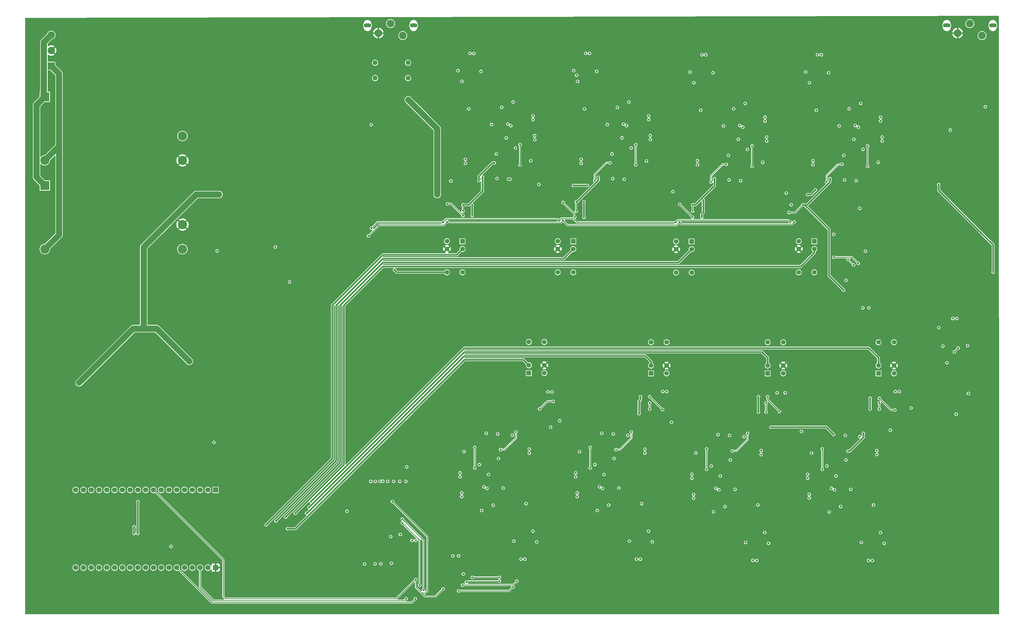
<source format=gbr>
%TF.GenerationSoftware,KiCad,Pcbnew,9.0.5*%
%TF.CreationDate,2025-11-19T13:11:48+02:00*%
%TF.ProjectId,KICAD PEQ,4b494341-4420-4504-9551-2e6b69636164,rev?*%
%TF.SameCoordinates,Original*%
%TF.FileFunction,Copper,L4,Bot*%
%TF.FilePolarity,Positive*%
%FSLAX46Y46*%
G04 Gerber Fmt 4.6, Leading zero omitted, Abs format (unit mm)*
G04 Created by KiCad (PCBNEW 9.0.5) date 2025-11-19 13:11:48*
%MOMM*%
%LPD*%
G01*
G04 APERTURE LIST*
G04 Aperture macros list*
%AMRoundRect*
0 Rectangle with rounded corners*
0 $1 Rounding radius*
0 $2 $3 $4 $5 $6 $7 $8 $9 X,Y pos of 4 corners*
0 Add a 4 corners polygon primitive as box body*
4,1,4,$2,$3,$4,$5,$6,$7,$8,$9,$2,$3,0*
0 Add four circle primitives for the rounded corners*
1,1,$1+$1,$2,$3*
1,1,$1+$1,$4,$5*
1,1,$1+$1,$6,$7*
1,1,$1+$1,$8,$9*
0 Add four rect primitives between the rounded corners*
20,1,$1+$1,$2,$3,$4,$5,0*
20,1,$1+$1,$4,$5,$6,$7,0*
20,1,$1+$1,$6,$7,$8,$9,0*
20,1,$1+$1,$8,$9,$2,$3,0*%
G04 Aperture macros list end*
%TA.AperFunction,WasherPad*%
%ADD10O,2.540000X1.270000*%
%TD*%
%TA.AperFunction,ComponentPad*%
%ADD11O,2.500000X2.500000*%
%TD*%
%TA.AperFunction,ComponentPad*%
%ADD12R,1.524000X1.524000*%
%TD*%
%TA.AperFunction,ComponentPad*%
%ADD13C,1.524000*%
%TD*%
%TA.AperFunction,ComponentPad*%
%ADD14R,3.000000X3.000000*%
%TD*%
%TA.AperFunction,ComponentPad*%
%ADD15C,3.000000*%
%TD*%
%TA.AperFunction,ComponentPad*%
%ADD16R,1.700000X1.700000*%
%TD*%
%TA.AperFunction,ComponentPad*%
%ADD17C,1.700000*%
%TD*%
%TA.AperFunction,ComponentPad*%
%ADD18C,1.600000*%
%TD*%
%TA.AperFunction,ComponentPad*%
%ADD19RoundRect,0.250001X0.949999X-0.949999X0.949999X0.949999X-0.949999X0.949999X-0.949999X-0.949999X0*%
%TD*%
%TA.AperFunction,ComponentPad*%
%ADD20C,2.400000*%
%TD*%
%TA.AperFunction,ViaPad*%
%ADD21C,0.700000*%
%TD*%
%TA.AperFunction,Conductor*%
%ADD22C,2.000000*%
%TD*%
%TA.AperFunction,Conductor*%
%ADD23C,0.250000*%
%TD*%
%TA.AperFunction,Conductor*%
%ADD24C,0.500000*%
%TD*%
%TA.AperFunction,Conductor*%
%ADD25C,0.200000*%
%TD*%
G04 APERTURE END LIST*
D10*
%TO.P,J4,*%
%TO.N,*%
X173248295Y-48244433D03*
X158197497Y-48244433D03*
D11*
%TO.P,J4,1,IN1*%
%TO.N,Net-(J4-IN1)*%
X169735000Y-51525200D03*
%TO.P,J4,2,IN2*%
%TO.N,Net-(J4-IN2)*%
X165735000Y-47625000D03*
%TO.P,J4,3,EXT*%
%TO.N,GND*%
X161735000Y-50725100D03*
%TD*%
D12*
%TO.P,K5,1*%
%TO.N,Net-(VR3B-P0B)*%
X225425000Y-118745000D03*
D13*
%TO.P,K5,2*%
%TO.N,unconnected-(K5-Pad2)*%
X220345000Y-118745000D03*
%TO.P,K5,3*%
%TO.N,/PEAK EQ R/peak_3 relay control*%
X225425000Y-121285000D03*
%TO.P,K5,4*%
%TO.N,GND*%
X220345000Y-121285000D03*
%TO.P,K5,5*%
%TO.N,/PEAK EQ R/IN*%
X225425000Y-128905000D03*
%TO.P,K5,6*%
X220345000Y-128905000D03*
%TD*%
D12*
%TO.P,K4,1*%
%TO.N,Net-(VR7B-P0B)*%
X250825000Y-161925000D03*
D13*
%TO.P,K4,2*%
%TO.N,unconnected-(K4-Pad2)*%
X255905000Y-161925000D03*
%TO.P,K4,3*%
%TO.N,/PEAK EQ L/peak_2 relay control*%
X250825000Y-159385000D03*
%TO.P,K4,4*%
%TO.N,GND*%
X255905000Y-159385000D03*
%TO.P,K4,5*%
%TO.N,/PEAK EQ L/IN*%
X250825000Y-151765000D03*
%TO.P,K4,6*%
X255905000Y-151765000D03*
%TD*%
D14*
%TO.P,PS2,1,AC/L*%
%TO.N,Net-(J1-Pin_3)*%
X52757332Y-100521176D03*
D15*
%TO.P,PS2,2,AC/N*%
%TO.N,Net-(J1-Pin_1)*%
X52757332Y-121321176D03*
%TO.P,PS2,3,-Vo*%
%TO.N,Net-(PS2--Vo)*%
X97757332Y-121321176D03*
%TO.P,PS2,4,+Vo*%
%TO.N,GND*%
X97757332Y-113321176D03*
%TD*%
D16*
%TO.P,J3,1,Pin_1*%
%TO.N,GND*%
X108580000Y-225425000D03*
D17*
%TO.P,J3,2,Pin_2*%
%TO.N,unconnected-(J3-Pin_2-Pad2)*%
X106040000Y-225425000D03*
%TO.P,J3,3,Pin_3*%
%TO.N,/esp32/IO22*%
X103500000Y-225425000D03*
%TO.P,J3,4,Pin_4*%
%TO.N,unconnected-(J3-Pin_4-Pad4)*%
X100960000Y-225425000D03*
%TO.P,J3,5,Pin_5*%
%TO.N,unconnected-(J3-Pin_5-Pad5)*%
X98420000Y-225425000D03*
%TO.P,J3,6,Pin_6*%
%TO.N,/esp32/IO21*%
X95880000Y-225425000D03*
%TO.P,J3,7,Pin_7*%
%TO.N,unconnected-(J3-Pin_7-Pad7)*%
X93340000Y-225425000D03*
%TO.P,J3,8,Pin_8*%
%TO.N,/esp32/IO19*%
X90800000Y-225425000D03*
%TO.P,J3,9,Pin_9*%
%TO.N,/esp32/IO18*%
X88260000Y-225425000D03*
%TO.P,J3,10,Pin_10*%
%TO.N,unconnected-(J3-Pin_10-Pad10)*%
X85720000Y-225425000D03*
%TO.P,J3,11,Pin_11*%
%TO.N,/esp32/IO17*%
X83180000Y-225425000D03*
%TO.P,J3,12,Pin_12*%
%TO.N,/esp32/IO16*%
X80640000Y-225425000D03*
%TO.P,J3,13,Pin_13*%
%TO.N,unconnected-(J3-Pin_13-Pad13)*%
X78100000Y-225425000D03*
%TO.P,J3,14,Pin_14*%
%TO.N,unconnected-(J3-Pin_14-Pad14)*%
X75560000Y-225425000D03*
%TO.P,J3,15,Pin_15*%
%TO.N,unconnected-(J3-Pin_15-Pad15)*%
X73020000Y-225425000D03*
%TO.P,J3,16,Pin_16*%
%TO.N,unconnected-(J3-Pin_16-Pad16)*%
X70480000Y-225425000D03*
%TO.P,J3,17,Pin_17*%
%TO.N,unconnected-(J3-Pin_17-Pad17)*%
X67940000Y-225425000D03*
%TO.P,J3,18,Pin_18*%
%TO.N,unconnected-(J3-Pin_18-Pad18)*%
X65400000Y-225425000D03*
%TO.P,J3,19,Pin_19*%
%TO.N,unconnected-(J3-Pin_19-Pad19)*%
X62860000Y-225425000D03*
%TD*%
D12*
%TO.P,K6,1*%
%TO.N,Net-(VR8B-P0B)*%
X288925000Y-161925000D03*
D13*
%TO.P,K6,2*%
%TO.N,unconnected-(K6-Pad2)*%
X294005000Y-161925000D03*
%TO.P,K6,3*%
%TO.N,/PEAK EQ L/peak_3 relay control*%
X288925000Y-159385000D03*
%TO.P,K6,4*%
%TO.N,GND*%
X294005000Y-159385000D03*
%TO.P,K6,5*%
%TO.N,/PEAK EQ L/IN*%
X288925000Y-151765000D03*
%TO.P,K6,6*%
X294005000Y-151765000D03*
%TD*%
D12*
%TO.P,K2,1*%
%TO.N,Net-(VR9B-P0B)*%
X210895300Y-161843600D03*
D13*
%TO.P,K2,2*%
%TO.N,unconnected-(K2-Pad2)*%
X215975300Y-161843600D03*
%TO.P,K2,3*%
%TO.N,/PEAK EQ L/peak_1 relay control*%
X210895300Y-159303600D03*
%TO.P,K2,4*%
%TO.N,GND*%
X215975300Y-159303600D03*
%TO.P,K2,5*%
%TO.N,/PEAK EQ L/IN*%
X210895300Y-151683600D03*
%TO.P,K2,6*%
X215975300Y-151683600D03*
%TD*%
D14*
%TO.P,PS1,1,AC/L*%
%TO.N,Net-(J1-Pin_3)*%
X52757332Y-71536176D03*
D15*
%TO.P,PS1,2,AC/N*%
%TO.N,Net-(J1-Pin_1)*%
X52757332Y-92336176D03*
%TO.P,PS1,3,-Vo*%
%TO.N,GND*%
X97757332Y-92336176D03*
%TO.P,PS1,4,+Vo*%
%TO.N,Net-(PS1-+Vo)*%
X97757332Y-84336176D03*
%TD*%
D12*
%TO.P,K7,1*%
%TO.N,Net-(VR1B-P0B)*%
X189230000Y-118745000D03*
D13*
%TO.P,K7,2*%
%TO.N,unconnected-(K7-Pad2)*%
X184150000Y-118745000D03*
%TO.P,K7,3*%
%TO.N,/PEAK EQ R/lowshelf relay control*%
X189230000Y-121285000D03*
%TO.P,K7,4*%
%TO.N,GND*%
X184150000Y-121285000D03*
%TO.P,K7,5*%
%TO.N,/PEAK EQ R/IN*%
X189230000Y-128905000D03*
%TO.P,K7,6*%
X184150000Y-128905000D03*
%TD*%
D10*
%TO.P,J5,*%
%TO.N,*%
X362478295Y-48244433D03*
X347427497Y-48244433D03*
D11*
%TO.P,J5,1,IN1*%
%TO.N,Net-(J5-IN1)*%
X358965000Y-51525200D03*
%TO.P,J5,2,IN2*%
%TO.N,Net-(J5-IN2)*%
X354965000Y-47625000D03*
%TO.P,J5,3,EXT*%
%TO.N,GND*%
X350965000Y-50725100D03*
%TD*%
D16*
%TO.P,J2,1,Pin_1*%
%TO.N,/+3V3*%
X108580000Y-200025000D03*
D17*
%TO.P,J2,2,Pin_2*%
%TO.N,unconnected-(J2-Pin_2-Pad2)*%
X106040000Y-200025000D03*
%TO.P,J2,3,Pin_3*%
%TO.N,unconnected-(J2-Pin_3-Pad3)*%
X103500000Y-200025000D03*
%TO.P,J2,4,Pin_4*%
%TO.N,unconnected-(J2-Pin_4-Pad4)*%
X100960000Y-200025000D03*
%TO.P,J2,5,Pin_5*%
%TO.N,unconnected-(J2-Pin_5-Pad5)*%
X98420000Y-200025000D03*
%TO.P,J2,6,Pin_6*%
%TO.N,unconnected-(J2-Pin_6-Pad6)*%
X95880000Y-200025000D03*
%TO.P,J2,7,Pin_7*%
%TO.N,unconnected-(J2-Pin_7-Pad7)*%
X93340000Y-200025000D03*
%TO.P,J2,8,Pin_8*%
%TO.N,unconnected-(J2-Pin_8-Pad8)*%
X90800000Y-200025000D03*
%TO.P,J2,9,Pin_9*%
%TO.N,/esp32/IO25*%
X88260000Y-200025000D03*
%TO.P,J2,10,Pin_10*%
%TO.N,/esp32/IO26*%
X85720000Y-200025000D03*
%TO.P,J2,11,Pin_11*%
%TO.N,/esp32/IO27*%
X83180000Y-200025000D03*
%TO.P,J2,12,Pin_12*%
%TO.N,/esp32/IO14*%
X80640000Y-200025000D03*
%TO.P,J2,13,Pin_13*%
%TO.N,unconnected-(J2-Pin_13-Pad13)*%
X78100000Y-200025000D03*
%TO.P,J2,14,Pin_14*%
%TO.N,unconnected-(J2-Pin_14-Pad14)*%
X75560000Y-200025000D03*
%TO.P,J2,15,Pin_15*%
%TO.N,/esp32/IO13*%
X73020000Y-200025000D03*
%TO.P,J2,16,Pin_16*%
%TO.N,unconnected-(J2-Pin_16-Pad16)*%
X70480000Y-200025000D03*
%TO.P,J2,17,Pin_17*%
%TO.N,unconnected-(J2-Pin_17-Pad17)*%
X67940000Y-200025000D03*
%TO.P,J2,18,Pin_18*%
%TO.N,unconnected-(J2-Pin_18-Pad18)*%
X65400000Y-200025000D03*
%TO.P,J2,19,Pin_19*%
%TO.N,unconnected-(J2-Pin_19-Pad19)*%
X62860000Y-200025000D03*
%TD*%
D18*
%TO.P,C128,1*%
%TO.N,Net-(J4-IN2)*%
X160655000Y-60405000D03*
%TO.P,C128,2*%
%TO.N,Net-(U16A-+)*%
X160655000Y-65405000D03*
%TD*%
D12*
%TO.P,K1,1*%
%TO.N,Net-(VR4B-P0B)*%
X304165000Y-118745000D03*
D13*
%TO.P,K1,2*%
%TO.N,unconnected-(K1-Pad2)*%
X299085000Y-118745000D03*
%TO.P,K1,3*%
%TO.N,/PEAK EQ R/peak_1 relay control*%
X304165000Y-121285000D03*
%TO.P,K1,4*%
%TO.N,GND*%
X299085000Y-121285000D03*
%TO.P,K1,5*%
%TO.N,/PEAK EQ R/IN*%
X304165000Y-128905000D03*
%TO.P,K1,6*%
X299085000Y-128905000D03*
%TD*%
D12*
%TO.P,K8,1*%
%TO.N,Net-(VR6B-P0B)*%
X325120000Y-161925000D03*
D13*
%TO.P,K8,2*%
%TO.N,unconnected-(K8-Pad2)*%
X330200000Y-161925000D03*
%TO.P,K8,3*%
%TO.N,/PEAK EQ L/lowshelf relay control*%
X325120000Y-159385000D03*
%TO.P,K8,4*%
%TO.N,GND*%
X330200000Y-159385000D03*
%TO.P,K8,5*%
%TO.N,/PEAK EQ L/IN*%
X325120000Y-151765000D03*
%TO.P,K8,6*%
X330200000Y-151765000D03*
%TD*%
D19*
%TO.P,J1,1,Pin_1*%
%TO.N,Net-(J1-Pin_1)*%
X54877332Y-61488676D03*
D20*
%TO.P,J1,2,Pin_2*%
%TO.N,GND*%
X54877332Y-56408676D03*
%TO.P,J1,3,Pin_3*%
%TO.N,Net-(J1-Pin_3)*%
X54877332Y-51328676D03*
%TD*%
D12*
%TO.P,K3,1*%
%TO.N,Net-(VR2B-P0B)*%
X264084700Y-118826400D03*
D13*
%TO.P,K3,2*%
%TO.N,unconnected-(K3-Pad2)*%
X259004700Y-118826400D03*
%TO.P,K3,3*%
%TO.N,/PEAK EQ R/peak_2 relay control*%
X264084700Y-121366400D03*
%TO.P,K3,4*%
%TO.N,GND*%
X259004700Y-121366400D03*
%TO.P,K3,5*%
%TO.N,/PEAK EQ R/IN*%
X264084700Y-128986400D03*
%TO.P,K3,6*%
X259004700Y-128986400D03*
%TD*%
D18*
%TO.P,C129,1*%
%TO.N,Net-(J4-IN1)*%
X171450000Y-60405000D03*
%TO.P,C129,2*%
%TO.N,Net-(U16B-+)*%
X171450000Y-65405000D03*
%TD*%
D21*
%TO.N,GND*%
X92710000Y-185420000D03*
X92710000Y-184150000D03*
X92710000Y-182880000D03*
X132715000Y-134620000D03*
X131445000Y-134620000D03*
X130175000Y-134620000D03*
X128905000Y-134620000D03*
X111760000Y-135255000D03*
X109855000Y-135255000D03*
X113030000Y-135255000D03*
X57785000Y-182880000D03*
X57785000Y-185420000D03*
X57785000Y-184150000D03*
X62230000Y-176530000D03*
X59690000Y-168275000D03*
X61595000Y-168275000D03*
X76200000Y-171450000D03*
X70485000Y-175895000D03*
X70485000Y-177800000D03*
X107950000Y-173990000D03*
X107950000Y-172085000D03*
X113665000Y-168275000D03*
X100330000Y-163830000D03*
X98425000Y-163830000D03*
X220345000Y-87920000D03*
X171760000Y-130175000D03*
X132080000Y-116205000D03*
X126999852Y-115211151D03*
X107466683Y-109102018D03*
X125647825Y-108323728D03*
X102870000Y-111760000D03*
X102870000Y-113030000D03*
X104140000Y-113030000D03*
X104140000Y-111760000D03*
X102870000Y-109220000D03*
X102870000Y-110490000D03*
X104140000Y-110490000D03*
X104140000Y-109220000D03*
X114935000Y-113030000D03*
X112395000Y-113030000D03*
X114935000Y-114300000D03*
X112395000Y-114300000D03*
X113665000Y-114300000D03*
X113665000Y-113030000D03*
X114935000Y-110490000D03*
X112395000Y-110490000D03*
X114935000Y-111760000D03*
X112395000Y-111760000D03*
X113665000Y-111760000D03*
X113665000Y-110490000D03*
X132715000Y-111125000D03*
X130175000Y-111125000D03*
X132715000Y-112395000D03*
X130175000Y-112395000D03*
X131445000Y-112395000D03*
X131445000Y-111125000D03*
X132715000Y-108585000D03*
X130175000Y-108585000D03*
X132715000Y-109855000D03*
X130175000Y-109855000D03*
X131445000Y-109855000D03*
X131445000Y-108585000D03*
X124460000Y-111760000D03*
X121920000Y-111760000D03*
X124460000Y-113030000D03*
X121920000Y-113030000D03*
X123190000Y-113030000D03*
X123190000Y-111760000D03*
X121920000Y-110490000D03*
X121920000Y-109220000D03*
X123190000Y-110490000D03*
X123190000Y-109220000D03*
X124460000Y-110490000D03*
X124460000Y-109220000D03*
X132317671Y-106361742D03*
X114300000Y-107315000D03*
X112395000Y-109220000D03*
X108906581Y-116834624D03*
X110853446Y-119295130D03*
X102436362Y-119079732D03*
X104325235Y-116602657D03*
X113665000Y-116840000D03*
X120650000Y-118110000D03*
X122555000Y-116205000D03*
X127283844Y-116804249D03*
%TO.N,/+3V3*%
X318557332Y-81443675D03*
X225567597Y-62993979D03*
X242817597Y-80993979D03*
X195474265Y-206759304D03*
X226397332Y-108868676D03*
X263556847Y-63447929D03*
X171000000Y-192500000D03*
X313500000Y-134500000D03*
X205474265Y-182159304D03*
X250384265Y-171584303D03*
X271556847Y-98297929D03*
X295897332Y-109368676D03*
X226397332Y-105868676D03*
X243224750Y-182155050D03*
X233567597Y-97843979D03*
X205022325Y-80984839D03*
X196224265Y-199009304D03*
X281556847Y-73697929D03*
X226500000Y-64493979D03*
X166000000Y-224000000D03*
X151500000Y-207000000D03*
X289214000Y-217459000D03*
X187772325Y-62984839D03*
X319307332Y-73693675D03*
X281214000Y-182609000D03*
X280806847Y-81447929D03*
X264397332Y-108868676D03*
X309759272Y-199468140D03*
X189397332Y-106868676D03*
X288384265Y-174584303D03*
X325384265Y-171584303D03*
X319009272Y-182618140D03*
X157250000Y-224250000D03*
X189397332Y-108868676D03*
X271214000Y-207209000D03*
X264397332Y-106868676D03*
X288384265Y-171584303D03*
X233224750Y-206755050D03*
X243567597Y-73243979D03*
X189500000Y-227500000D03*
X213474265Y-217009304D03*
X325384265Y-173584303D03*
X195772325Y-97834839D03*
X300397332Y-106868676D03*
X233974750Y-199005050D03*
X214384265Y-173584303D03*
X250384265Y-173584303D03*
X301307332Y-63443675D03*
X309009272Y-207218140D03*
X218884265Y-171084303D03*
X251224750Y-217005050D03*
X309307332Y-98293675D03*
X344805000Y-147000000D03*
X271964000Y-199459000D03*
X205772325Y-73234839D03*
X327009272Y-217468140D03*
%TO.N,/PEAK EQ R/peak_1 relay control*%
X134620000Y-207645000D03*
%TO.N,/PEAK EQ R/IN*%
X167005000Y-128152847D03*
%TO.N,GND*%
X187272325Y-91484839D03*
X173990000Y-133985000D03*
X234974750Y-209005050D03*
X289306847Y-67447929D03*
X231232597Y-56631281D03*
X200974265Y-190759304D03*
X288146847Y-89872930D03*
X223520000Y-130810000D03*
X236128206Y-150634801D03*
X263056847Y-93197929D03*
X249317597Y-65743979D03*
X212995000Y-130175000D03*
X326009272Y-206218140D03*
X312682920Y-158635833D03*
X303344568Y-158722040D03*
X293806847Y-73197929D03*
X198974265Y-188759304D03*
X296759272Y-199468140D03*
X218022325Y-87734839D03*
X296759272Y-192718140D03*
X217150000Y-121285000D03*
X324384265Y-217584303D03*
X321509272Y-226718140D03*
X287914000Y-186959000D03*
X266534000Y-207358998D03*
X303897332Y-63368676D03*
X281230702Y-128027677D03*
X228397332Y-62368676D03*
X228817597Y-98993979D03*
X238317597Y-83993979D03*
X317557332Y-71443675D03*
X297815000Y-158750000D03*
X322897332Y-78868676D03*
X190474265Y-212009304D03*
X280559676Y-156536750D03*
X260464000Y-210459000D03*
X233878206Y-150634801D03*
X264394676Y-156536750D03*
X260080000Y-158750000D03*
X200968938Y-150522960D03*
X269220000Y-125730000D03*
X230152916Y-150634801D03*
X245897332Y-82642979D03*
X222600463Y-78712712D03*
X195348341Y-152708250D03*
X220345000Y-84455000D03*
X251974750Y-221005050D03*
X222474750Y-210005050D03*
X293806847Y-80197929D03*
X214224265Y-221009304D03*
X296759272Y-194968140D03*
X325557332Y-68943675D03*
X218022325Y-71484839D03*
X192634265Y-210084303D03*
X303129676Y-156536750D03*
X210224265Y-226259304D03*
X202025331Y-70979505D03*
X196598341Y-152708250D03*
X263214000Y-194959000D03*
X178415000Y-142240000D03*
X238067597Y-89243979D03*
X321344272Y-223830838D03*
X295890000Y-130175000D03*
X306009272Y-194043139D03*
X255250000Y-121285000D03*
X302419272Y-191043139D03*
X212362325Y-89409840D03*
X258964000Y-193709000D03*
X165735000Y-84165000D03*
X210772325Y-67984839D03*
X306807332Y-99443675D03*
X193634265Y-210084303D03*
X273056847Y-101447929D03*
X251724750Y-185005050D03*
X293514294Y-166949930D03*
X206772325Y-65734839D03*
X243236115Y-152792131D03*
X202272325Y-91234839D03*
X323759272Y-181468140D03*
X258964000Y-208959000D03*
X169545000Y-93055000D03*
X305213135Y-150439079D03*
X306897332Y-80868676D03*
X251724750Y-187255050D03*
X230384265Y-184084303D03*
X216474265Y-213509304D03*
X298815000Y-158750000D03*
X265720000Y-125730000D03*
X305384265Y-202584303D03*
X249924750Y-186505050D03*
X282809676Y-156536750D03*
X169545000Y-85415000D03*
X305557332Y-54193675D03*
X320884265Y-204084303D03*
X246995000Y-130175000D03*
X303307332Y-54193675D03*
X177800000Y-137795000D03*
X245745000Y-130175000D03*
X215859265Y-176199294D03*
X207974265Y-226259304D03*
X306884265Y-202584303D03*
X267806847Y-99447929D03*
X276515000Y-130175000D03*
X259397166Y-152708250D03*
X205897332Y-95868676D03*
X191770000Y-150495000D03*
X312259272Y-179468140D03*
X190397332Y-62868676D03*
X266720000Y-158750000D03*
X296759272Y-195968140D03*
X243317597Y-65743979D03*
X184150000Y-144145000D03*
X300515805Y-150467039D03*
X177780000Y-130175000D03*
X269596104Y-152792131D03*
X293640000Y-125730000D03*
X211435000Y-121285000D03*
X190520000Y-150495000D03*
X271053154Y-128064957D03*
X187022325Y-60234839D03*
X246317597Y-67993979D03*
X239665000Y-130175000D03*
X279806847Y-71447929D03*
X321884265Y-186084303D03*
X193974265Y-212009304D03*
X198633449Y-150522960D03*
X245486115Y-152792131D03*
X278056847Y-91697929D03*
X258147166Y-152708250D03*
X285124000Y-224033999D03*
X225474750Y-213005050D03*
X235875000Y-123825000D03*
X169545000Y-92055000D03*
X305579272Y-207368138D03*
X331557332Y-77943675D03*
X293806847Y-88197929D03*
X307153352Y-158663793D03*
X274300000Y-125730000D03*
X283396847Y-70372930D03*
X269221847Y-57085231D03*
X280306847Y-66197929D03*
X250157597Y-89418980D03*
X209272325Y-65734839D03*
X301009272Y-194968140D03*
X297509272Y-209718140D03*
X183224265Y-192259304D03*
X311509272Y-214718140D03*
X284387677Y-150578880D03*
X270034000Y-207358998D03*
X210165000Y-130175000D03*
X282845000Y-130175000D03*
X206952325Y-73084841D03*
X269897332Y-95368676D03*
X203272325Y-65734839D03*
X193272325Y-98984839D03*
X267346104Y-152792131D03*
X295105878Y-127999371D03*
X269874000Y-186033999D03*
X289556847Y-84697929D03*
X209522325Y-67984839D03*
X227902916Y-150634801D03*
X263884265Y-197084303D03*
X308759272Y-212468140D03*
X289556847Y-85947929D03*
X304009272Y-212468140D03*
X249224750Y-226255050D03*
X270800000Y-125730000D03*
X313457595Y-152652329D03*
X292306847Y-70447929D03*
X187272325Y-94984839D03*
X268755108Y-156564710D03*
X273050000Y-125730000D03*
X261647166Y-152708250D03*
X245724750Y-226255050D03*
X273966700Y-150578880D03*
X279745000Y-158750000D03*
X270490000Y-130175000D03*
X298264197Y-150467039D03*
X208772325Y-86409840D03*
X245271223Y-150606841D03*
X302765805Y-150467039D03*
X325057332Y-66193675D03*
X187474265Y-194509304D03*
X304557332Y-99443675D03*
X207974265Y-181009304D03*
X165735000Y-81915000D03*
X293806847Y-89447929D03*
X169545000Y-84165000D03*
X190224265Y-210009304D03*
X285397332Y-78368676D03*
X312259272Y-212468140D03*
X301509272Y-202718140D03*
X196383449Y-150522960D03*
X301765805Y-150467039D03*
X274714000Y-189209000D03*
X250897332Y-83368676D03*
X327759272Y-221468140D03*
X228117808Y-152820091D03*
X194884265Y-210084303D03*
X198724265Y-212009304D03*
X220345000Y-91420000D03*
X209224265Y-181009304D03*
X227474750Y-214255050D03*
X278714000Y-215959000D03*
X203433830Y-152708250D03*
X246670000Y-121285000D03*
X226867597Y-91993979D03*
X251567597Y-84243979D03*
X241771223Y-150606841D03*
X232410000Y-121285000D03*
X220974750Y-191005050D03*
X279556847Y-68447929D03*
X192022325Y-53734839D03*
X270631212Y-150606841D03*
X234585000Y-130175000D03*
X270214000Y-214709000D03*
X246997597Y-73093981D03*
X205713398Y-152736210D03*
X284396847Y-70372930D03*
X238519615Y-150634801D03*
X185420000Y-145415000D03*
X231884265Y-202584303D03*
X326807332Y-79468675D03*
X223392518Y-152792131D03*
X312756266Y-209473474D03*
X309259272Y-214718140D03*
X258964000Y-194959000D03*
X193290333Y-197360303D03*
X189072325Y-93484839D03*
X243817597Y-67993979D03*
X220974750Y-200255050D03*
X277765000Y-130175000D03*
X229817597Y-53743979D03*
X238474750Y-196005050D03*
X231755000Y-130175000D03*
X306807332Y-54193675D03*
X284964000Y-226709000D03*
X258964000Y-198209000D03*
X265859568Y-158722040D03*
X234224750Y-212005050D03*
X169545000Y-90805000D03*
X282845000Y-125730000D03*
X274181592Y-152764170D03*
X283845000Y-125730000D03*
X255817597Y-82243979D03*
X267970000Y-125730000D03*
X248247597Y-73093981D03*
X212090000Y-98155000D03*
X213272325Y-77734839D03*
X268374000Y-210533999D03*
X215900000Y-121285000D03*
X301009272Y-196218140D03*
X187724265Y-213009304D03*
X304379676Y-156536750D03*
X285306847Y-68447929D03*
X304015805Y-150467039D03*
X274464000Y-212459000D03*
X239820603Y-70988645D03*
X305557332Y-99443675D03*
X165735000Y-91420000D03*
X188884265Y-190584303D03*
X264856847Y-93947929D03*
X201585000Y-130175000D03*
X231884750Y-185580049D03*
X263394676Y-156536750D03*
X330009272Y-215968140D03*
X233660000Y-121285000D03*
X316807332Y-66193675D03*
X251067597Y-77743979D03*
X312259272Y-192218140D03*
X289714000Y-186709000D03*
X279980702Y-128027677D03*
X229474750Y-212005050D03*
X248384265Y-217084303D03*
X183224265Y-205009304D03*
X316509272Y-215968140D03*
X226567597Y-74243979D03*
X165735000Y-85415000D03*
X271931592Y-152764170D03*
X213974265Y-187259304D03*
X281384265Y-186084303D03*
X215245000Y-130175000D03*
X293806847Y-85947929D03*
X274056847Y-64947929D03*
X281595000Y-125730000D03*
X309957595Y-152652329D03*
X191974265Y-214259304D03*
X189724265Y-214259304D03*
X277823001Y-152764170D03*
X261115108Y-156564710D03*
X266990000Y-130175000D03*
X264954694Y-152736210D03*
X212022325Y-68484839D03*
X269240000Y-130175000D03*
X207612325Y-69909840D03*
X199933830Y-152708250D03*
X191425000Y-130175000D03*
X327500000Y-173500000D03*
X319057332Y-66193675D03*
X206362325Y-69909840D03*
X234474750Y-214255050D03*
X320307332Y-66193675D03*
X211745000Y-130175000D03*
X191022325Y-53734839D03*
X287925000Y-130175000D03*
X271249568Y-158722040D03*
X260182274Y-150522960D03*
X183224265Y-199009304D03*
X284615393Y-186509000D03*
X277291050Y-128009037D03*
X282352569Y-152764170D03*
X227974750Y-210005050D03*
X286806847Y-70447929D03*
X283480702Y-128027677D03*
X276515000Y-125730000D03*
X272214000Y-212459000D03*
X251724750Y-186255050D03*
X194884265Y-183584303D03*
X307829272Y-207368138D03*
X221270000Y-130810000D03*
X226892518Y-152792131D03*
X218022325Y-84484839D03*
X274534676Y-156536750D03*
X222600463Y-84566841D03*
X228724750Y-214255050D03*
X224427626Y-150606841D03*
X212522325Y-66234839D03*
X299850108Y-156564710D03*
X321557332Y-66193675D03*
X220345000Y-81010000D03*
X241986115Y-152792131D03*
X275056847Y-101447929D03*
X168255000Y-132080000D03*
X262704694Y-152736210D03*
X269056847Y-54197929D03*
X323057332Y-68443675D03*
X193272325Y-53734839D03*
X198724265Y-191759304D03*
X305509272Y-214718140D03*
X321491264Y-83092676D03*
X264856847Y-92447929D03*
X217272325Y-70734839D03*
X225642518Y-152792131D03*
X246974750Y-226255050D03*
X213974265Y-188509304D03*
X245724750Y-181005050D03*
X255817597Y-79743979D03*
X330057332Y-70443675D03*
X200272325Y-89234839D03*
X199221259Y-209014638D03*
X304594568Y-158722040D03*
X308009272Y-214718140D03*
X248920000Y-121285000D03*
X302607332Y-92443675D03*
X193897332Y-76368676D03*
X296759272Y-200718140D03*
X210185000Y-121285000D03*
X236474750Y-212005050D03*
X217805000Y-91440000D03*
X238740000Y-121285000D03*
X225067597Y-91493979D03*
X264464000Y-214209000D03*
X331557332Y-83693675D03*
X231402916Y-150634801D03*
X222567597Y-66493979D03*
X286584487Y-128029748D03*
X257830000Y-158750000D03*
X262806847Y-61697929D03*
X300807332Y-93193675D03*
X262144676Y-156536750D03*
X311207595Y-152652329D03*
X306579272Y-207368138D03*
X213272325Y-79009839D03*
X218667228Y-152792131D03*
X184724265Y-210009304D03*
X235093098Y-152820091D03*
X201183830Y-152708250D03*
X195897332Y-94368676D03*
X287806847Y-68947929D03*
X240769615Y-150634801D03*
X227567597Y-98993979D03*
X310759272Y-209468140D03*
X267806847Y-54197929D03*
X187974265Y-200984304D03*
X241067597Y-65743979D03*
X165000000Y-206500000D03*
X207642474Y-184842509D03*
X283024568Y-158722040D03*
X304557332Y-54193675D03*
X213974265Y-186259304D03*
X239734507Y-152820091D03*
X230884265Y-197356050D03*
X283714000Y-226709000D03*
X194234892Y-152680290D03*
X187272325Y-92734839D03*
X230367808Y-152820091D03*
X288834487Y-128029748D03*
X306169272Y-210543139D03*
X191884265Y-201584303D03*
X245559750Y-223367748D03*
X197474265Y-212009304D03*
X320487332Y-73543677D03*
X205085000Y-130175000D03*
X267646847Y-56872930D03*
X185690000Y-130810000D03*
X172065000Y-135890000D03*
X179090000Y-139065000D03*
X298479089Y-152652329D03*
X322919272Y-224043139D03*
X233335000Y-130175000D03*
X218022325Y-82234839D03*
X229724750Y-214255050D03*
X266806847Y-54197929D03*
X199272325Y-100984839D03*
X301509272Y-201443140D03*
X278608109Y-150578880D03*
X187272325Y-93734839D03*
X192675000Y-130175000D03*
X218022325Y-88984839D03*
X314057332Y-84443675D03*
X286675000Y-130175000D03*
X325897332Y-89868676D03*
X296759272Y-191468140D03*
X262359568Y-158722040D03*
X263739802Y-150550920D03*
X258964000Y-200709000D03*
X267124000Y-210533999D03*
X284602569Y-152764170D03*
X221500000Y-109543676D03*
X291605878Y-127999371D03*
X182900000Y-142875000D03*
X221724750Y-209255050D03*
X265556847Y-54197929D03*
X236343098Y-152820091D03*
X182225000Y-146050000D03*
X201968938Y-150522960D03*
X261432274Y-150522960D03*
X283352569Y-152764170D03*
X179685000Y-143510000D03*
X198724265Y-179009304D03*
X265644676Y-156536750D03*
X165735000Y-93670000D03*
X325009272Y-226718140D03*
X208260000Y-98425000D03*
X255817597Y-86743979D03*
X306678027Y-152624369D03*
X232628206Y-150634801D03*
X247317597Y-67993979D03*
X231067597Y-98993979D03*
X207897332Y-95868676D03*
X251567597Y-85493979D03*
X289056847Y-78197929D03*
X279056847Y-66197929D03*
X297600108Y-156564710D03*
X173355000Y-137160000D03*
X285056847Y-66197929D03*
X275431592Y-152764170D03*
X326807332Y-78193675D03*
X197755000Y-130175000D03*
X282556847Y-66197929D03*
X207272325Y-67984839D03*
X236474750Y-179005050D03*
X197272325Y-100984839D03*
X283897332Y-83096929D03*
X204022325Y-70984839D03*
X212090000Y-95905000D03*
X237484507Y-152820091D03*
X292214000Y-213959000D03*
X234093098Y-152820091D03*
X310807332Y-101443675D03*
X216474265Y-215509304D03*
X259714000Y-209709000D03*
X322057332Y-68443675D03*
X208202325Y-73084841D03*
X261330000Y-158750000D03*
X280774568Y-158722040D03*
X214224265Y-218759304D03*
X276030108Y-156564710D03*
X263056847Y-94197929D03*
X299514197Y-150467039D03*
X255817597Y-72743979D03*
X222167228Y-152792131D03*
X203218938Y-150522960D03*
X222600463Y-85566841D03*
X306938460Y-156478503D03*
X280556847Y-68447929D03*
X254224750Y-215505050D03*
X251750000Y-123825000D03*
X331557332Y-80193675D03*
X314259272Y-196468140D03*
X189772325Y-98984839D03*
X293056847Y-71197929D03*
X235240000Y-121285000D03*
X313807332Y-89693675D03*
X274464000Y-192209000D03*
X288925000Y-125730000D03*
X306463135Y-150439079D03*
X324307332Y-68443675D03*
X202522325Y-67984839D03*
X207748506Y-150550920D03*
X231222364Y-123937528D03*
X224817597Y-58993979D03*
X208522325Y-67984839D03*
X191984892Y-152680290D03*
X202183830Y-152708250D03*
X230166204Y-93943979D03*
X220974750Y-196755050D03*
X240067597Y-91243979D03*
X296759272Y-193718140D03*
X211522325Y-65734839D03*
X244747597Y-73093981D03*
X271435000Y-130175000D03*
X202522325Y-88234839D03*
X264739802Y-150550920D03*
X220974750Y-197755050D03*
X218022325Y-79734839D03*
X311682920Y-158635833D03*
X183224265Y-193259304D03*
X194384265Y-203584303D03*
X307509272Y-212468140D03*
X169545000Y-118110000D03*
X293806847Y-84947929D03*
X254000000Y-123825000D03*
X264624000Y-191033999D03*
X276714000Y-191209000D03*
X268884265Y-197810000D03*
X245997597Y-73093981D03*
X188575000Y-152400000D03*
X271464000Y-214709000D03*
X307669272Y-186043139D03*
X183224265Y-194509304D03*
X300557332Y-61693675D03*
X206884265Y-203584303D03*
X249817597Y-68493979D03*
X81280000Y-217805000D03*
X197974265Y-214259304D03*
X229817597Y-98993979D03*
X282230702Y-128027677D03*
X249397332Y-96368676D03*
X301980697Y-152652329D03*
X318884265Y-186084303D03*
X169545000Y-121610000D03*
X300557332Y-60693675D03*
X186710000Y-146685000D03*
X205498506Y-150550920D03*
X191384265Y-210084303D03*
X251317597Y-66993979D03*
X224817597Y-61243979D03*
X244021223Y-150606841D03*
X282024568Y-158722040D03*
X314509272Y-191218140D03*
X246567597Y-86418980D03*
X277809853Y-71442595D03*
X192044265Y-206909302D03*
X283986847Y-73547931D03*
X254224750Y-213505050D03*
X193437325Y-56622141D03*
X183224265Y-208509304D03*
X247067597Y-65743979D03*
X191862325Y-56409840D03*
X230974750Y-214255050D03*
X252075000Y-130175000D03*
X241915000Y-130175000D03*
X315807332Y-91693675D03*
X325709272Y-188468140D03*
X283549000Y-223821698D03*
X301259272Y-213468140D03*
X319897332Y-96868676D03*
X255817597Y-84493979D03*
X220917228Y-152792131D03*
X254000000Y-121285000D03*
X320807332Y-68443675D03*
X263714000Y-201434000D03*
X175260000Y-130175000D03*
X210224265Y-181009304D03*
X320397332Y-76868676D03*
X290175000Y-125730000D03*
X202835000Y-130175000D03*
X282896847Y-94872930D03*
X224642518Y-152792131D03*
X248920000Y-123825000D03*
X230505000Y-130175000D03*
X205522325Y-65734839D03*
X203835000Y-121285000D03*
X213650000Y-121285000D03*
X316057332Y-101443675D03*
X177165000Y-104775000D03*
X296229089Y-152652329D03*
X243021223Y-150606841D03*
X281806847Y-68447929D03*
X220345000Y-80010000D03*
X312509272Y-189218140D03*
X230474750Y-212005050D03*
X307139123Y-95610470D03*
X300807332Y-91943675D03*
X257615108Y-156564710D03*
X313718028Y-156450543D03*
X197224265Y-209009304D03*
X209384265Y-223584303D03*
X277280108Y-156564710D03*
X294640000Y-125730000D03*
X269056847Y-99447929D03*
X287306847Y-66197929D03*
X268964000Y-214709000D03*
X305397332Y-56868676D03*
X211474265Y-181009304D03*
X222520000Y-130810000D03*
X290175000Y-130175000D03*
X243658125Y-123741806D03*
X263056847Y-95447929D03*
X307897332Y-76868676D03*
X192897332Y-94368676D03*
X192473265Y-193675000D03*
X230384750Y-210080049D03*
X196724265Y-214259304D03*
X330009272Y-213968140D03*
X192770000Y-150495000D03*
X289056847Y-79472929D03*
X278765000Y-130175000D03*
X303259272Y-214718140D03*
X281595000Y-130175000D03*
X263609568Y-158722040D03*
X189230000Y-149225000D03*
X213974265Y-185009304D03*
X277714000Y-179459000D03*
X226867597Y-93493979D03*
X318057332Y-66193675D03*
X280887677Y-150578880D03*
X225724750Y-200980050D03*
X287925000Y-125730000D03*
X293806847Y-83697929D03*
X217805000Y-92440000D03*
X183224265Y-200259304D03*
X225067597Y-94993979D03*
X216522325Y-69984839D03*
X299729089Y-152652329D03*
X241408125Y-123741806D03*
X281306847Y-66197929D03*
X289714000Y-187709000D03*
X283056847Y-68447929D03*
X293806847Y-82697929D03*
X204248506Y-150550920D03*
X214224265Y-219759304D03*
X213995000Y-130175000D03*
X327307332Y-84693675D03*
X220974750Y-192255050D03*
X232224750Y-214255050D03*
X276245000Y-158750000D03*
X318307332Y-68443675D03*
X267384265Y-202584303D03*
X206022325Y-67984839D03*
X236067597Y-64493979D03*
X211474265Y-226259304D03*
X292390000Y-130175000D03*
X278306847Y-88697929D03*
X183224265Y-203759304D03*
X298307332Y-64943675D03*
X209202325Y-73084841D03*
X174605000Y-138430000D03*
X256520000Y-130175000D03*
X196505000Y-130175000D03*
X231410000Y-121285000D03*
X293806847Y-81447929D03*
X235724750Y-214255050D03*
X277765000Y-125730000D03*
X296565000Y-158750000D03*
X251067597Y-79018979D03*
X311468028Y-156450543D03*
X222600463Y-82212712D03*
X331557332Y-81443675D03*
X200005000Y-130175000D03*
X285964000Y-226709000D03*
X218022325Y-86734839D03*
X183224265Y-206259304D03*
X285942178Y-83286553D03*
X232843098Y-152820091D03*
X273303154Y-128064957D03*
X202522325Y-100984839D03*
X278495000Y-158750000D03*
X255817597Y-80993979D03*
X183224265Y-191009304D03*
X206010000Y-98425000D03*
X237125000Y-123825000D03*
X253020000Y-130175000D03*
X308884265Y-184584303D03*
X287214000Y-226709000D03*
X244908125Y-123741806D03*
X207935000Y-121285000D03*
X175875000Y-139700000D03*
X296759272Y-197218140D03*
X321737332Y-73543677D03*
X240317597Y-88243979D03*
X298259272Y-210468140D03*
X304919272Y-210543139D03*
X327509272Y-185468140D03*
X274749568Y-158722040D03*
X169545000Y-119360000D03*
X331557332Y-88193675D03*
X268381212Y-150606841D03*
X288306847Y-66697929D03*
X268970000Y-158750000D03*
X210452325Y-73084841D03*
X247974750Y-181005050D03*
X272284676Y-156536750D03*
X283806847Y-66197929D03*
X327509272Y-188968140D03*
X220345000Y-86705000D03*
X208022325Y-65734839D03*
X207915000Y-130175000D03*
X247397332Y-77868676D03*
X258964000Y-192709000D03*
X272050000Y-125730000D03*
X235585000Y-130175000D03*
X319897332Y-70368676D03*
X322307332Y-86868676D03*
X264609568Y-158722040D03*
X225067597Y-93743979D03*
X191022325Y-98984839D03*
X284274568Y-158722040D03*
X263214000Y-196209000D03*
X280015000Y-125730000D03*
X208612325Y-69909840D03*
X238125000Y-123825000D03*
X310009272Y-212468140D03*
X270846104Y-152792131D03*
X244567597Y-65743979D03*
X268596104Y-152792131D03*
X213522325Y-66984839D03*
X175280000Y-135255000D03*
X183224265Y-196759304D03*
X195724265Y-214259304D03*
X267131212Y-150606841D03*
X169545000Y-94305000D03*
X273284676Y-156536750D03*
X201974265Y-179009304D03*
X283845000Y-130175000D03*
X308419272Y-210543139D03*
X176530000Y-130175000D03*
X247974750Y-226255050D03*
X248575000Y-130175000D03*
X231067597Y-53743979D03*
X284059676Y-156536750D03*
X296759272Y-207718140D03*
X229367808Y-152820091D03*
X322737332Y-73543677D03*
X264556847Y-74697929D03*
X302759272Y-211968140D03*
X250224750Y-205755050D03*
X306259272Y-212468140D03*
X228544750Y-206905048D03*
X313932920Y-158635833D03*
X225224750Y-195755050D03*
X257932274Y-150522960D03*
X263464000Y-213459000D03*
X228224750Y-212005050D03*
X288214000Y-206209000D03*
X235224750Y-212005050D03*
X227567597Y-53743979D03*
X232634750Y-210080049D03*
X207884265Y-199584303D03*
X281897332Y-96368676D03*
X192724265Y-212009304D03*
X187325000Y-151130000D03*
X187022325Y-61234839D03*
X207897332Y-77868676D03*
X266204694Y-152736210D03*
X263056847Y-91947929D03*
X302344568Y-158722040D03*
X186035000Y-149860000D03*
X198755000Y-130175000D03*
X258100000Y-130810000D03*
X331557332Y-74193675D03*
X262806847Y-60697929D03*
X284964000Y-181459000D03*
X209397332Y-77868676D03*
X174010000Y-130175000D03*
X316057332Y-68443675D03*
X309188460Y-156478503D03*
X330807332Y-71193675D03*
X195133449Y-150522960D03*
X236490000Y-121285000D03*
X207112325Y-94409840D03*
X224817597Y-60243979D03*
X203772325Y-67984839D03*
X327759272Y-220218140D03*
X212174265Y-186509304D03*
X218022325Y-80984839D03*
X284397332Y-96368676D03*
X260556847Y-64947929D03*
X229505000Y-130175000D03*
X308153352Y-158663793D03*
X245407597Y-69918980D03*
X282146847Y-70372930D03*
X232222364Y-123937528D03*
X236835000Y-130175000D03*
X312207595Y-152652329D03*
X222600463Y-79962712D03*
X250825000Y-130175000D03*
X186690000Y-130810000D03*
X310259272Y-214718140D03*
X236724750Y-188755050D03*
X264964000Y-211959000D03*
X244884265Y-185084303D03*
X300879676Y-156536750D03*
X282897332Y-77868676D03*
X220974750Y-207255050D03*
X331557332Y-82693675D03*
X195224265Y-212009304D03*
X237490000Y-121285000D03*
X168275000Y-71120000D03*
X267464000Y-212459000D03*
X300065000Y-158750000D03*
X293806847Y-71947929D03*
X228255000Y-130175000D03*
X204772325Y-67984839D03*
X244455000Y-121285000D03*
X278823001Y-152764170D03*
X245817597Y-65743979D03*
X278765000Y-125730000D03*
X226474750Y-213755050D03*
X265556847Y-99447929D03*
X289714000Y-188959000D03*
X231384750Y-210080049D03*
X258964000Y-207709000D03*
X304230697Y-152652329D03*
X285095000Y-125730000D03*
X307938460Y-156478503D03*
X183974265Y-209259304D03*
X218022325Y-72734839D03*
X272464000Y-214709000D03*
X314057332Y-81868676D03*
X263954694Y-152736210D03*
X314259272Y-199084303D03*
X302259272Y-214218140D03*
X312807332Y-101443675D03*
X273181592Y-152764170D03*
X204522325Y-65734839D03*
X323987332Y-73543677D03*
X259182274Y-150522960D03*
X200522325Y-81368676D03*
X230160000Y-121285000D03*
X272499568Y-158722040D03*
X298922332Y-104253685D03*
X292390000Y-125730000D03*
X240984507Y-152820091D03*
X203974265Y-179009304D03*
X220974750Y-193255050D03*
X283714000Y-181459000D03*
X304509272Y-214718140D03*
X220702336Y-150606841D03*
X251750000Y-121285000D03*
X281809676Y-156536750D03*
X286384265Y-218084303D03*
X255250000Y-123825000D03*
X276464000Y-198584303D03*
X238724750Y-190755050D03*
X302607332Y-93943675D03*
X245384265Y-199584303D03*
X275041050Y-128009037D03*
X298307332Y-66943675D03*
X210272325Y-65734839D03*
X270005108Y-156564710D03*
X232974750Y-212005050D03*
X187940000Y-130810000D03*
X245067597Y-67993979D03*
X240317597Y-100993979D03*
X194119455Y-193224283D03*
X222567597Y-64493979D03*
X230224750Y-193580049D03*
X165735000Y-90170000D03*
X315560338Y-71438341D03*
X225724750Y-202255050D03*
X247920000Y-123825000D03*
X307169272Y-210543139D03*
X212174265Y-188009304D03*
X188724265Y-213759304D03*
X331557332Y-71943675D03*
X269397332Y-80868676D03*
X205085000Y-121285000D03*
X288925000Y-130175000D03*
X193044265Y-206909302D03*
X300730697Y-152652329D03*
X310432920Y-158635833D03*
X267755108Y-156564710D03*
X255067597Y-70743979D03*
X229657597Y-56418980D03*
X273499568Y-158722040D03*
X202835000Y-121285000D03*
X207809265Y-223372002D03*
X275216700Y-150578880D03*
X349877332Y-85628676D03*
X326057332Y-66693675D03*
X284986847Y-73547931D03*
X322759272Y-226718140D03*
X260397166Y-152708250D03*
X274935000Y-130175000D03*
X223177626Y-150606841D03*
X220345000Y-85455000D03*
X169545000Y-81915000D03*
X269714000Y-212459000D03*
X232884265Y-184084303D03*
X169525000Y-133350000D03*
X302307332Y-74693675D03*
X300807332Y-95443675D03*
X193897332Y-79868676D03*
X269374000Y-210533999D03*
X184772325Y-64484839D03*
X305259272Y-212468140D03*
X267784000Y-207358998D03*
X188772325Y-74234839D03*
X265464000Y-214709000D03*
X298600108Y-156564710D03*
X194466151Y-214312036D03*
X305428027Y-152624369D03*
X192984892Y-152680290D03*
X306884265Y-184584303D03*
X250170000Y-123825000D03*
X190974265Y-214259304D03*
X286056847Y-66197929D03*
X308928027Y-152624369D03*
X253000000Y-121285000D03*
X331557332Y-75443675D03*
X186500000Y-233000000D03*
X305688460Y-156478503D03*
X269381212Y-150606841D03*
X219702336Y-150606841D03*
X276306847Y-84447929D03*
X280073001Y-152764170D03*
X294640000Y-130175000D03*
X204463398Y-152736210D03*
X230794750Y-206905048D03*
X276056847Y-89697929D03*
X287914000Y-188459000D03*
X242658125Y-123741806D03*
X198848341Y-152708250D03*
X221952336Y-150606841D03*
X194134265Y-185584303D03*
X270884265Y-185084303D03*
X218452336Y-150606841D03*
X276291050Y-128009037D03*
X237269615Y-150634801D03*
X233397332Y-94368676D03*
X244157597Y-69918980D03*
X200724265Y-198584303D03*
X259080000Y-158750000D03*
X292855878Y-127999371D03*
X218022325Y-85484839D03*
X242317597Y-65743979D03*
X322807332Y-66193675D03*
X229972364Y-123937528D03*
X231617808Y-152820091D03*
X321147332Y-70368676D03*
X265989802Y-150550920D03*
X183224265Y-207259304D03*
X271716700Y-150578880D03*
X197383449Y-150522960D03*
X303759272Y-210468140D03*
X296759272Y-198218140D03*
X289964000Y-221459000D03*
X285646847Y-70372930D03*
X201585000Y-121285000D03*
X331557332Y-87193675D03*
X184772325Y-66484839D03*
X270964000Y-212459000D03*
X293855878Y-127999371D03*
X324557332Y-70443675D03*
X255817597Y-88993979D03*
X259865108Y-156564710D03*
X297264197Y-150467039D03*
X240724750Y-215505050D03*
X180340000Y-140335000D03*
X321509272Y-181468140D03*
X327057332Y-67443675D03*
X319557332Y-68443675D03*
X286556847Y-68447929D03*
X306972332Y-57080977D03*
X202974265Y-215509304D03*
X279714000Y-179459000D03*
X219917228Y-152792131D03*
X237067597Y-100993979D03*
X246407597Y-69918980D03*
X323807332Y-66193675D03*
X220345000Y-89170000D03*
X220345000Y-82260000D03*
X262489802Y-150550920D03*
X239375000Y-123825000D03*
X316057332Y-88693675D03*
X178780000Y-130175000D03*
X226974750Y-211505050D03*
X322147332Y-70368676D03*
X191724265Y-212009304D03*
X274464000Y-179459000D03*
X305903352Y-158663793D03*
X310218028Y-156450543D03*
X200724265Y-196009304D03*
X309742703Y-150467039D03*
X170795000Y-134620000D03*
X169545000Y-120360000D03*
X313242703Y-150467039D03*
X273685000Y-130175000D03*
X297479089Y-152652329D03*
X220345000Y-78760000D03*
X183224265Y-197759304D03*
X310992703Y-150467039D03*
X229384265Y-202084303D03*
X189224265Y-211509304D03*
X222600463Y-86816841D03*
X209185000Y-121285000D03*
X293806847Y-87197929D03*
X277608109Y-150578880D03*
X217805000Y-93690000D03*
X181610000Y-141605000D03*
X266505108Y-156564710D03*
X276306847Y-82368676D03*
X320884265Y-200584303D03*
X270220000Y-158750000D03*
X331557332Y-84943675D03*
X251724750Y-188505050D03*
X240665000Y-130175000D03*
X220345000Y-90170000D03*
X308713135Y-150439079D03*
X225067597Y-92743979D03*
X184440000Y-130810000D03*
X266214000Y-212459000D03*
X229794750Y-206905048D03*
X317307332Y-68443675D03*
X222600463Y-80962712D03*
X325709272Y-186968140D03*
X187974265Y-202259304D03*
X193224265Y-214259304D03*
X255817597Y-83243979D03*
X266714000Y-214709000D03*
X251974750Y-219755050D03*
X226677626Y-150606841D03*
X285095000Y-130175000D03*
X307678027Y-152624369D03*
X172720000Y-132715000D03*
X284556847Y-86872930D03*
X277495000Y-158750000D03*
X276464000Y-196459000D03*
X249224750Y-181005050D03*
X229134750Y-210080049D03*
X251974750Y-218755050D03*
X266806847Y-99447929D03*
X311992703Y-150467039D03*
X171450000Y-131445000D03*
X273214000Y-212459000D03*
X207956257Y-82633839D03*
X286236847Y-73547931D03*
X228817597Y-53743979D03*
X225427626Y-150606841D03*
X243495000Y-130175000D03*
X258964000Y-197209000D03*
X213772325Y-84234839D03*
X197598341Y-152708250D03*
X194020000Y-150495000D03*
X331557332Y-78943675D03*
X331557332Y-85943675D03*
X241724750Y-179005050D03*
X169545000Y-83165000D03*
X247134750Y-223580049D03*
X259350000Y-130810000D03*
X276358109Y-150578880D03*
X214900000Y-121285000D03*
X281102569Y-152764170D03*
X212474265Y-205759304D03*
X242567597Y-67993979D03*
X267970000Y-158750000D03*
X200522325Y-83984839D03*
X183515000Y-147320000D03*
X189772325Y-53734839D03*
X322759272Y-181468140D03*
X236971744Y-209010384D03*
X211022325Y-69984839D03*
X282137677Y-150578880D03*
X231724750Y-212005050D03*
X173010000Y-130175000D03*
X187960000Y-187960000D03*
X293640000Y-130175000D03*
X327759272Y-219218140D03*
X301094568Y-158722040D03*
X183224265Y-201509304D03*
X278280108Y-156564710D03*
X302980697Y-152652329D03*
X289964000Y-219209000D03*
X279858109Y-150578880D03*
X280015000Y-130175000D03*
X285334487Y-128029748D03*
X258964000Y-191459000D03*
X177165000Y-140970000D03*
X187022325Y-58984839D03*
X206498506Y-150550920D03*
X220974750Y-208505050D03*
X165735000Y-83165000D03*
X311009272Y-212468140D03*
X162230130Y-83185074D03*
X327307332Y-85943675D03*
X267714000Y-214709000D03*
X274960994Y-209464334D03*
X207963398Y-152736210D03*
X198272325Y-64484839D03*
X244884265Y-203084303D03*
X289964000Y-220209000D03*
X199718938Y-150522960D03*
X247657597Y-69918980D03*
X283137677Y-150578880D03*
X300807332Y-94193675D03*
X286675000Y-125730000D03*
X265964000Y-210459000D03*
X196474265Y-212009304D03*
X246974750Y-181005050D03*
X233474750Y-214255050D03*
X273714000Y-214709000D03*
X268784000Y-207358998D03*
X213772325Y-85484839D03*
X238317597Y-81868676D03*
X296350108Y-156564710D03*
X244907597Y-94418980D03*
X254317597Y-69993979D03*
X224770000Y-130810000D03*
X241567597Y-67993979D03*
X278306847Y-68447929D03*
X187960000Y-147955000D03*
X320647332Y-94868676D03*
X238415000Y-130175000D03*
X311807332Y-64943675D03*
X220974750Y-195505050D03*
X250170000Y-121285000D03*
X206713398Y-152736210D03*
X248817597Y-69993979D03*
X272966700Y-150578880D03*
X269803154Y-128064957D03*
X270624000Y-210533999D03*
X253000000Y-123825000D03*
X220974750Y-199005050D03*
X331557332Y-76693675D03*
X220974750Y-194505050D03*
X184765000Y-148590000D03*
X226634750Y-190580049D03*
X268214000Y-194033999D03*
X170180000Y-130175000D03*
X207010000Y-98425000D03*
X307463135Y-150439079D03*
X180030000Y-130175000D03*
X255817597Y-87743979D03*
X225224750Y-194505050D03*
X238474750Y-198084303D03*
X266970000Y-125730000D03*
X192022325Y-98984839D03*
X268464000Y-212459000D03*
X358767332Y-72293676D03*
X323397332Y-70368676D03*
X180955000Y-144780000D03*
X295890000Y-125730000D03*
X209862325Y-69909840D03*
X183224265Y-202509304D03*
X289714000Y-185459000D03*
X300557332Y-59443675D03*
X279530108Y-156564710D03*
X262806847Y-59447929D03*
X244566597Y-76543979D03*
X190734892Y-152680290D03*
X266397332Y-63368676D03*
X261600000Y-130810000D03*
X258964000Y-199459000D03*
X177165000Y-111760000D03*
X228839419Y-197166426D03*
X208915000Y-130175000D03*
X278306847Y-101447929D03*
X210884265Y-217084303D03*
X292214000Y-215959000D03*
X212090000Y-99405000D03*
X236474750Y-191755050D03*
X244745000Y-130175000D03*
X272685000Y-130175000D03*
X323759272Y-226718140D03*
X254270000Y-130175000D03*
X296759272Y-208968140D03*
X249924750Y-188005050D03*
X331557332Y-73193675D03*
X193675000Y-130175000D03*
X187474265Y-195759304D03*
X263714000Y-202709000D03*
X304329272Y-207368138D03*
X312468028Y-156450543D03*
X306825340Y-197819140D03*
X183224265Y-195509304D03*
X302129676Y-156536750D03*
X306759272Y-214718140D03*
X249825000Y-130175000D03*
X248567597Y-67993979D03*
X296014197Y-150467039D03*
X276573001Y-152764170D03*
X238734507Y-152820091D03*
X218022325Y-83234839D03*
X233472364Y-123937528D03*
X258964000Y-195959000D03*
X194925000Y-130175000D03*
X239519615Y-150634801D03*
X305387377Y-197819140D03*
X270215000Y-203909000D03*
X331557332Y-89443675D03*
X265384265Y-184084303D03*
X212090000Y-97155000D03*
X272053154Y-128064957D03*
X278541050Y-128009037D03*
X303307332Y-99443675D03*
X255270000Y-130175000D03*
X272964000Y-209459000D03*
X244236115Y-152792131D03*
X206665000Y-130175000D03*
X247920000Y-121285000D03*
X240955000Y-121285000D03*
X287584487Y-128029748D03*
X189072325Y-91984839D03*
X229152916Y-150634801D03*
X176530000Y-136525000D03*
X282736847Y-73547931D03*
X268240000Y-130175000D03*
X232044750Y-206905048D03*
X243205000Y-121285000D03*
X260556847Y-66947929D03*
X242205000Y-121285000D03*
X255817597Y-85493979D03*
X248067597Y-65743979D03*
X255817597Y-71493979D03*
X222600463Y-83316841D03*
X239724750Y-179005050D03*
X203835000Y-130175000D03*
X190794265Y-206909302D03*
X209394220Y-82633839D03*
X194294265Y-206909302D03*
X235067597Y-100993979D03*
X260350000Y-130810000D03*
X250317597Y-66243979D03*
X246670000Y-123825000D03*
X327509272Y-187718140D03*
X327509272Y-186718140D03*
X209224265Y-226259304D03*
X284306847Y-68447929D03*
X309403352Y-158663793D03*
X241817597Y-70993979D03*
X285964000Y-181459000D03*
X220345000Y-83205000D03*
X217805000Y-90190000D03*
X317509272Y-179468140D03*
X234878206Y-150634801D03*
X325009272Y-181468140D03*
X165735000Y-92420000D03*
X271034676Y-156536750D03*
X243897332Y-95368676D03*
X240317597Y-67993979D03*
X258865108Y-156564710D03*
X269897332Y-77368676D03*
X315509272Y-179468140D03*
%TO.N,/PEAK EQ L/peak_1 relay control*%
X132080000Y-212725000D03*
%TO.N,/PEAK EQ R/peak_2 relay control*%
X131445000Y-208915000D03*
%TO.N,/PEAK EQ L/peak_2 relay control*%
X138265000Y-207645000D03*
%TO.N,/PEAK EQ R/peak_3 relay control*%
X128270000Y-210185000D03*
%TO.N,/PEAK EQ L/peak_3 relay control*%
X139065000Y-205740000D03*
%TO.N,/PEAK EQ R/lowshelf relay control*%
X125095000Y-211455000D03*
%TO.N,/PEAK EQ L/lowshelf relay control*%
X139700000Y-203835000D03*
%TO.N,Net-(U10B--)*%
X245817597Y-87168980D03*
X245817597Y-93828978D03*
%TO.N,Net-(U20B--)*%
X230974750Y-186170051D03*
X230974750Y-192830049D03*
%TO.N,/esp32/IO21*%
X173845000Y-235625000D03*
X169545000Y-209550000D03*
X176530000Y-232795000D03*
%TO.N,/esp32/IO22*%
X169545000Y-210820000D03*
X175260000Y-231140000D03*
X170815000Y-235585000D03*
%TO.N,/esp32/IO25*%
X182880000Y-232410000D03*
X173990000Y-229235000D03*
X166370000Y-203835000D03*
%TO.N,Net-(U24B--)*%
X306759272Y-186633141D03*
X306759272Y-193293139D03*
%TO.N,/+12V*%
X94000000Y-218500000D03*
X108000000Y-184500000D03*
%TO.N,/+15V*%
X200974265Y-189759304D03*
X234974750Y-199530050D03*
X320057332Y-88693675D03*
X206522325Y-88234839D03*
X194724265Y-191759304D03*
X214184065Y-100184065D03*
X197224265Y-199534304D03*
X240275750Y-199397496D03*
X232474750Y-191755050D03*
X272964000Y-199984000D03*
X238724750Y-189755050D03*
X299933223Y-180933223D03*
X308807332Y-63693675D03*
X287306847Y-92947929D03*
X314500000Y-131500000D03*
X335750000Y-173250000D03*
X243724750Y-216755050D03*
X249317597Y-92493979D03*
X238067597Y-90243979D03*
X278265000Y-199851446D03*
X202525265Y-199401750D03*
X314509272Y-190218140D03*
X317557332Y-80918675D03*
X274505847Y-81055483D03*
X312256332Y-81051229D03*
X270464000Y-192209000D03*
X303259272Y-187968140D03*
X348607332Y-82453676D03*
X276714000Y-190209000D03*
X282306847Y-88697929D03*
X258000000Y-102544979D03*
X354250000Y-152870000D03*
X310759272Y-199993140D03*
X200272325Y-90234839D03*
X265464000Y-187959000D03*
X180975000Y-103505000D03*
X211522325Y-92484839D03*
X325057332Y-92943675D03*
X281714000Y-217209000D03*
X204022325Y-80459839D03*
X195272325Y-63234839D03*
X205974265Y-216759304D03*
X271056847Y-63697929D03*
X257500000Y-177908000D03*
X241817597Y-80468979D03*
X276056847Y-90697929D03*
X198721325Y-80592393D03*
X221000000Y-177454050D03*
X233067597Y-63243979D03*
X189724265Y-187509304D03*
X109075000Y-121920000D03*
X171500000Y-72500000D03*
X244317597Y-88243979D03*
X316060272Y-199860586D03*
X313807332Y-90693675D03*
X319509272Y-217218140D03*
X227474750Y-187505050D03*
X347500000Y-158463676D03*
X279806847Y-80922929D03*
X320847332Y-121969612D03*
X295000000Y-102998929D03*
X236516597Y-80601533D03*
X308259272Y-192218140D03*
%TO.N,/-15V*%
X360037332Y-74833676D03*
X235474750Y-195005050D03*
X238317597Y-98243979D03*
X302000000Y-103500000D03*
X241317597Y-84993979D03*
X274964000Y-205459000D03*
X203522325Y-84984839D03*
X242067597Y-98493979D03*
X314259272Y-182218140D03*
X312759272Y-205468140D03*
X311259272Y-195468140D03*
X199224265Y-205009304D03*
X202022325Y-74984839D03*
X302557332Y-66943675D03*
X218000000Y-179500000D03*
X200522325Y-98234839D03*
X317057332Y-85443675D03*
X323509272Y-204968140D03*
X128125000Y-120650000D03*
X290000000Y-179500000D03*
X276306847Y-98697929D03*
X247724750Y-204505050D03*
X185420000Y-99060000D03*
X234724750Y-181505050D03*
X277806847Y-75447929D03*
X197724265Y-195009304D03*
X236974750Y-205005050D03*
X191272325Y-75484839D03*
X329000000Y-180500000D03*
X280056847Y-98947929D03*
X318500000Y-126000000D03*
X159385000Y-80645000D03*
X229067597Y-75493979D03*
X276464000Y-182209000D03*
X310500000Y-116500000D03*
X238474750Y-181755050D03*
X354500000Y-168500000D03*
X310500000Y-124000000D03*
X132715000Y-132080000D03*
X249974750Y-213505050D03*
X209974265Y-204509304D03*
X204760000Y-98425000D03*
X196974265Y-181509304D03*
X239817597Y-74993979D03*
X317807332Y-98943675D03*
X325759272Y-213968140D03*
X304807332Y-75943675D03*
X346162332Y-153047400D03*
X314057332Y-98693675D03*
X204272325Y-98484839D03*
X226817597Y-66493979D03*
X273464000Y-195459000D03*
X212224265Y-213509304D03*
X272714000Y-181959000D03*
X287964000Y-213959000D03*
X189022325Y-66484839D03*
X267056847Y-75947929D03*
X310509272Y-181968140D03*
X279306847Y-85447929D03*
X264806847Y-66947929D03*
X225500000Y-100500000D03*
X285714000Y-204959000D03*
X200724265Y-181759304D03*
X315557332Y-75443675D03*
X230000000Y-100500000D03*
X304500000Y-102000000D03*
%TO.N,/PEAK EQ R/peak 1/LP*%
X308147332Y-99368676D03*
X313167130Y-93598878D03*
%TO.N,/PEAK EQ R/peak 2/LP*%
X275416645Y-93603132D03*
X270396847Y-99372930D03*
%TO.N,/PEAK EQ R/peak 3/LP*%
X232407597Y-98918980D03*
X237427395Y-93149182D03*
%TO.N,/PEAK EQ L/peak 1/LP*%
X201614467Y-186854101D03*
X206634265Y-181084303D03*
%TO.N,/PEAK EQ L/peak 2/LP*%
X239364952Y-186849847D03*
X244384750Y-181080049D03*
%TO.N,/PEAK EQ L/peak 3/LP*%
X282374000Y-181533999D03*
X277354202Y-187303797D03*
%TO.N,Net-(U15B--)*%
X208022325Y-87159840D03*
X208022325Y-93819838D03*
%TO.N,/PEAK EQ R/low shelf/LP*%
X199632123Y-93140042D03*
X194612325Y-98909840D03*
%TO.N,/PEAK EQ L/low shelf/LP*%
X320169272Y-181543139D03*
X315149474Y-187312937D03*
%TO.N,Net-(VR1B-P0B)*%
X189397332Y-110368676D03*
X184311265Y-106528269D03*
%TO.N,Net-(VR2B-P0B)*%
X264397332Y-110868676D03*
X260161972Y-106700655D03*
%TO.N,Net-(VR3B-P0B)*%
X222047333Y-106079283D03*
X225897332Y-110868676D03*
%TO.N,Net-(VR6B-P0B)*%
X330470332Y-173924710D03*
X325384265Y-170084303D03*
%TO.N,Net-(U3A--)*%
X267897332Y-105368676D03*
X192397332Y-110368676D03*
X228897332Y-105868676D03*
X228897332Y-110868676D03*
X192397332Y-106868676D03*
X267397332Y-110868676D03*
%TO.N,Net-(U4A--)*%
X322384265Y-170084303D03*
X285884265Y-174584303D03*
X322384265Y-173584303D03*
X246884265Y-175084303D03*
X247384265Y-169584303D03*
X350520000Y-175260000D03*
X285884265Y-169584303D03*
%TO.N,Net-(U8B--)*%
X283806847Y-87622930D03*
X283806847Y-94282928D03*
%TO.N,Net-(VR7B-P0B)*%
X250384265Y-169584303D03*
X254619625Y-173752324D03*
%TO.N,Net-(VR8B-P0B)*%
X292734264Y-174373696D03*
X288884265Y-169584303D03*
%TO.N,Net-(U22B--)*%
X268964000Y-193283999D03*
X268964000Y-186624001D03*
%TO.N,Net-(U3B--)*%
X315193042Y-124726989D03*
X317000000Y-126500000D03*
%TO.N,Net-(U6B--)*%
X321557332Y-94278674D03*
X321557332Y-87618676D03*
%TO.N,/PEAK EQ L/OUT*%
X362577332Y-128808676D03*
X351155000Y-153670000D03*
X344797332Y-100233676D03*
X349885000Y-154940000D03*
%TO.N,/PEAK EQ R/SCL_2*%
X268706848Y-57823322D03*
X288592243Y-85988833D03*
X288056847Y-79447929D03*
X265982240Y-92447928D03*
X164750000Y-197250000D03*
%TO.N,/PEAK EQ R/SCL_3*%
X227992990Y-91993978D03*
X250067597Y-78993979D03*
X250602993Y-85534883D03*
X230717598Y-57369372D03*
X162205000Y-197199680D03*
%TO.N,/PEAK EQ R/SCL_4*%
X212272325Y-78984839D03*
X212807721Y-85525743D03*
X159250000Y-197250000D03*
X190197718Y-91984838D03*
X192922326Y-57360232D03*
%TO.N,/PEAK EQ R/SDA_4*%
X190197718Y-93284840D03*
X212272325Y-77759839D03*
X191647325Y-57331848D03*
X212796932Y-84234838D03*
X160750000Y-197250000D03*
%TO.N,/PEAK EQ R/SDA_2*%
X166750000Y-197250000D03*
X288581454Y-84697928D03*
X288056847Y-78222929D03*
X267431847Y-57794938D03*
X265982240Y-93747930D03*
%TO.N,/PEAK EQ R/SCL_1*%
X306457333Y-57819068D03*
X326342728Y-85984579D03*
X325807332Y-79443675D03*
X168750000Y-197250000D03*
X303732725Y-92443674D03*
%TO.N,/PEAK EQ R/SDA_1*%
X170750000Y-197250000D03*
X325807332Y-78218675D03*
X326331939Y-84693674D03*
X303732725Y-93743676D03*
X305182332Y-57790684D03*
%TO.N,/PEAK EQ R/SDA_3*%
X227992990Y-93293980D03*
X163177500Y-197177500D03*
X250067597Y-77768979D03*
X229442597Y-57340988D03*
X250592204Y-84243978D03*
%TO.N,/PEAK EQ L/SDA_1*%
X188449658Y-195759305D03*
X211048872Y-186709303D03*
X188974265Y-202234304D03*
X165735000Y-215265000D03*
X209599265Y-222662295D03*
%TO.N,/PEAK EQ L/SCL_1*%
X188974265Y-201009304D03*
X208324264Y-222633911D03*
X188438869Y-194468400D03*
X168910000Y-214590000D03*
X211048872Y-188009305D03*
%TO.N,/PEAK EQ L/SCL_2*%
X226724750Y-201005050D03*
X173990000Y-216535000D03*
X226189354Y-194464146D03*
X248799357Y-188005051D03*
X246074749Y-222629657D03*
%TO.N,/PEAK EQ L/SDA_2*%
X248799357Y-186705049D03*
X226724750Y-202230050D03*
X172720000Y-216535000D03*
X247349750Y-222658041D03*
X226200143Y-195755051D03*
%TO.N,/PEAK EQ L/SDA_3*%
X285339000Y-223111991D03*
X205740000Y-231775000D03*
X264189393Y-196209001D03*
X187960000Y-233045000D03*
X286788607Y-187158999D03*
X264714000Y-202684000D03*
%TO.N,/PEAK EQ L/SCL_3*%
X264714000Y-201459000D03*
X284063999Y-223083607D03*
X264178604Y-194918096D03*
X286788607Y-188459001D03*
X207010000Y-229870000D03*
X189230000Y-231140000D03*
%TO.N,/PEAK EQ L/SCL_4*%
X201295000Y-228600000D03*
X301973876Y-194927236D03*
X192405000Y-228600000D03*
X321859271Y-223092747D03*
X302509272Y-201468140D03*
X324583879Y-188468141D03*
%TO.N,/PEAK EQ L/SDA_4*%
X301984665Y-196218141D03*
X302509272Y-202693140D03*
X323134272Y-223121131D03*
X201295000Y-229870000D03*
X324583879Y-187168139D03*
X190500000Y-230195000D03*
%TO.N,/PEAK EQ R/SCL_5*%
X159502298Y-114502298D03*
X296292601Y-112447931D03*
X182839951Y-112531484D03*
X258861971Y-112576656D03*
X220789515Y-112011854D03*
%TO.N,/PEAK EQ R/SDA_5*%
X184204430Y-112462396D03*
X158500000Y-117000000D03*
X260161970Y-112576656D03*
X297600322Y-112447931D03*
X222071072Y-111982329D03*
%TO.N,/PEAK EQ L/SCL_5*%
X218488996Y-168005048D03*
X255919626Y-167876323D03*
X331932240Y-167901889D03*
X186055000Y-221575000D03*
X294640000Y-168296801D03*
%TO.N,/PEAK EQ L/SDA_5*%
X187960000Y-221575000D03*
X292000000Y-168275000D03*
X330628807Y-167904343D03*
X254619627Y-167876323D03*
X217181275Y-168005048D03*
%TO.N,/PEAK EQ L/SCL_6*%
X350700900Y-143981972D03*
X162560000Y-224155000D03*
X320000000Y-140500000D03*
%TO.N,/PEAK EQ L/SDA_6*%
X160655000Y-224155000D03*
X349417331Y-144001069D03*
X322000000Y-140500000D03*
%TO.N,Net-(IC1-EN{slash}UV)*%
X109710000Y-103505000D03*
X64000000Y-165000000D03*
X100000000Y-158000000D03*
%TO.N,Net-(VR1B-P0A)*%
X296597332Y-106806676D03*
X319000000Y-108000000D03*
%TO.N,Net-(U18B--)*%
X193224265Y-192834303D03*
X193224265Y-186174305D03*
%TO.N,/esp32/IO27*%
X83185000Y-203835000D03*
X83180000Y-214241011D03*
%TO.N,/esp32/IO26*%
X81915000Y-212090000D03*
X81915000Y-214240011D03*
%TO.N,GND*%
X108775544Y-115786725D03*
%TD*%
D22*
%TO.N,Net-(IC1-EN{slash}UV)*%
X85090000Y-120650000D02*
X85090000Y-147320000D01*
X109710000Y-103505000D02*
X102235000Y-103505000D01*
X102235000Y-103505000D02*
X85090000Y-120650000D01*
D23*
%TO.N,/+3V3*%
X325384265Y-173584303D02*
X325384265Y-171584303D01*
D24*
X191264546Y-106868676D02*
X189397332Y-106868676D01*
X309307332Y-98293675D02*
X309307332Y-99341462D01*
X301780118Y-106868676D02*
X301000000Y-106868676D01*
X233567597Y-98891766D02*
X226590687Y-105868676D01*
X309000000Y-130000000D02*
X313500000Y-134500000D01*
D23*
X288384265Y-174584303D02*
X288384265Y-171584303D01*
D24*
X233567597Y-97843979D02*
X233567597Y-98891766D01*
X226590687Y-105868676D02*
X226397332Y-105868676D01*
X301000000Y-106868676D02*
X300397332Y-106868676D01*
X309307332Y-99341462D02*
X301780118Y-106868676D01*
X271556847Y-98297929D02*
X271556847Y-100576375D01*
X195772325Y-97834839D02*
X195772325Y-102360897D01*
D23*
X226397332Y-105868676D02*
X226397332Y-108868676D01*
D24*
X301000000Y-106868676D02*
X309000000Y-114868676D01*
D23*
X216884265Y-171084303D02*
X218884265Y-171084303D01*
X300397332Y-106868676D02*
X297897332Y-109368676D01*
D24*
X271556847Y-100576375D02*
X265264546Y-106868676D01*
X195772325Y-102360897D02*
X191264546Y-106868676D01*
D23*
X264397332Y-106868676D02*
X264397332Y-108868676D01*
X189397332Y-106868676D02*
X189397332Y-108868676D01*
X250384265Y-173584303D02*
X250384265Y-171584303D01*
D24*
X309000000Y-114868676D02*
X309000000Y-129000000D01*
D23*
X297897332Y-109368676D02*
X295897332Y-109368676D01*
X214384265Y-173584303D02*
X216884265Y-171084303D01*
D24*
X265264546Y-106868676D02*
X264397332Y-106868676D01*
X309000000Y-129000000D02*
X309000000Y-130000000D01*
X313500000Y-134500000D02*
X313805000Y-134805000D01*
%TO.N,/PEAK EQ R/peak_1 relay control*%
X150495000Y-191770000D02*
X134620000Y-207645000D01*
X304165000Y-122555000D02*
X299720000Y-127000000D01*
X171450000Y-127000000D02*
X163195000Y-127000000D01*
X180975000Y-127000000D02*
X171450000Y-127000000D01*
X189865000Y-127000000D02*
X180975000Y-127000000D01*
X299720000Y-127000000D02*
X189865000Y-127000000D01*
X163195000Y-127000000D02*
X150495000Y-139700000D01*
X150495000Y-139700000D02*
X150495000Y-191770000D01*
X304165000Y-121285000D02*
X304165000Y-122555000D01*
%TO.N,/PEAK EQ R/IN*%
X167757153Y-128905000D02*
X184150000Y-128905000D01*
X167005000Y-128152847D02*
X167757153Y-128905000D01*
%TO.N,/PEAK EQ L/peak_1 relay control*%
X189865000Y-157480000D02*
X193675000Y-157480000D01*
X132080000Y-212725000D02*
X134620000Y-212725000D01*
X208280000Y-157480000D02*
X193675000Y-157480000D01*
X134620000Y-212725000D02*
X189865000Y-157480000D01*
X209071700Y-157480000D02*
X208280000Y-157480000D01*
X210895300Y-159303600D02*
X209071700Y-157480000D01*
%TO.N,/PEAK EQ R/peak_2 relay control*%
X149860000Y-139065000D02*
X149225000Y-139700000D01*
X264084700Y-121366400D02*
X259721100Y-125730000D01*
X171450000Y-125730000D02*
X163195000Y-125730000D01*
X189230000Y-125730000D02*
X180975000Y-125730000D01*
X180975000Y-125730000D02*
X171450000Y-125730000D01*
X163195000Y-125730000D02*
X149860000Y-139065000D01*
X149225000Y-139700000D02*
X149225000Y-191135000D01*
X149225000Y-191135000D02*
X131445000Y-208915000D01*
X259721100Y-125730000D02*
X189230000Y-125730000D01*
%TO.N,/PEAK EQ L/peak_2 relay control*%
X248920000Y-156210000D02*
X210185000Y-156210000D01*
X189865000Y-156210000D02*
X193675000Y-156210000D01*
X138265000Y-207645000D02*
X138430000Y-207645000D01*
X210185000Y-156210000D02*
X194310000Y-156210000D01*
X138430000Y-207645000D02*
X189865000Y-156210000D01*
X194310000Y-156210000D02*
X193675000Y-156210000D01*
X250825000Y-158115000D02*
X248920000Y-156210000D01*
X250825000Y-159385000D02*
X250825000Y-158115000D01*
%TO.N,/PEAK EQ R/peak_3 relay control*%
X147955000Y-190500000D02*
X128270000Y-210185000D01*
X189230000Y-124460000D02*
X180975000Y-124460000D01*
X163195000Y-124460000D02*
X149225000Y-138430000D01*
X222250000Y-124460000D02*
X189230000Y-124460000D01*
X171450000Y-124460000D02*
X163195000Y-124460000D01*
X149225000Y-138430000D02*
X147955000Y-139700000D01*
X180975000Y-124460000D02*
X171450000Y-124460000D01*
X225425000Y-121285000D02*
X222250000Y-124460000D01*
X147955000Y-139700000D02*
X147955000Y-190500000D01*
%TO.N,/PEAK EQ L/peak_3 relay control*%
X288925000Y-156845000D02*
X287020000Y-154940000D01*
X139065000Y-205740000D02*
X139065000Y-205878628D01*
X193675000Y-154940000D02*
X189865000Y-154940000D01*
X287020000Y-154940000D02*
X210185000Y-154940000D01*
X189865000Y-154940000D02*
X177800000Y-167005000D01*
X177800000Y-167005000D02*
X139065000Y-205740000D01*
X288925000Y-159385000D02*
X288925000Y-156845000D01*
X210185000Y-154940000D02*
X193675000Y-154940000D01*
%TO.N,/PEAK EQ R/lowshelf relay control*%
X146685000Y-139700000D02*
X146685000Y-189865000D01*
X148590000Y-137795000D02*
X146685000Y-139700000D01*
X189230000Y-121285000D02*
X187325000Y-123190000D01*
X171450000Y-123190000D02*
X163195000Y-123190000D01*
X180975000Y-123190000D02*
X171450000Y-123190000D01*
X163195000Y-123190000D02*
X148590000Y-137795000D01*
X187325000Y-123190000D02*
X180975000Y-123190000D01*
X146685000Y-189865000D02*
X125095000Y-211455000D01*
%TO.N,/PEAK EQ L/lowshelf relay control*%
X189865000Y-153670000D02*
X177165000Y-166370000D01*
X210820000Y-153670000D02*
X193675000Y-153670000D01*
X193675000Y-153670000D02*
X189865000Y-153670000D01*
X177165000Y-166370000D02*
X139700000Y-203835000D01*
X325120000Y-156845000D02*
X321945000Y-153670000D01*
X321945000Y-153670000D02*
X210820000Y-153670000D01*
X325120000Y-159385000D02*
X325120000Y-156845000D01*
D23*
%TO.N,Net-(U10B--)*%
X245817597Y-93828978D02*
X245817597Y-87168980D01*
%TO.N,Net-(U20B--)*%
X230974750Y-186170051D02*
X230974750Y-192830049D01*
%TO.N,/esp32/IO21*%
X107310000Y-236855000D02*
X95880000Y-225425000D01*
X172720000Y-236855000D02*
X107310000Y-236855000D01*
X173845000Y-235625000D02*
X173845000Y-235730000D01*
X176530000Y-216535000D02*
X176530000Y-232795000D01*
X169545000Y-209550000D02*
X176530000Y-216535000D01*
X173845000Y-235730000D02*
X172720000Y-236855000D01*
%TO.N,/esp32/IO22*%
X169545000Y-210820000D02*
X175260000Y-216535000D01*
X107950000Y-236220000D02*
X130175000Y-236220000D01*
X103505000Y-231775000D02*
X107950000Y-236220000D01*
X175260000Y-216535000D02*
X175260000Y-231140000D01*
X103500000Y-231770000D02*
X103505000Y-231775000D01*
X130175000Y-236220000D02*
X170180000Y-236220000D01*
X170180000Y-236220000D02*
X170815000Y-235585000D01*
X103500000Y-225425000D02*
X103500000Y-231770000D01*
%TO.N,/esp32/IO25*%
X173990000Y-231775000D02*
X175895000Y-233680000D01*
X177165000Y-233680000D02*
X177800000Y-233045000D01*
X111125000Y-222890000D02*
X111125000Y-234950000D01*
X177800000Y-233045000D02*
X177800000Y-215900000D01*
X167640000Y-235585000D02*
X173990000Y-229235000D01*
X180340000Y-234950000D02*
X182880000Y-232410000D01*
X177800000Y-215265000D02*
X166370000Y-203835000D01*
X175895000Y-233680000D02*
X177165000Y-233680000D01*
X111125000Y-234950000D02*
X111760000Y-235585000D01*
X175895000Y-233680000D02*
X177165000Y-234950000D01*
X173990000Y-229235000D02*
X173990000Y-231775000D01*
X177800000Y-215900000D02*
X177800000Y-215265000D01*
X177165000Y-234950000D02*
X180340000Y-234950000D01*
X88260000Y-200025000D02*
X111125000Y-222890000D01*
X111760000Y-235585000D02*
X167640000Y-235585000D01*
%TO.N,Net-(U24B--)*%
X306759272Y-186633141D02*
X306759272Y-193293139D01*
D22*
%TO.N,/+15V*%
X171500000Y-72500000D02*
X180975000Y-81975000D01*
X180975000Y-81975000D02*
X180975000Y-103505000D01*
D24*
%TO.N,/-15V*%
X308041132Y-179500000D02*
X310509272Y-181968140D01*
D23*
X318500000Y-126000000D02*
X316500000Y-124000000D01*
D24*
X303000000Y-103500000D02*
X304500000Y-102000000D01*
X225500000Y-100500000D02*
X230000000Y-100500000D01*
X290000000Y-179500000D02*
X308041132Y-179500000D01*
X302000000Y-103500000D02*
X303000000Y-103500000D01*
D23*
X316500000Y-124000000D02*
X310500000Y-124000000D01*
D25*
%TO.N,/PEAK EQ R/peak 1/LP*%
X311917130Y-93598878D02*
X308147332Y-97368676D01*
X308147332Y-97368676D02*
X308147332Y-99368676D01*
X313167130Y-93598878D02*
X311917130Y-93598878D01*
%TO.N,/PEAK EQ R/peak 2/LP*%
X274166645Y-93603132D02*
X270396847Y-97372930D01*
X270396847Y-97372930D02*
X270396847Y-99372930D01*
X275416645Y-93603132D02*
X274166645Y-93603132D01*
%TO.N,/PEAK EQ R/peak 3/LP*%
X232407597Y-96918980D02*
X232407597Y-98918980D01*
X237427395Y-93149182D02*
X236177395Y-93149182D01*
X236177395Y-93149182D02*
X232407597Y-96918980D01*
%TO.N,/PEAK EQ L/peak 1/LP*%
X201614467Y-186854101D02*
X202864467Y-186854101D01*
X202864467Y-186854101D02*
X206634265Y-183084303D01*
X206634265Y-183084303D02*
X206634265Y-181084303D01*
%TO.N,/PEAK EQ L/peak 2/LP*%
X240614952Y-186849847D02*
X244384750Y-183080049D01*
X244384750Y-183080049D02*
X244384750Y-181080049D01*
X239364952Y-186849847D02*
X240614952Y-186849847D01*
%TO.N,/PEAK EQ L/peak 3/LP*%
X277354202Y-187303797D02*
X278604202Y-187303797D01*
X282374000Y-183533999D02*
X282374000Y-181533999D01*
X278604202Y-187303797D02*
X282374000Y-183533999D01*
D23*
%TO.N,Net-(U15B--)*%
X208022325Y-93819838D02*
X208022325Y-87159840D01*
D24*
%TO.N,/PEAK EQ R/low shelf/LP*%
X194612325Y-97534778D02*
X194612325Y-98909840D01*
X199632123Y-93140042D02*
X199007061Y-93140042D01*
X199007061Y-93140042D02*
X194612325Y-97534778D01*
%TO.N,/PEAK EQ L/low shelf/LP*%
X315149474Y-187312937D02*
X315774536Y-187312937D01*
X315774536Y-187312937D02*
X320169272Y-182918201D01*
X320169272Y-182918201D02*
X320169272Y-181543139D01*
D22*
%TO.N,Net-(J1-Pin_1)*%
X57417332Y-64028676D02*
X57417332Y-91594176D01*
X52757332Y-92336176D02*
X56934832Y-88158676D01*
X56934832Y-88158676D02*
X57417332Y-88158676D01*
X57417332Y-88158676D02*
X57417332Y-91594176D01*
X54877332Y-61488676D02*
X57417332Y-64028676D01*
X57417332Y-116661176D02*
X52757332Y-121321176D01*
X57417332Y-91594176D02*
X57417332Y-116661176D01*
%TO.N,Net-(J1-Pin_3)*%
X52757332Y-100521176D02*
X50056332Y-97820176D01*
X50056332Y-74237176D02*
X52757332Y-71536176D01*
X54877332Y-51328676D02*
X52476332Y-53729676D01*
X52476332Y-53729676D02*
X52476332Y-71255176D01*
X52476332Y-71255176D02*
X52757332Y-71536176D01*
X50056332Y-97820176D02*
X50056332Y-74237176D01*
D23*
%TO.N,Net-(VR1B-P0B)*%
X185556925Y-106528269D02*
X189397332Y-110368676D01*
X184311265Y-106528269D02*
X185556925Y-106528269D01*
%TO.N,Net-(VR2B-P0B)*%
X260161972Y-106700655D02*
X260229311Y-106700655D01*
X260229311Y-106700655D02*
X264397332Y-110868676D01*
%TO.N,Net-(VR3B-P0B)*%
X225897332Y-109929282D02*
X225897332Y-110868676D01*
X222047333Y-106079283D02*
X225897332Y-109929282D01*
%TO.N,Net-(VR6B-P0B)*%
X329224672Y-173924710D02*
X325384265Y-170084303D01*
X330470332Y-173924710D02*
X329224672Y-173924710D01*
D24*
%TO.N,Net-(U3A--)*%
X192397332Y-106868676D02*
X192397332Y-110368676D01*
X267897332Y-109368676D02*
X267397332Y-109868676D01*
X267897332Y-105368676D02*
X267897332Y-109368676D01*
X228897332Y-105868676D02*
X228897332Y-110868676D01*
X267397332Y-109868676D02*
X267397332Y-110868676D01*
%TO.N,Net-(U4A--)*%
X246884265Y-175084303D02*
X246884265Y-171084303D01*
X322384265Y-173584303D02*
X322384265Y-170084303D01*
X285884265Y-174584303D02*
X285884265Y-169584303D01*
X247384265Y-170584303D02*
X247384265Y-169584303D01*
X246884265Y-171084303D02*
X247384265Y-170584303D01*
D23*
%TO.N,Net-(U8B--)*%
X283806847Y-94282928D02*
X283806847Y-87622930D01*
%TO.N,Net-(VR7B-P0B)*%
X254619625Y-173752324D02*
X254552286Y-173752324D01*
X254552286Y-173752324D02*
X250384265Y-169584303D01*
%TO.N,Net-(VR8B-P0B)*%
X292734264Y-174373696D02*
X288884265Y-170523697D01*
X288884265Y-170523697D02*
X288884265Y-169584303D01*
%TO.N,Net-(U22B--)*%
X268964000Y-186624001D02*
X268964000Y-193283999D01*
D25*
%TO.N,Net-(U3B--)*%
X316966053Y-126500000D02*
X317000000Y-126500000D01*
X315193042Y-124726989D02*
X316966053Y-126500000D01*
D23*
%TO.N,Net-(U6B--)*%
X321557332Y-94278674D02*
X321557332Y-87618676D01*
%TO.N,/PEAK EQ L/OUT*%
X349885000Y-154940000D02*
X351155000Y-153670000D01*
D24*
X344797332Y-100233676D02*
X344797332Y-102138676D01*
X344797332Y-102138676D02*
X358132332Y-115473676D01*
X358132332Y-115473676D02*
X362577332Y-119918676D01*
X362577332Y-119918676D02*
X362577332Y-128808676D01*
D23*
%TO.N,/PEAK EQ L/SDA_3*%
X204470000Y-233045000D02*
X187960000Y-233045000D01*
X205740000Y-231775000D02*
X204470000Y-233045000D01*
%TO.N,/PEAK EQ L/SCL_3*%
X205781000Y-231099000D02*
X189271000Y-231099000D01*
X189271000Y-231099000D02*
X189230000Y-231140000D01*
X207010000Y-229870000D02*
X205781000Y-231099000D01*
%TO.N,/PEAK EQ L/SCL_4*%
X201295000Y-228600000D02*
X192405000Y-228600000D01*
%TO.N,/PEAK EQ L/SDA_4*%
X190825000Y-229870000D02*
X190500000Y-230195000D01*
X201295000Y-229870000D02*
X190825000Y-229870000D01*
%TO.N,/PEAK EQ R/SCL_5*%
X220277661Y-111500000D02*
X183871435Y-111500000D01*
X225378976Y-111306329D02*
X226649303Y-112576656D01*
X220789515Y-112011854D02*
X220277661Y-111500000D01*
X161468516Y-112531484D02*
X159500000Y-114500000D01*
X221495040Y-111306329D02*
X225378976Y-111306329D01*
X159500000Y-114500000D02*
X159502298Y-114502298D01*
X183871435Y-111500000D02*
X182839951Y-112531484D01*
X295745326Y-111900656D02*
X259537971Y-111900656D01*
X226649303Y-112576656D02*
X258861971Y-112576656D01*
X220789515Y-112011854D02*
X221495040Y-111306329D01*
X296292601Y-112447931D02*
X295745326Y-111900656D01*
X259537971Y-111900656D02*
X258861971Y-112576656D01*
X182839951Y-112531484D02*
X161468516Y-112531484D01*
%TO.N,/PEAK EQ R/SDA_5*%
X259238626Y-113500000D02*
X223588743Y-113500000D01*
X297600322Y-112447931D02*
X296924322Y-113123931D01*
X296924322Y-113123931D02*
X260709245Y-113123931D01*
X184429888Y-112687854D02*
X184204430Y-112462396D01*
X183166826Y-113500000D02*
X184204430Y-112462396D01*
X222071072Y-111982329D02*
X221365547Y-112687854D01*
X162000000Y-113500000D02*
X183166826Y-113500000D01*
X223588743Y-113500000D02*
X222071072Y-111982329D01*
X260709245Y-113123931D02*
X260161970Y-112576656D01*
X260161970Y-112576656D02*
X259238626Y-113500000D01*
X221365547Y-112687854D02*
X184429888Y-112687854D01*
X158500000Y-117000000D02*
X162000000Y-113500000D01*
D22*
%TO.N,Net-(IC1-EN{slash}UV)*%
X85090000Y-147320000D02*
X81680000Y-147320000D01*
X89320000Y-147320000D02*
X100000000Y-158000000D01*
X85090000Y-147320000D02*
X89320000Y-147320000D01*
X81680000Y-147320000D02*
X64000000Y-165000000D01*
D23*
%TO.N,Net-(U18B--)*%
X193224265Y-186174305D02*
X193224265Y-192834303D01*
D24*
%TO.N,/esp32/IO27*%
X83185000Y-203835000D02*
X83185000Y-214236011D01*
X83185000Y-214236011D02*
X83180000Y-214241011D01*
%TO.N,/esp32/IO26*%
X81915000Y-214240011D02*
X81915000Y-212090000D01*
%TD*%
%TA.AperFunction,Conductor*%
%TO.N,GND*%
G36*
X364397183Y-45104798D02*
G01*
X364443043Y-45157510D01*
X364454352Y-45209224D01*
X364489977Y-240540977D01*
X364470305Y-240608020D01*
X364417509Y-240653785D01*
X364365977Y-240665000D01*
X46479000Y-240665000D01*
X46411961Y-240645315D01*
X46366206Y-240592511D01*
X46355000Y-240541000D01*
X46355000Y-225321530D01*
X61809500Y-225321530D01*
X61809500Y-225528469D01*
X61849868Y-225731412D01*
X61849870Y-225731420D01*
X61929058Y-225922596D01*
X62044024Y-226094657D01*
X62190342Y-226240975D01*
X62190345Y-226240977D01*
X62362402Y-226355941D01*
X62553580Y-226435130D01*
X62756530Y-226475499D01*
X62756534Y-226475500D01*
X62756535Y-226475500D01*
X62963466Y-226475500D01*
X62963467Y-226475499D01*
X63166420Y-226435130D01*
X63357598Y-226355941D01*
X63529655Y-226240977D01*
X63675977Y-226094655D01*
X63790941Y-225922598D01*
X63870130Y-225731420D01*
X63910500Y-225528465D01*
X63910500Y-225321535D01*
X63910499Y-225321530D01*
X64349500Y-225321530D01*
X64349500Y-225528469D01*
X64389868Y-225731412D01*
X64389870Y-225731420D01*
X64469058Y-225922596D01*
X64584024Y-226094657D01*
X64730342Y-226240975D01*
X64730345Y-226240977D01*
X64902402Y-226355941D01*
X65093580Y-226435130D01*
X65296530Y-226475499D01*
X65296534Y-226475500D01*
X65296535Y-226475500D01*
X65503466Y-226475500D01*
X65503467Y-226475499D01*
X65706420Y-226435130D01*
X65897598Y-226355941D01*
X66069655Y-226240977D01*
X66215977Y-226094655D01*
X66330941Y-225922598D01*
X66410130Y-225731420D01*
X66450500Y-225528465D01*
X66450500Y-225321535D01*
X66450499Y-225321530D01*
X66889500Y-225321530D01*
X66889500Y-225528469D01*
X66929868Y-225731412D01*
X66929870Y-225731420D01*
X67009058Y-225922596D01*
X67124024Y-226094657D01*
X67270342Y-226240975D01*
X67270345Y-226240977D01*
X67442402Y-226355941D01*
X67633580Y-226435130D01*
X67836530Y-226475499D01*
X67836534Y-226475500D01*
X67836535Y-226475500D01*
X68043466Y-226475500D01*
X68043467Y-226475499D01*
X68246420Y-226435130D01*
X68437598Y-226355941D01*
X68609655Y-226240977D01*
X68755977Y-226094655D01*
X68870941Y-225922598D01*
X68950130Y-225731420D01*
X68990500Y-225528465D01*
X68990500Y-225321535D01*
X68990499Y-225321530D01*
X69429500Y-225321530D01*
X69429500Y-225528469D01*
X69469868Y-225731412D01*
X69469870Y-225731420D01*
X69549058Y-225922596D01*
X69664024Y-226094657D01*
X69810342Y-226240975D01*
X69810345Y-226240977D01*
X69982402Y-226355941D01*
X70173580Y-226435130D01*
X70376530Y-226475499D01*
X70376534Y-226475500D01*
X70376535Y-226475500D01*
X70583466Y-226475500D01*
X70583467Y-226475499D01*
X70786420Y-226435130D01*
X70977598Y-226355941D01*
X71149655Y-226240977D01*
X71295977Y-226094655D01*
X71410941Y-225922598D01*
X71490130Y-225731420D01*
X71530500Y-225528465D01*
X71530500Y-225321535D01*
X71530499Y-225321530D01*
X71969500Y-225321530D01*
X71969500Y-225528469D01*
X72009868Y-225731412D01*
X72009870Y-225731420D01*
X72089058Y-225922596D01*
X72204024Y-226094657D01*
X72350342Y-226240975D01*
X72350345Y-226240977D01*
X72522402Y-226355941D01*
X72713580Y-226435130D01*
X72916530Y-226475499D01*
X72916534Y-226475500D01*
X72916535Y-226475500D01*
X73123466Y-226475500D01*
X73123467Y-226475499D01*
X73326420Y-226435130D01*
X73517598Y-226355941D01*
X73689655Y-226240977D01*
X73835977Y-226094655D01*
X73950941Y-225922598D01*
X74030130Y-225731420D01*
X74070500Y-225528465D01*
X74070500Y-225321535D01*
X74070499Y-225321530D01*
X74509500Y-225321530D01*
X74509500Y-225528469D01*
X74549868Y-225731412D01*
X74549870Y-225731420D01*
X74629058Y-225922596D01*
X74744024Y-226094657D01*
X74890342Y-226240975D01*
X74890345Y-226240977D01*
X75062402Y-226355941D01*
X75253580Y-226435130D01*
X75456530Y-226475499D01*
X75456534Y-226475500D01*
X75456535Y-226475500D01*
X75663466Y-226475500D01*
X75663467Y-226475499D01*
X75866420Y-226435130D01*
X76057598Y-226355941D01*
X76229655Y-226240977D01*
X76375977Y-226094655D01*
X76490941Y-225922598D01*
X76570130Y-225731420D01*
X76610500Y-225528465D01*
X76610500Y-225321535D01*
X76610499Y-225321530D01*
X77049500Y-225321530D01*
X77049500Y-225528469D01*
X77089868Y-225731412D01*
X77089870Y-225731420D01*
X77169058Y-225922596D01*
X77284024Y-226094657D01*
X77430342Y-226240975D01*
X77430345Y-226240977D01*
X77602402Y-226355941D01*
X77793580Y-226435130D01*
X77996530Y-226475499D01*
X77996534Y-226475500D01*
X77996535Y-226475500D01*
X78203466Y-226475500D01*
X78203467Y-226475499D01*
X78406420Y-226435130D01*
X78597598Y-226355941D01*
X78769655Y-226240977D01*
X78915977Y-226094655D01*
X79030941Y-225922598D01*
X79110130Y-225731420D01*
X79150500Y-225528465D01*
X79150500Y-225321535D01*
X79150499Y-225321530D01*
X79589500Y-225321530D01*
X79589500Y-225528469D01*
X79629868Y-225731412D01*
X79629870Y-225731420D01*
X79709058Y-225922596D01*
X79824024Y-226094657D01*
X79970342Y-226240975D01*
X79970345Y-226240977D01*
X80142402Y-226355941D01*
X80333580Y-226435130D01*
X80536530Y-226475499D01*
X80536534Y-226475500D01*
X80536535Y-226475500D01*
X80743466Y-226475500D01*
X80743467Y-226475499D01*
X80946420Y-226435130D01*
X81137598Y-226355941D01*
X81309655Y-226240977D01*
X81455977Y-226094655D01*
X81570941Y-225922598D01*
X81650130Y-225731420D01*
X81690500Y-225528465D01*
X81690500Y-225321535D01*
X81690499Y-225321530D01*
X82129500Y-225321530D01*
X82129500Y-225528469D01*
X82169868Y-225731412D01*
X82169870Y-225731420D01*
X82249058Y-225922596D01*
X82364024Y-226094657D01*
X82510342Y-226240975D01*
X82510345Y-226240977D01*
X82682402Y-226355941D01*
X82873580Y-226435130D01*
X83076530Y-226475499D01*
X83076534Y-226475500D01*
X83076535Y-226475500D01*
X83283466Y-226475500D01*
X83283467Y-226475499D01*
X83486420Y-226435130D01*
X83677598Y-226355941D01*
X83849655Y-226240977D01*
X83995977Y-226094655D01*
X84110941Y-225922598D01*
X84190130Y-225731420D01*
X84230500Y-225528465D01*
X84230500Y-225321535D01*
X84230499Y-225321530D01*
X84669500Y-225321530D01*
X84669500Y-225528469D01*
X84709868Y-225731412D01*
X84709870Y-225731420D01*
X84789058Y-225922596D01*
X84904024Y-226094657D01*
X85050342Y-226240975D01*
X85050345Y-226240977D01*
X85222402Y-226355941D01*
X85413580Y-226435130D01*
X85616530Y-226475499D01*
X85616534Y-226475500D01*
X85616535Y-226475500D01*
X85823466Y-226475500D01*
X85823467Y-226475499D01*
X86026420Y-226435130D01*
X86217598Y-226355941D01*
X86389655Y-226240977D01*
X86535977Y-226094655D01*
X86650941Y-225922598D01*
X86730130Y-225731420D01*
X86770500Y-225528465D01*
X86770500Y-225321535D01*
X86770499Y-225321530D01*
X87209500Y-225321530D01*
X87209500Y-225528469D01*
X87249868Y-225731412D01*
X87249870Y-225731420D01*
X87329058Y-225922596D01*
X87444024Y-226094657D01*
X87590342Y-226240975D01*
X87590345Y-226240977D01*
X87762402Y-226355941D01*
X87953580Y-226435130D01*
X88156530Y-226475499D01*
X88156534Y-226475500D01*
X88156535Y-226475500D01*
X88363466Y-226475500D01*
X88363467Y-226475499D01*
X88566420Y-226435130D01*
X88757598Y-226355941D01*
X88929655Y-226240977D01*
X89075977Y-226094655D01*
X89190941Y-225922598D01*
X89270130Y-225731420D01*
X89310500Y-225528465D01*
X89310500Y-225321535D01*
X89310499Y-225321530D01*
X89749500Y-225321530D01*
X89749500Y-225528469D01*
X89789868Y-225731412D01*
X89789870Y-225731420D01*
X89869058Y-225922596D01*
X89984024Y-226094657D01*
X90130342Y-226240975D01*
X90130345Y-226240977D01*
X90302402Y-226355941D01*
X90493580Y-226435130D01*
X90696530Y-226475499D01*
X90696534Y-226475500D01*
X90696535Y-226475500D01*
X90903466Y-226475500D01*
X90903467Y-226475499D01*
X91106420Y-226435130D01*
X91297598Y-226355941D01*
X91469655Y-226240977D01*
X91615977Y-226094655D01*
X91730941Y-225922598D01*
X91810130Y-225731420D01*
X91850500Y-225528465D01*
X91850500Y-225321535D01*
X91850499Y-225321530D01*
X92289500Y-225321530D01*
X92289500Y-225528469D01*
X92329868Y-225731412D01*
X92329870Y-225731420D01*
X92409058Y-225922596D01*
X92524024Y-226094657D01*
X92670342Y-226240975D01*
X92670345Y-226240977D01*
X92842402Y-226355941D01*
X93033580Y-226435130D01*
X93236530Y-226475499D01*
X93236534Y-226475500D01*
X93236535Y-226475500D01*
X93443466Y-226475500D01*
X93443467Y-226475499D01*
X93646420Y-226435130D01*
X93837598Y-226355941D01*
X94009655Y-226240977D01*
X94155977Y-226094655D01*
X94270941Y-225922598D01*
X94350130Y-225731420D01*
X94390500Y-225528465D01*
X94390500Y-225321535D01*
X94350130Y-225118580D01*
X94270941Y-224927402D01*
X94155977Y-224755345D01*
X94155975Y-224755342D01*
X94009657Y-224609024D01*
X93865918Y-224512982D01*
X93837598Y-224494059D01*
X93835082Y-224493017D01*
X93646420Y-224414870D01*
X93646412Y-224414868D01*
X93443469Y-224374500D01*
X93443465Y-224374500D01*
X93236535Y-224374500D01*
X93236530Y-224374500D01*
X93033587Y-224414868D01*
X93033579Y-224414870D01*
X92842403Y-224494058D01*
X92670342Y-224609024D01*
X92524024Y-224755342D01*
X92409058Y-224927403D01*
X92329870Y-225118579D01*
X92329868Y-225118587D01*
X92289500Y-225321530D01*
X91850499Y-225321530D01*
X91810130Y-225118580D01*
X91730941Y-224927402D01*
X91615977Y-224755345D01*
X91615975Y-224755342D01*
X91469657Y-224609024D01*
X91325918Y-224512982D01*
X91297598Y-224494059D01*
X91295082Y-224493017D01*
X91106420Y-224414870D01*
X91106412Y-224414868D01*
X90903469Y-224374500D01*
X90903465Y-224374500D01*
X90696535Y-224374500D01*
X90696530Y-224374500D01*
X90493587Y-224414868D01*
X90493579Y-224414870D01*
X90302403Y-224494058D01*
X90130342Y-224609024D01*
X89984024Y-224755342D01*
X89869058Y-224927403D01*
X89789870Y-225118579D01*
X89789868Y-225118587D01*
X89749500Y-225321530D01*
X89310499Y-225321530D01*
X89270130Y-225118580D01*
X89190941Y-224927402D01*
X89075977Y-224755345D01*
X89075975Y-224755342D01*
X88929657Y-224609024D01*
X88785918Y-224512982D01*
X88757598Y-224494059D01*
X88755082Y-224493017D01*
X88566420Y-224414870D01*
X88566412Y-224414868D01*
X88363469Y-224374500D01*
X88363465Y-224374500D01*
X88156535Y-224374500D01*
X88156530Y-224374500D01*
X87953587Y-224414868D01*
X87953579Y-224414870D01*
X87762403Y-224494058D01*
X87590342Y-224609024D01*
X87444024Y-224755342D01*
X87329058Y-224927403D01*
X87249870Y-225118579D01*
X87249868Y-225118587D01*
X87209500Y-225321530D01*
X86770499Y-225321530D01*
X86730130Y-225118580D01*
X86650941Y-224927402D01*
X86535977Y-224755345D01*
X86535975Y-224755342D01*
X86389657Y-224609024D01*
X86245918Y-224512982D01*
X86217598Y-224494059D01*
X86215082Y-224493017D01*
X86026420Y-224414870D01*
X86026412Y-224414868D01*
X85823469Y-224374500D01*
X85823465Y-224374500D01*
X85616535Y-224374500D01*
X85616530Y-224374500D01*
X85413587Y-224414868D01*
X85413579Y-224414870D01*
X85222403Y-224494058D01*
X85050342Y-224609024D01*
X84904024Y-224755342D01*
X84789058Y-224927403D01*
X84709870Y-225118579D01*
X84709868Y-225118587D01*
X84669500Y-225321530D01*
X84230499Y-225321530D01*
X84190130Y-225118580D01*
X84110941Y-224927402D01*
X83995977Y-224755345D01*
X83995975Y-224755342D01*
X83849657Y-224609024D01*
X83705918Y-224512982D01*
X83677598Y-224494059D01*
X83675082Y-224493017D01*
X83486420Y-224414870D01*
X83486412Y-224414868D01*
X83283469Y-224374500D01*
X83283465Y-224374500D01*
X83076535Y-224374500D01*
X83076530Y-224374500D01*
X82873587Y-224414868D01*
X82873579Y-224414870D01*
X82682403Y-224494058D01*
X82510342Y-224609024D01*
X82364024Y-224755342D01*
X82249058Y-224927403D01*
X82169870Y-225118579D01*
X82169868Y-225118587D01*
X82129500Y-225321530D01*
X81690499Y-225321530D01*
X81650130Y-225118580D01*
X81570941Y-224927402D01*
X81455977Y-224755345D01*
X81455975Y-224755342D01*
X81309657Y-224609024D01*
X81165918Y-224512982D01*
X81137598Y-224494059D01*
X81135082Y-224493017D01*
X80946420Y-224414870D01*
X80946412Y-224414868D01*
X80743469Y-224374500D01*
X80743465Y-224374500D01*
X80536535Y-224374500D01*
X80536530Y-224374500D01*
X80333587Y-224414868D01*
X80333579Y-224414870D01*
X80142403Y-224494058D01*
X79970342Y-224609024D01*
X79824024Y-224755342D01*
X79709058Y-224927403D01*
X79629870Y-225118579D01*
X79629868Y-225118587D01*
X79589500Y-225321530D01*
X79150499Y-225321530D01*
X79110130Y-225118580D01*
X79030941Y-224927402D01*
X78915977Y-224755345D01*
X78915975Y-224755342D01*
X78769657Y-224609024D01*
X78625918Y-224512982D01*
X78597598Y-224494059D01*
X78595082Y-224493017D01*
X78406420Y-224414870D01*
X78406412Y-224414868D01*
X78203469Y-224374500D01*
X78203465Y-224374500D01*
X77996535Y-224374500D01*
X77996530Y-224374500D01*
X77793587Y-224414868D01*
X77793579Y-224414870D01*
X77602403Y-224494058D01*
X77430342Y-224609024D01*
X77284024Y-224755342D01*
X77169058Y-224927403D01*
X77089870Y-225118579D01*
X77089868Y-225118587D01*
X77049500Y-225321530D01*
X76610499Y-225321530D01*
X76570130Y-225118580D01*
X76490941Y-224927402D01*
X76375977Y-224755345D01*
X76375975Y-224755342D01*
X76229657Y-224609024D01*
X76085918Y-224512982D01*
X76057598Y-224494059D01*
X76055082Y-224493017D01*
X75866420Y-224414870D01*
X75866412Y-224414868D01*
X75663469Y-224374500D01*
X75663465Y-224374500D01*
X75456535Y-224374500D01*
X75456530Y-224374500D01*
X75253587Y-224414868D01*
X75253579Y-224414870D01*
X75062403Y-224494058D01*
X74890342Y-224609024D01*
X74744024Y-224755342D01*
X74629058Y-224927403D01*
X74549870Y-225118579D01*
X74549868Y-225118587D01*
X74509500Y-225321530D01*
X74070499Y-225321530D01*
X74030130Y-225118580D01*
X73950941Y-224927402D01*
X73835977Y-224755345D01*
X73835975Y-224755342D01*
X73689657Y-224609024D01*
X73545918Y-224512982D01*
X73517598Y-224494059D01*
X73515082Y-224493017D01*
X73326420Y-224414870D01*
X73326412Y-224414868D01*
X73123469Y-224374500D01*
X73123465Y-224374500D01*
X72916535Y-224374500D01*
X72916530Y-224374500D01*
X72713587Y-224414868D01*
X72713579Y-224414870D01*
X72522403Y-224494058D01*
X72350342Y-224609024D01*
X72204024Y-224755342D01*
X72089058Y-224927403D01*
X72009870Y-225118579D01*
X72009868Y-225118587D01*
X71969500Y-225321530D01*
X71530499Y-225321530D01*
X71490130Y-225118580D01*
X71410941Y-224927402D01*
X71295977Y-224755345D01*
X71295975Y-224755342D01*
X71149657Y-224609024D01*
X71005918Y-224512982D01*
X70977598Y-224494059D01*
X70975082Y-224493017D01*
X70786420Y-224414870D01*
X70786412Y-224414868D01*
X70583469Y-224374500D01*
X70583465Y-224374500D01*
X70376535Y-224374500D01*
X70376530Y-224374500D01*
X70173587Y-224414868D01*
X70173579Y-224414870D01*
X69982403Y-224494058D01*
X69810342Y-224609024D01*
X69664024Y-224755342D01*
X69549058Y-224927403D01*
X69469870Y-225118579D01*
X69469868Y-225118587D01*
X69429500Y-225321530D01*
X68990499Y-225321530D01*
X68950130Y-225118580D01*
X68870941Y-224927402D01*
X68755977Y-224755345D01*
X68755975Y-224755342D01*
X68609657Y-224609024D01*
X68465918Y-224512982D01*
X68437598Y-224494059D01*
X68435082Y-224493017D01*
X68246420Y-224414870D01*
X68246412Y-224414868D01*
X68043469Y-224374500D01*
X68043465Y-224374500D01*
X67836535Y-224374500D01*
X67836530Y-224374500D01*
X67633587Y-224414868D01*
X67633579Y-224414870D01*
X67442403Y-224494058D01*
X67270342Y-224609024D01*
X67124024Y-224755342D01*
X67009058Y-224927403D01*
X66929870Y-225118579D01*
X66929868Y-225118587D01*
X66889500Y-225321530D01*
X66450499Y-225321530D01*
X66410130Y-225118580D01*
X66330941Y-224927402D01*
X66215977Y-224755345D01*
X66215975Y-224755342D01*
X66069657Y-224609024D01*
X65925918Y-224512982D01*
X65897598Y-224494059D01*
X65895082Y-224493017D01*
X65706420Y-224414870D01*
X65706412Y-224414868D01*
X65503469Y-224374500D01*
X65503465Y-224374500D01*
X65296535Y-224374500D01*
X65296530Y-224374500D01*
X65093587Y-224414868D01*
X65093579Y-224414870D01*
X64902403Y-224494058D01*
X64730342Y-224609024D01*
X64584024Y-224755342D01*
X64469058Y-224927403D01*
X64389870Y-225118579D01*
X64389868Y-225118587D01*
X64349500Y-225321530D01*
X63910499Y-225321530D01*
X63870130Y-225118580D01*
X63790941Y-224927402D01*
X63675977Y-224755345D01*
X63675975Y-224755342D01*
X63529657Y-224609024D01*
X63385918Y-224512982D01*
X63357598Y-224494059D01*
X63355082Y-224493017D01*
X63166420Y-224414870D01*
X63166412Y-224414868D01*
X62963469Y-224374500D01*
X62963465Y-224374500D01*
X62756535Y-224374500D01*
X62756530Y-224374500D01*
X62553587Y-224414868D01*
X62553579Y-224414870D01*
X62362403Y-224494058D01*
X62190342Y-224609024D01*
X62044024Y-224755342D01*
X61929058Y-224927403D01*
X61849870Y-225118579D01*
X61849868Y-225118587D01*
X61809500Y-225321530D01*
X46355000Y-225321530D01*
X46355000Y-218427525D01*
X93449500Y-218427525D01*
X93449500Y-218572475D01*
X93487016Y-218712485D01*
X93487017Y-218712488D01*
X93559488Y-218838011D01*
X93559490Y-218838013D01*
X93559491Y-218838015D01*
X93661985Y-218940509D01*
X93661986Y-218940510D01*
X93661988Y-218940511D01*
X93787511Y-219012982D01*
X93787512Y-219012982D01*
X93787515Y-219012984D01*
X93927525Y-219050500D01*
X93927528Y-219050500D01*
X94072472Y-219050500D01*
X94072475Y-219050500D01*
X94212485Y-219012984D01*
X94338015Y-218940509D01*
X94440509Y-218838015D01*
X94512984Y-218712485D01*
X94550500Y-218572475D01*
X94550500Y-218427525D01*
X94512984Y-218287515D01*
X94440509Y-218161985D01*
X94338015Y-218059491D01*
X94338013Y-218059490D01*
X94338011Y-218059488D01*
X94212488Y-217987017D01*
X94212489Y-217987017D01*
X94190496Y-217981124D01*
X94072475Y-217949500D01*
X93927525Y-217949500D01*
X93809504Y-217981124D01*
X93787511Y-217987017D01*
X93661988Y-218059488D01*
X93661982Y-218059493D01*
X93559493Y-218161982D01*
X93559488Y-218161988D01*
X93487017Y-218287511D01*
X93487016Y-218287515D01*
X93449500Y-218427525D01*
X46355000Y-218427525D01*
X46355000Y-212017525D01*
X81364500Y-212017525D01*
X81364500Y-212162475D01*
X81402016Y-212302485D01*
X81447887Y-212381936D01*
X81464500Y-212443935D01*
X81464500Y-213886074D01*
X81447887Y-213948073D01*
X81402019Y-214027519D01*
X81402016Y-214027524D01*
X81394507Y-214055550D01*
X81364500Y-214167536D01*
X81364500Y-214312486D01*
X81400273Y-214445992D01*
X81402017Y-214452499D01*
X81474488Y-214578022D01*
X81474490Y-214578024D01*
X81474491Y-214578026D01*
X81576985Y-214680520D01*
X81576986Y-214680521D01*
X81576988Y-214680522D01*
X81702511Y-214752993D01*
X81702512Y-214752993D01*
X81702515Y-214752995D01*
X81842525Y-214790511D01*
X81842528Y-214790511D01*
X81987472Y-214790511D01*
X81987475Y-214790511D01*
X82127485Y-214752995D01*
X82253015Y-214680520D01*
X82355509Y-214578026D01*
X82427984Y-214452496D01*
X82427985Y-214452490D01*
X82431092Y-214444992D01*
X82432662Y-214445642D01*
X82463954Y-214394302D01*
X82526801Y-214363771D01*
X82596177Y-214372065D01*
X82650055Y-214416549D01*
X82663565Y-214446133D01*
X82663908Y-214445992D01*
X82667017Y-214453499D01*
X82739488Y-214579022D01*
X82739490Y-214579024D01*
X82739491Y-214579026D01*
X82841985Y-214681520D01*
X82841986Y-214681521D01*
X82841988Y-214681522D01*
X82967511Y-214753993D01*
X82967512Y-214753993D01*
X82967515Y-214753995D01*
X83107525Y-214791511D01*
X83107528Y-214791511D01*
X83252472Y-214791511D01*
X83252475Y-214791511D01*
X83392485Y-214753995D01*
X83518015Y-214681520D01*
X83620509Y-214579026D01*
X83692984Y-214453496D01*
X83730500Y-214313486D01*
X83730500Y-214168536D01*
X83692984Y-214028526D01*
X83692405Y-214027524D01*
X83652113Y-213957735D01*
X83635500Y-213895735D01*
X83635500Y-204188935D01*
X83652112Y-204126936D01*
X83697984Y-204047485D01*
X83735500Y-203907475D01*
X83735500Y-203762525D01*
X83697984Y-203622515D01*
X83625509Y-203496985D01*
X83523015Y-203394491D01*
X83523013Y-203394490D01*
X83523011Y-203394488D01*
X83397488Y-203322017D01*
X83397489Y-203322017D01*
X83386006Y-203318940D01*
X83257475Y-203284500D01*
X83112525Y-203284500D01*
X82983993Y-203318940D01*
X82972511Y-203322017D01*
X82846988Y-203394488D01*
X82846982Y-203394493D01*
X82744493Y-203496982D01*
X82744488Y-203496988D01*
X82672017Y-203622511D01*
X82672016Y-203622515D01*
X82634500Y-203762525D01*
X82634500Y-203907475D01*
X82672016Y-204047485D01*
X82717887Y-204126936D01*
X82734500Y-204188935D01*
X82734500Y-213878414D01*
X82717887Y-213940414D01*
X82667017Y-214028523D01*
X82663907Y-214036033D01*
X82662339Y-214035383D01*
X82631028Y-214086735D01*
X82568175Y-214117254D01*
X82498801Y-214108947D01*
X82444931Y-214064453D01*
X82438245Y-214053364D01*
X82431543Y-214040811D01*
X82427984Y-214027526D01*
X82381088Y-213946300D01*
X82380112Y-213944471D01*
X82376543Y-213927287D01*
X82365500Y-213886074D01*
X82365500Y-212443935D01*
X82382112Y-212381936D01*
X82427984Y-212302485D01*
X82465500Y-212162475D01*
X82465500Y-212017525D01*
X82427984Y-211877515D01*
X82379195Y-211793011D01*
X82355511Y-211751988D01*
X82355506Y-211751982D01*
X82253017Y-211649493D01*
X82253011Y-211649488D01*
X82127488Y-211577017D01*
X82127489Y-211577017D01*
X82116006Y-211573940D01*
X81987475Y-211539500D01*
X81842525Y-211539500D01*
X81713993Y-211573940D01*
X81702511Y-211577017D01*
X81576988Y-211649488D01*
X81576982Y-211649493D01*
X81474493Y-211751982D01*
X81474488Y-211751988D01*
X81402017Y-211877511D01*
X81402016Y-211877515D01*
X81364500Y-212017525D01*
X46355000Y-212017525D01*
X46355000Y-199921530D01*
X61809500Y-199921530D01*
X61809500Y-200128469D01*
X61849868Y-200331412D01*
X61849870Y-200331420D01*
X61929058Y-200522596D01*
X62044024Y-200694657D01*
X62190342Y-200840975D01*
X62190345Y-200840977D01*
X62362402Y-200955941D01*
X62553580Y-201035130D01*
X62698052Y-201063867D01*
X62756530Y-201075499D01*
X62756534Y-201075500D01*
X62756535Y-201075500D01*
X62963466Y-201075500D01*
X62963467Y-201075499D01*
X63166420Y-201035130D01*
X63357598Y-200955941D01*
X63529655Y-200840977D01*
X63675977Y-200694655D01*
X63790941Y-200522598D01*
X63870130Y-200331420D01*
X63910500Y-200128465D01*
X63910500Y-199921535D01*
X63910499Y-199921530D01*
X64349500Y-199921530D01*
X64349500Y-200128469D01*
X64389868Y-200331412D01*
X64389870Y-200331420D01*
X64469058Y-200522596D01*
X64584024Y-200694657D01*
X64730342Y-200840975D01*
X64730345Y-200840977D01*
X64902402Y-200955941D01*
X65093580Y-201035130D01*
X65238052Y-201063867D01*
X65296530Y-201075499D01*
X65296534Y-201075500D01*
X65296535Y-201075500D01*
X65503466Y-201075500D01*
X65503467Y-201075499D01*
X65706420Y-201035130D01*
X65897598Y-200955941D01*
X66069655Y-200840977D01*
X66215977Y-200694655D01*
X66330941Y-200522598D01*
X66410130Y-200331420D01*
X66450500Y-200128465D01*
X66450500Y-199921535D01*
X66450499Y-199921530D01*
X66889500Y-199921530D01*
X66889500Y-200128469D01*
X66929868Y-200331412D01*
X66929870Y-200331420D01*
X67009058Y-200522596D01*
X67124024Y-200694657D01*
X67270342Y-200840975D01*
X67270345Y-200840977D01*
X67442402Y-200955941D01*
X67633580Y-201035130D01*
X67778052Y-201063867D01*
X67836530Y-201075499D01*
X67836534Y-201075500D01*
X67836535Y-201075500D01*
X68043466Y-201075500D01*
X68043467Y-201075499D01*
X68246420Y-201035130D01*
X68437598Y-200955941D01*
X68609655Y-200840977D01*
X68755977Y-200694655D01*
X68870941Y-200522598D01*
X68950130Y-200331420D01*
X68990500Y-200128465D01*
X68990500Y-199921535D01*
X68990499Y-199921530D01*
X69429500Y-199921530D01*
X69429500Y-200128469D01*
X69469868Y-200331412D01*
X69469870Y-200331420D01*
X69549058Y-200522596D01*
X69664024Y-200694657D01*
X69810342Y-200840975D01*
X69810345Y-200840977D01*
X69982402Y-200955941D01*
X70173580Y-201035130D01*
X70318052Y-201063867D01*
X70376530Y-201075499D01*
X70376534Y-201075500D01*
X70376535Y-201075500D01*
X70583466Y-201075500D01*
X70583467Y-201075499D01*
X70786420Y-201035130D01*
X70977598Y-200955941D01*
X71149655Y-200840977D01*
X71295977Y-200694655D01*
X71410941Y-200522598D01*
X71490130Y-200331420D01*
X71530500Y-200128465D01*
X71530500Y-199921535D01*
X71530499Y-199921530D01*
X71969500Y-199921530D01*
X71969500Y-200128469D01*
X72009868Y-200331412D01*
X72009870Y-200331420D01*
X72089058Y-200522596D01*
X72204024Y-200694657D01*
X72350342Y-200840975D01*
X72350345Y-200840977D01*
X72522402Y-200955941D01*
X72713580Y-201035130D01*
X72858052Y-201063867D01*
X72916530Y-201075499D01*
X72916534Y-201075500D01*
X72916535Y-201075500D01*
X73123466Y-201075500D01*
X73123467Y-201075499D01*
X73326420Y-201035130D01*
X73517598Y-200955941D01*
X73689655Y-200840977D01*
X73835977Y-200694655D01*
X73950941Y-200522598D01*
X74030130Y-200331420D01*
X74070500Y-200128465D01*
X74070500Y-199921535D01*
X74070499Y-199921530D01*
X74509500Y-199921530D01*
X74509500Y-200128469D01*
X74549868Y-200331412D01*
X74549870Y-200331420D01*
X74629058Y-200522596D01*
X74744024Y-200694657D01*
X74890342Y-200840975D01*
X74890345Y-200840977D01*
X75062402Y-200955941D01*
X75253580Y-201035130D01*
X75398052Y-201063867D01*
X75456530Y-201075499D01*
X75456534Y-201075500D01*
X75456535Y-201075500D01*
X75663466Y-201075500D01*
X75663467Y-201075499D01*
X75866420Y-201035130D01*
X76057598Y-200955941D01*
X76229655Y-200840977D01*
X76375977Y-200694655D01*
X76490941Y-200522598D01*
X76570130Y-200331420D01*
X76610500Y-200128465D01*
X76610500Y-199921535D01*
X76610499Y-199921530D01*
X77049500Y-199921530D01*
X77049500Y-200128469D01*
X77089868Y-200331412D01*
X77089870Y-200331420D01*
X77169058Y-200522596D01*
X77284024Y-200694657D01*
X77430342Y-200840975D01*
X77430345Y-200840977D01*
X77602402Y-200955941D01*
X77793580Y-201035130D01*
X77938052Y-201063867D01*
X77996530Y-201075499D01*
X77996534Y-201075500D01*
X77996535Y-201075500D01*
X78203466Y-201075500D01*
X78203467Y-201075499D01*
X78406420Y-201035130D01*
X78597598Y-200955941D01*
X78769655Y-200840977D01*
X78915977Y-200694655D01*
X79030941Y-200522598D01*
X79110130Y-200331420D01*
X79150500Y-200128465D01*
X79150500Y-199921535D01*
X79150499Y-199921530D01*
X79589500Y-199921530D01*
X79589500Y-200128469D01*
X79629868Y-200331412D01*
X79629870Y-200331420D01*
X79709058Y-200522596D01*
X79824024Y-200694657D01*
X79970342Y-200840975D01*
X79970345Y-200840977D01*
X80142402Y-200955941D01*
X80333580Y-201035130D01*
X80478052Y-201063867D01*
X80536530Y-201075499D01*
X80536534Y-201075500D01*
X80536535Y-201075500D01*
X80743466Y-201075500D01*
X80743467Y-201075499D01*
X80946420Y-201035130D01*
X81137598Y-200955941D01*
X81309655Y-200840977D01*
X81455977Y-200694655D01*
X81570941Y-200522598D01*
X81650130Y-200331420D01*
X81690500Y-200128465D01*
X81690500Y-199921535D01*
X81690499Y-199921530D01*
X82129500Y-199921530D01*
X82129500Y-200128469D01*
X82169868Y-200331412D01*
X82169870Y-200331420D01*
X82249058Y-200522596D01*
X82364024Y-200694657D01*
X82510342Y-200840975D01*
X82510345Y-200840977D01*
X82682402Y-200955941D01*
X82873580Y-201035130D01*
X83018052Y-201063867D01*
X83076530Y-201075499D01*
X83076534Y-201075500D01*
X83076535Y-201075500D01*
X83283466Y-201075500D01*
X83283467Y-201075499D01*
X83486420Y-201035130D01*
X83677598Y-200955941D01*
X83849655Y-200840977D01*
X83995977Y-200694655D01*
X84110941Y-200522598D01*
X84190130Y-200331420D01*
X84230500Y-200128465D01*
X84230500Y-199921535D01*
X84230499Y-199921530D01*
X84669500Y-199921530D01*
X84669500Y-200128469D01*
X84709868Y-200331412D01*
X84709870Y-200331420D01*
X84789058Y-200522596D01*
X84904024Y-200694657D01*
X85050342Y-200840975D01*
X85050345Y-200840977D01*
X85222402Y-200955941D01*
X85413580Y-201035130D01*
X85558052Y-201063867D01*
X85616530Y-201075499D01*
X85616534Y-201075500D01*
X85616535Y-201075500D01*
X85823466Y-201075500D01*
X85823467Y-201075499D01*
X86026420Y-201035130D01*
X86217598Y-200955941D01*
X86389655Y-200840977D01*
X86535977Y-200694655D01*
X86650941Y-200522598D01*
X86730130Y-200331420D01*
X86770500Y-200128465D01*
X86770500Y-199921535D01*
X86770499Y-199921530D01*
X87209500Y-199921530D01*
X87209500Y-200128469D01*
X87249868Y-200331412D01*
X87249870Y-200331420D01*
X87329058Y-200522596D01*
X87444024Y-200694657D01*
X87590342Y-200840975D01*
X87590345Y-200840977D01*
X87762402Y-200955941D01*
X87953580Y-201035130D01*
X88098052Y-201063867D01*
X88156530Y-201075499D01*
X88156534Y-201075500D01*
X88156535Y-201075500D01*
X88363466Y-201075500D01*
X88363467Y-201075499D01*
X88566420Y-201035130D01*
X88661970Y-200995550D01*
X88731439Y-200988082D01*
X88793918Y-201019357D01*
X88797104Y-201022431D01*
X110763181Y-222988508D01*
X110796666Y-223049831D01*
X110799500Y-223076189D01*
X110799500Y-234992852D01*
X110821682Y-235075640D01*
X110842684Y-235112016D01*
X110864535Y-235149862D01*
X110864536Y-235149863D01*
X110864537Y-235149864D01*
X111397493Y-235682819D01*
X111430978Y-235744142D01*
X111425994Y-235813833D01*
X111384123Y-235869767D01*
X111318658Y-235894184D01*
X111309812Y-235894500D01*
X108136189Y-235894500D01*
X108069150Y-235874815D01*
X108048508Y-235858181D01*
X103861819Y-231671492D01*
X103828334Y-231610169D01*
X103825500Y-231583811D01*
X103825500Y-226510080D01*
X103845185Y-226443041D01*
X103897989Y-226397286D01*
X103902048Y-226395519D01*
X103920002Y-226388082D01*
X103997598Y-226355941D01*
X104169655Y-226240977D01*
X104315977Y-226094655D01*
X104430941Y-225922598D01*
X104510130Y-225731420D01*
X104550500Y-225528465D01*
X104550500Y-225321535D01*
X104550499Y-225321530D01*
X104989500Y-225321530D01*
X104989500Y-225528469D01*
X105029868Y-225731412D01*
X105029870Y-225731420D01*
X105109058Y-225922596D01*
X105224024Y-226094657D01*
X105370342Y-226240975D01*
X105370345Y-226240977D01*
X105542402Y-226355941D01*
X105733580Y-226435130D01*
X105936530Y-226475499D01*
X105936534Y-226475500D01*
X105936535Y-226475500D01*
X106143466Y-226475500D01*
X106143467Y-226475499D01*
X106346420Y-226435130D01*
X106537598Y-226355941D01*
X106709655Y-226240977D01*
X106855977Y-226094655D01*
X106970941Y-225922598D01*
X106991439Y-225873112D01*
X107035279Y-225818708D01*
X107101573Y-225796643D01*
X107169273Y-225813922D01*
X107216884Y-225865059D01*
X107230000Y-225920564D01*
X107230000Y-226322844D01*
X107236401Y-226382372D01*
X107236403Y-226382379D01*
X107286645Y-226517086D01*
X107286649Y-226517093D01*
X107372809Y-226632187D01*
X107372812Y-226632190D01*
X107487906Y-226718350D01*
X107487913Y-226718354D01*
X107622620Y-226768596D01*
X107622627Y-226768598D01*
X107682155Y-226774999D01*
X107682172Y-226775000D01*
X108330000Y-226775000D01*
X108330000Y-225858012D01*
X108387007Y-225890925D01*
X108514174Y-225925000D01*
X108645826Y-225925000D01*
X108772993Y-225890925D01*
X108830000Y-225858012D01*
X108830000Y-226775000D01*
X109477828Y-226775000D01*
X109477844Y-226774999D01*
X109537372Y-226768598D01*
X109537379Y-226768596D01*
X109672086Y-226718354D01*
X109672093Y-226718350D01*
X109787187Y-226632190D01*
X109787190Y-226632187D01*
X109873350Y-226517093D01*
X109873354Y-226517086D01*
X109923596Y-226382379D01*
X109923598Y-226382372D01*
X109929999Y-226322844D01*
X109930000Y-226322827D01*
X109930000Y-225675000D01*
X109013012Y-225675000D01*
X109045925Y-225617993D01*
X109080000Y-225490826D01*
X109080000Y-225359174D01*
X109045925Y-225232007D01*
X109013012Y-225175000D01*
X109930000Y-225175000D01*
X109930000Y-224527172D01*
X109929999Y-224527155D01*
X109923598Y-224467627D01*
X109923596Y-224467620D01*
X109873354Y-224332913D01*
X109873350Y-224332906D01*
X109787190Y-224217812D01*
X109787187Y-224217809D01*
X109672093Y-224131649D01*
X109672086Y-224131645D01*
X109537379Y-224081403D01*
X109537372Y-224081401D01*
X109477844Y-224075000D01*
X108830000Y-224075000D01*
X108830000Y-224991988D01*
X108772993Y-224959075D01*
X108645826Y-224925000D01*
X108514174Y-224925000D01*
X108387007Y-224959075D01*
X108330000Y-224991988D01*
X108330000Y-224075000D01*
X107682155Y-224075000D01*
X107622627Y-224081401D01*
X107622620Y-224081403D01*
X107487913Y-224131645D01*
X107487906Y-224131649D01*
X107372812Y-224217809D01*
X107372809Y-224217812D01*
X107286649Y-224332906D01*
X107286645Y-224332913D01*
X107236403Y-224467620D01*
X107236401Y-224467627D01*
X107230000Y-224527155D01*
X107230000Y-224929435D01*
X107210315Y-224996474D01*
X107157511Y-225042229D01*
X107088353Y-225052173D01*
X107024797Y-225023148D01*
X106991439Y-224976888D01*
X106970941Y-224927403D01*
X106970941Y-224927402D01*
X106855977Y-224755345D01*
X106855975Y-224755342D01*
X106709657Y-224609024D01*
X106565918Y-224512982D01*
X106537598Y-224494059D01*
X106535082Y-224493017D01*
X106346420Y-224414870D01*
X106346412Y-224414868D01*
X106143469Y-224374500D01*
X106143465Y-224374500D01*
X105936535Y-224374500D01*
X105936530Y-224374500D01*
X105733587Y-224414868D01*
X105733579Y-224414870D01*
X105542403Y-224494058D01*
X105370342Y-224609024D01*
X105224024Y-224755342D01*
X105109058Y-224927403D01*
X105029870Y-225118579D01*
X105029868Y-225118587D01*
X104989500Y-225321530D01*
X104550499Y-225321530D01*
X104510130Y-225118580D01*
X104430941Y-224927402D01*
X104315977Y-224755345D01*
X104315975Y-224755342D01*
X104169657Y-224609024D01*
X104025918Y-224512982D01*
X103997598Y-224494059D01*
X103995082Y-224493017D01*
X103806420Y-224414870D01*
X103806412Y-224414868D01*
X103603469Y-224374500D01*
X103603465Y-224374500D01*
X103396535Y-224374500D01*
X103396530Y-224374500D01*
X103193587Y-224414868D01*
X103193579Y-224414870D01*
X103002403Y-224494058D01*
X102830342Y-224609024D01*
X102684024Y-224755342D01*
X102569058Y-224927403D01*
X102489870Y-225118579D01*
X102489868Y-225118587D01*
X102449500Y-225321530D01*
X102449500Y-225528469D01*
X102489868Y-225731412D01*
X102489870Y-225731420D01*
X102569058Y-225922596D01*
X102684024Y-226094657D01*
X102830342Y-226240975D01*
X102830345Y-226240977D01*
X103002402Y-226355941D01*
X103021482Y-226363844D01*
X103097952Y-226395519D01*
X103152356Y-226439359D01*
X103174421Y-226505653D01*
X103174500Y-226510080D01*
X103174500Y-231727147D01*
X103174500Y-231812853D01*
X103175840Y-231817853D01*
X103196682Y-231895640D01*
X103218108Y-231932750D01*
X103239535Y-231969862D01*
X103239537Y-231969864D01*
X107587492Y-236317819D01*
X107598104Y-236337255D01*
X107612605Y-236353989D01*
X107614521Y-236367320D01*
X107620977Y-236379142D01*
X107619397Y-236401228D01*
X107622549Y-236423147D01*
X107616953Y-236435398D01*
X107615993Y-236448834D01*
X107602722Y-236466560D01*
X107593524Y-236486703D01*
X107582192Y-236493985D01*
X107574121Y-236504767D01*
X107553375Y-236512504D01*
X107534746Y-236524477D01*
X107512827Y-236527628D01*
X107508657Y-236529184D01*
X107499811Y-236529500D01*
X107496189Y-236529500D01*
X107429150Y-236509815D01*
X107408508Y-236493181D01*
X96877431Y-225962104D01*
X96843946Y-225900781D01*
X96848930Y-225831089D01*
X96850551Y-225826970D01*
X96851326Y-225825099D01*
X96890130Y-225731420D01*
X96930500Y-225528465D01*
X96930500Y-225321535D01*
X96930499Y-225321530D01*
X97369500Y-225321530D01*
X97369500Y-225528469D01*
X97409868Y-225731412D01*
X97409870Y-225731420D01*
X97489058Y-225922596D01*
X97604024Y-226094657D01*
X97750342Y-226240975D01*
X97750345Y-226240977D01*
X97922402Y-226355941D01*
X98113580Y-226435130D01*
X98316530Y-226475499D01*
X98316534Y-226475500D01*
X98316535Y-226475500D01*
X98523466Y-226475500D01*
X98523467Y-226475499D01*
X98726420Y-226435130D01*
X98917598Y-226355941D01*
X99089655Y-226240977D01*
X99235977Y-226094655D01*
X99350941Y-225922598D01*
X99430130Y-225731420D01*
X99470500Y-225528465D01*
X99470500Y-225321535D01*
X99470499Y-225321530D01*
X99909500Y-225321530D01*
X99909500Y-225528469D01*
X99949868Y-225731412D01*
X99949870Y-225731420D01*
X100029058Y-225922596D01*
X100144024Y-226094657D01*
X100290342Y-226240975D01*
X100290345Y-226240977D01*
X100462402Y-226355941D01*
X100653580Y-226435130D01*
X100856530Y-226475499D01*
X100856534Y-226475500D01*
X100856535Y-226475500D01*
X101063466Y-226475500D01*
X101063467Y-226475499D01*
X101266420Y-226435130D01*
X101457598Y-226355941D01*
X101629655Y-226240977D01*
X101775977Y-226094655D01*
X101890941Y-225922598D01*
X101970130Y-225731420D01*
X102010500Y-225528465D01*
X102010500Y-225321535D01*
X101970130Y-225118580D01*
X101890941Y-224927402D01*
X101775977Y-224755345D01*
X101775975Y-224755342D01*
X101629657Y-224609024D01*
X101485918Y-224512982D01*
X101457598Y-224494059D01*
X101455082Y-224493017D01*
X101266420Y-224414870D01*
X101266412Y-224414868D01*
X101063469Y-224374500D01*
X101063465Y-224374500D01*
X100856535Y-224374500D01*
X100856530Y-224374500D01*
X100653587Y-224414868D01*
X100653579Y-224414870D01*
X100462403Y-224494058D01*
X100290342Y-224609024D01*
X100144024Y-224755342D01*
X100029058Y-224927403D01*
X99949870Y-225118579D01*
X99949868Y-225118587D01*
X99909500Y-225321530D01*
X99470499Y-225321530D01*
X99430130Y-225118580D01*
X99350941Y-224927402D01*
X99235977Y-224755345D01*
X99235975Y-224755342D01*
X99089657Y-224609024D01*
X98945918Y-224512982D01*
X98917598Y-224494059D01*
X98915082Y-224493017D01*
X98726420Y-224414870D01*
X98726412Y-224414868D01*
X98523469Y-224374500D01*
X98523465Y-224374500D01*
X98316535Y-224374500D01*
X98316530Y-224374500D01*
X98113587Y-224414868D01*
X98113579Y-224414870D01*
X97922403Y-224494058D01*
X97750342Y-224609024D01*
X97604024Y-224755342D01*
X97489058Y-224927403D01*
X97409870Y-225118579D01*
X97409868Y-225118587D01*
X97369500Y-225321530D01*
X96930499Y-225321530D01*
X96890130Y-225118580D01*
X96810941Y-224927402D01*
X96695977Y-224755345D01*
X96695975Y-224755342D01*
X96549657Y-224609024D01*
X96405918Y-224512982D01*
X96377598Y-224494059D01*
X96375082Y-224493017D01*
X96186420Y-224414870D01*
X96186412Y-224414868D01*
X95983469Y-224374500D01*
X95983465Y-224374500D01*
X95776535Y-224374500D01*
X95776530Y-224374500D01*
X95573587Y-224414868D01*
X95573579Y-224414870D01*
X95382403Y-224494058D01*
X95210342Y-224609024D01*
X95064024Y-224755342D01*
X94949058Y-224927403D01*
X94869870Y-225118579D01*
X94869868Y-225118587D01*
X94829500Y-225321530D01*
X94829500Y-225528469D01*
X94869868Y-225731412D01*
X94869870Y-225731420D01*
X94949058Y-225922596D01*
X95064024Y-226094657D01*
X95210342Y-226240975D01*
X95210345Y-226240977D01*
X95382402Y-226355941D01*
X95573580Y-226435130D01*
X95776530Y-226475499D01*
X95776534Y-226475500D01*
X95776535Y-226475500D01*
X95983466Y-226475500D01*
X95983467Y-226475499D01*
X96186420Y-226435130D01*
X96281970Y-226395550D01*
X96351439Y-226388082D01*
X96413918Y-226419357D01*
X96417104Y-226422431D01*
X107110138Y-237115465D01*
X107184361Y-237158318D01*
X107267147Y-237180500D01*
X107267149Y-237180500D01*
X172762851Y-237180500D01*
X172762853Y-237180500D01*
X172845639Y-237158318D01*
X172919862Y-237115465D01*
X173823508Y-236211819D01*
X173884831Y-236178334D01*
X173911189Y-236175500D01*
X173917472Y-236175500D01*
X173917475Y-236175500D01*
X174057485Y-236137984D01*
X174183015Y-236065509D01*
X174285509Y-235963015D01*
X174357984Y-235837485D01*
X174395500Y-235697475D01*
X174395500Y-235552525D01*
X174357984Y-235412515D01*
X174285509Y-235286985D01*
X174183015Y-235184491D01*
X174183013Y-235184490D01*
X174183011Y-235184488D01*
X174057488Y-235112017D01*
X174057489Y-235112017D01*
X174046006Y-235108940D01*
X173917475Y-235074500D01*
X173772525Y-235074500D01*
X173643993Y-235108940D01*
X173632511Y-235112017D01*
X173506988Y-235184488D01*
X173506982Y-235184493D01*
X173404493Y-235286982D01*
X173404488Y-235286988D01*
X173332017Y-235412511D01*
X173332016Y-235412515D01*
X173294500Y-235552525D01*
X173294500Y-235552527D01*
X173294500Y-235697474D01*
X173301900Y-235725091D01*
X173300237Y-235794941D01*
X173269806Y-235844865D01*
X172621492Y-236493181D01*
X172560169Y-236526666D01*
X172533811Y-236529500D01*
X170630189Y-236529500D01*
X170608943Y-236523261D01*
X170586856Y-236521682D01*
X170576072Y-236513609D01*
X170563150Y-236509815D01*
X170548651Y-236493083D01*
X170530922Y-236479811D01*
X170526214Y-236467188D01*
X170517395Y-236457011D01*
X170514243Y-236435095D01*
X170506505Y-236414347D01*
X170509367Y-236401185D01*
X170507451Y-236387853D01*
X170516649Y-236367711D01*
X170521356Y-236346074D01*
X170534627Y-236328345D01*
X170536476Y-236324297D01*
X170542507Y-236317819D01*
X170648506Y-236211819D01*
X170688507Y-236171817D01*
X170749828Y-236138334D01*
X170776187Y-236135500D01*
X170887472Y-236135500D01*
X170887475Y-236135500D01*
X171027485Y-236097984D01*
X171153015Y-236025509D01*
X171255509Y-235923015D01*
X171327984Y-235797485D01*
X171365500Y-235657475D01*
X171365500Y-235512525D01*
X171327984Y-235372515D01*
X171278601Y-235286982D01*
X171255511Y-235246988D01*
X171255506Y-235246982D01*
X171153017Y-235144493D01*
X171153011Y-235144488D01*
X171027488Y-235072017D01*
X171027489Y-235072017D01*
X171016006Y-235068940D01*
X170887475Y-235034500D01*
X170742525Y-235034500D01*
X170613993Y-235068940D01*
X170602511Y-235072017D01*
X170476988Y-235144488D01*
X170476982Y-235144493D01*
X170374493Y-235246982D01*
X170374488Y-235246988D01*
X170302017Y-235372511D01*
X170302016Y-235372515D01*
X170264500Y-235512525D01*
X170264500Y-235512527D01*
X170264500Y-235623811D01*
X170255855Y-235653251D01*
X170249332Y-235683238D01*
X170245577Y-235688253D01*
X170244815Y-235690850D01*
X170228181Y-235711492D01*
X170081492Y-235858181D01*
X170020169Y-235891666D01*
X169993811Y-235894500D01*
X168090189Y-235894500D01*
X168023150Y-235874815D01*
X167977395Y-235822011D01*
X167967451Y-235752853D01*
X167996476Y-235689297D01*
X168002508Y-235682819D01*
X173452819Y-230232508D01*
X173514142Y-230199023D01*
X173583834Y-230204007D01*
X173639767Y-230245879D01*
X173664184Y-230311343D01*
X173664500Y-230320189D01*
X173664500Y-231817852D01*
X173686682Y-231900640D01*
X173708108Y-231937750D01*
X173729535Y-231974862D01*
X174680523Y-232925850D01*
X175630194Y-233875520D01*
X175630215Y-233875543D01*
X176342854Y-234588181D01*
X176965138Y-235210465D01*
X177039361Y-235253318D01*
X177122147Y-235275500D01*
X177122149Y-235275500D01*
X180382851Y-235275500D01*
X180382853Y-235275500D01*
X180465639Y-235253318D01*
X180539862Y-235210465D01*
X182753507Y-232996818D01*
X182797997Y-232972525D01*
X187409500Y-232972525D01*
X187409500Y-233117475D01*
X187443632Y-233244855D01*
X187447017Y-233257488D01*
X187519488Y-233383011D01*
X187519490Y-233383013D01*
X187519491Y-233383015D01*
X187621985Y-233485509D01*
X187621986Y-233485510D01*
X187621988Y-233485511D01*
X187747511Y-233557982D01*
X187747512Y-233557982D01*
X187747515Y-233557984D01*
X187887525Y-233595500D01*
X187887528Y-233595500D01*
X188032472Y-233595500D01*
X188032475Y-233595500D01*
X188172485Y-233557984D01*
X188298015Y-233485509D01*
X188376706Y-233406818D01*
X188438030Y-233373334D01*
X188464387Y-233370500D01*
X204512851Y-233370500D01*
X204512853Y-233370500D01*
X204595639Y-233348318D01*
X204669862Y-233305465D01*
X205613507Y-232361818D01*
X205674830Y-232328334D01*
X205701188Y-232325500D01*
X205812472Y-232325500D01*
X205812475Y-232325500D01*
X205952485Y-232287984D01*
X206078015Y-232215509D01*
X206180509Y-232113015D01*
X206252984Y-231987485D01*
X206290500Y-231847475D01*
X206290500Y-231702525D01*
X206252984Y-231562515D01*
X206215152Y-231496989D01*
X206180511Y-231436988D01*
X206180506Y-231436982D01*
X206129606Y-231386082D01*
X206096121Y-231324759D01*
X206101105Y-231255067D01*
X206129606Y-231210720D01*
X206883507Y-230456819D01*
X206944830Y-230423334D01*
X206971188Y-230420500D01*
X207082472Y-230420500D01*
X207082475Y-230420500D01*
X207222485Y-230382984D01*
X207348015Y-230310509D01*
X207450509Y-230208015D01*
X207522984Y-230082485D01*
X207560500Y-229942475D01*
X207560500Y-229797525D01*
X207522984Y-229657515D01*
X207507898Y-229631386D01*
X207450511Y-229531988D01*
X207450506Y-229531982D01*
X207348017Y-229429493D01*
X207348011Y-229429488D01*
X207222488Y-229357017D01*
X207222489Y-229357017D01*
X207211006Y-229353940D01*
X207082475Y-229319500D01*
X206937525Y-229319500D01*
X206808993Y-229353940D01*
X206797511Y-229357017D01*
X206671988Y-229429488D01*
X206671982Y-229429493D01*
X206569493Y-229531982D01*
X206569488Y-229531988D01*
X206497017Y-229657511D01*
X206497016Y-229657515D01*
X206459500Y-229797525D01*
X206459500Y-229797527D01*
X206459500Y-229908810D01*
X206439815Y-229975849D01*
X206423181Y-229996491D01*
X205682492Y-230737181D01*
X205621169Y-230770666D01*
X205594811Y-230773500D01*
X190999386Y-230773500D01*
X190932347Y-230753815D01*
X190886592Y-230701011D01*
X190876648Y-230631853D01*
X190905673Y-230568297D01*
X190911705Y-230561819D01*
X190940509Y-230533015D01*
X191012984Y-230407485D01*
X191045159Y-230287404D01*
X191081524Y-230227746D01*
X191144372Y-230197217D01*
X191164934Y-230195500D01*
X200790613Y-230195500D01*
X200857652Y-230215185D01*
X200878294Y-230231818D01*
X200956985Y-230310509D01*
X200956987Y-230310510D01*
X200956988Y-230310511D01*
X201082511Y-230382982D01*
X201082512Y-230382982D01*
X201082515Y-230382984D01*
X201222525Y-230420500D01*
X201222528Y-230420500D01*
X201367472Y-230420500D01*
X201367475Y-230420500D01*
X201507485Y-230382984D01*
X201633015Y-230310509D01*
X201735509Y-230208015D01*
X201807984Y-230082485D01*
X201845500Y-229942475D01*
X201845500Y-229797525D01*
X201807984Y-229657515D01*
X201792898Y-229631386D01*
X201735511Y-229531988D01*
X201735506Y-229531982D01*
X201633017Y-229429493D01*
X201633011Y-229429488D01*
X201507487Y-229357017D01*
X201507486Y-229357016D01*
X201507485Y-229357016D01*
X201499118Y-229354774D01*
X201439459Y-229318410D01*
X201408930Y-229255563D01*
X201417225Y-229186188D01*
X201461710Y-229132310D01*
X201499117Y-229115226D01*
X201507485Y-229112984D01*
X201633015Y-229040509D01*
X201735509Y-228938015D01*
X201807984Y-228812485D01*
X201845500Y-228672475D01*
X201845500Y-228527525D01*
X201807984Y-228387515D01*
X201741098Y-228271666D01*
X201735511Y-228261988D01*
X201735506Y-228261982D01*
X201633017Y-228159493D01*
X201633011Y-228159488D01*
X201507488Y-228087017D01*
X201507489Y-228087017D01*
X201496006Y-228083940D01*
X201367475Y-228049500D01*
X201222525Y-228049500D01*
X201093993Y-228083940D01*
X201082511Y-228087017D01*
X200956988Y-228159488D01*
X200878294Y-228238182D01*
X200816970Y-228271666D01*
X200790613Y-228274500D01*
X192909387Y-228274500D01*
X192842348Y-228254815D01*
X192821706Y-228238182D01*
X192743015Y-228159491D01*
X192743012Y-228159489D01*
X192743011Y-228159488D01*
X192617488Y-228087017D01*
X192617489Y-228087017D01*
X192606006Y-228083940D01*
X192477475Y-228049500D01*
X192332525Y-228049500D01*
X192203993Y-228083940D01*
X192192511Y-228087017D01*
X192066988Y-228159488D01*
X192066982Y-228159493D01*
X191964493Y-228261982D01*
X191964488Y-228261988D01*
X191892017Y-228387511D01*
X191892016Y-228387515D01*
X191854500Y-228527525D01*
X191854500Y-228672475D01*
X191887195Y-228794493D01*
X191892017Y-228812488D01*
X191964488Y-228938011D01*
X191964490Y-228938013D01*
X191964491Y-228938015D01*
X192066985Y-229040509D01*
X192066986Y-229040510D01*
X192066988Y-229040511D01*
X192192511Y-229112982D01*
X192192512Y-229112982D01*
X192192515Y-229112984D01*
X192332525Y-229150500D01*
X192332528Y-229150500D01*
X192477472Y-229150500D01*
X192477475Y-229150500D01*
X192617485Y-229112984D01*
X192743015Y-229040509D01*
X192821706Y-228961818D01*
X192883030Y-228928334D01*
X192909387Y-228925500D01*
X200790613Y-228925500D01*
X200857652Y-228945185D01*
X200878294Y-228961818D01*
X200956985Y-229040509D01*
X200956987Y-229040510D01*
X200956988Y-229040511D01*
X201082511Y-229112982D01*
X201082512Y-229112982D01*
X201082515Y-229112984D01*
X201086386Y-229114021D01*
X201090881Y-229115226D01*
X201150541Y-229151591D01*
X201181069Y-229214439D01*
X201172774Y-229283814D01*
X201128288Y-229337691D01*
X201090881Y-229354774D01*
X201082516Y-229357015D01*
X201082511Y-229357017D01*
X200956988Y-229429488D01*
X200878294Y-229508182D01*
X200816970Y-229541666D01*
X200790613Y-229544500D01*
X190782147Y-229544500D01*
X190699362Y-229566682D01*
X190699361Y-229566682D01*
X190699359Y-229566683D01*
X190699358Y-229566683D01*
X190690346Y-229571886D01*
X190690316Y-229571904D01*
X190688393Y-229573015D01*
X190625138Y-229609535D01*
X190616552Y-229618119D01*
X190604646Y-229625580D01*
X190583994Y-229631386D01*
X190565169Y-229641666D01*
X190538811Y-229644500D01*
X190427525Y-229644500D01*
X190323600Y-229672347D01*
X190287511Y-229682017D01*
X190161988Y-229754488D01*
X190161982Y-229754493D01*
X190059493Y-229856982D01*
X190059488Y-229856988D01*
X189987017Y-229982511D01*
X189987016Y-229982515D01*
X189949500Y-230122525D01*
X189949500Y-230267475D01*
X189980451Y-230382984D01*
X189987017Y-230407488D01*
X190059488Y-230533011D01*
X190059493Y-230533017D01*
X190088295Y-230561819D01*
X190121780Y-230623142D01*
X190116796Y-230692834D01*
X190074924Y-230748767D01*
X190009460Y-230773184D01*
X190000614Y-230773500D01*
X189693386Y-230773500D01*
X189626347Y-230753815D01*
X189605705Y-230737181D01*
X189568017Y-230699493D01*
X189568011Y-230699488D01*
X189442488Y-230627017D01*
X189442489Y-230627017D01*
X189428027Y-230623142D01*
X189302475Y-230589500D01*
X189157525Y-230589500D01*
X189031973Y-230623142D01*
X189017511Y-230627017D01*
X188891988Y-230699488D01*
X188891982Y-230699493D01*
X188789493Y-230801982D01*
X188789488Y-230801988D01*
X188717017Y-230927511D01*
X188717016Y-230927515D01*
X188679500Y-231067525D01*
X188679500Y-231212475D01*
X188717016Y-231352485D01*
X188717017Y-231352488D01*
X188789488Y-231478011D01*
X188789490Y-231478013D01*
X188789491Y-231478015D01*
X188891985Y-231580509D01*
X188891986Y-231580510D01*
X188891988Y-231580511D01*
X189017511Y-231652982D01*
X189017512Y-231652982D01*
X189017515Y-231652984D01*
X189157525Y-231690500D01*
X189157528Y-231690500D01*
X189302472Y-231690500D01*
X189302475Y-231690500D01*
X189442485Y-231652984D01*
X189568015Y-231580509D01*
X189670509Y-231478015D01*
X189670512Y-231478008D01*
X189674346Y-231473014D01*
X189730773Y-231431811D01*
X189772722Y-231424500D01*
X205102397Y-231424500D01*
X205169436Y-231444185D01*
X205215191Y-231496989D01*
X205225135Y-231566147D01*
X205222173Y-231580589D01*
X205189500Y-231702525D01*
X205189500Y-231702527D01*
X205189500Y-231813810D01*
X205169815Y-231880849D01*
X205153181Y-231901491D01*
X204371492Y-232683181D01*
X204310169Y-232716666D01*
X204283811Y-232719500D01*
X188464387Y-232719500D01*
X188397348Y-232699815D01*
X188376706Y-232683182D01*
X188376705Y-232683181D01*
X188298015Y-232604491D01*
X188298012Y-232604489D01*
X188298011Y-232604488D01*
X188172488Y-232532017D01*
X188172489Y-232532017D01*
X188161006Y-232528940D01*
X188032475Y-232494500D01*
X187887525Y-232494500D01*
X187758993Y-232528940D01*
X187747511Y-232532017D01*
X187621988Y-232604488D01*
X187621982Y-232604493D01*
X187519493Y-232706982D01*
X187519488Y-232706988D01*
X187447017Y-232832511D01*
X187447016Y-232832515D01*
X187409500Y-232972525D01*
X182797997Y-232972525D01*
X182814830Y-232963334D01*
X182841188Y-232960500D01*
X182952472Y-232960500D01*
X182952475Y-232960500D01*
X183092485Y-232922984D01*
X183218015Y-232850509D01*
X183320509Y-232748015D01*
X183392984Y-232622485D01*
X183430500Y-232482475D01*
X183430500Y-232337525D01*
X183392984Y-232197515D01*
X183344195Y-232113011D01*
X183320511Y-232071988D01*
X183320506Y-232071982D01*
X183218017Y-231969493D01*
X183218011Y-231969488D01*
X183092488Y-231897017D01*
X183092489Y-231897017D01*
X183081006Y-231893940D01*
X182952475Y-231859500D01*
X182807525Y-231859500D01*
X182678993Y-231893940D01*
X182667511Y-231897017D01*
X182541988Y-231969488D01*
X182541982Y-231969493D01*
X182439493Y-232071982D01*
X182439488Y-232071988D01*
X182367017Y-232197511D01*
X182367016Y-232197515D01*
X182329500Y-232337525D01*
X182329500Y-232337527D01*
X182329500Y-232448810D01*
X182309815Y-232515849D01*
X182293181Y-232536491D01*
X180241492Y-234588181D01*
X180180169Y-234621666D01*
X180153811Y-234624500D01*
X177351189Y-234624500D01*
X177284150Y-234604815D01*
X177263508Y-234588181D01*
X176892508Y-234217181D01*
X176859023Y-234155858D01*
X176864007Y-234086166D01*
X176905879Y-234030233D01*
X176971343Y-234005816D01*
X176980189Y-234005500D01*
X177207851Y-234005500D01*
X177207853Y-234005500D01*
X177290639Y-233983318D01*
X177364862Y-233940465D01*
X177989652Y-233315672D01*
X177989657Y-233315669D01*
X177999860Y-233305465D01*
X177999862Y-233305465D01*
X178060465Y-233244862D01*
X178103318Y-233170638D01*
X178113399Y-233133015D01*
X178125501Y-233087853D01*
X178125501Y-233002147D01*
X178125500Y-233002143D01*
X178125500Y-227427525D01*
X188949500Y-227427525D01*
X188949500Y-227572475D01*
X188987016Y-227712485D01*
X188987017Y-227712488D01*
X189059488Y-227838011D01*
X189059490Y-227838013D01*
X189059491Y-227838015D01*
X189161985Y-227940509D01*
X189161986Y-227940510D01*
X189161988Y-227940511D01*
X189287511Y-228012982D01*
X189287512Y-228012982D01*
X189287515Y-228012984D01*
X189427525Y-228050500D01*
X189427528Y-228050500D01*
X189572472Y-228050500D01*
X189572475Y-228050500D01*
X189712485Y-228012984D01*
X189838015Y-227940509D01*
X189940509Y-227838015D01*
X190012984Y-227712485D01*
X190050500Y-227572475D01*
X190050500Y-227427525D01*
X190012984Y-227287515D01*
X189940509Y-227161985D01*
X189838015Y-227059491D01*
X189838013Y-227059490D01*
X189838011Y-227059488D01*
X189712488Y-226987017D01*
X189712489Y-226987017D01*
X189701006Y-226983940D01*
X189572475Y-226949500D01*
X189427525Y-226949500D01*
X189298993Y-226983940D01*
X189287511Y-226987017D01*
X189161988Y-227059488D01*
X189161982Y-227059493D01*
X189059493Y-227161982D01*
X189059488Y-227161988D01*
X188987017Y-227287511D01*
X188987016Y-227287515D01*
X188949500Y-227427525D01*
X178125500Y-227427525D01*
X178125500Y-222561436D01*
X207773764Y-222561436D01*
X207773764Y-222706386D01*
X207809293Y-222838981D01*
X207811281Y-222846399D01*
X207883752Y-222971922D01*
X207883754Y-222971924D01*
X207883755Y-222971926D01*
X207986249Y-223074420D01*
X207986250Y-223074421D01*
X207986252Y-223074422D01*
X208111775Y-223146893D01*
X208111776Y-223146893D01*
X208111779Y-223146895D01*
X208251789Y-223184411D01*
X208251792Y-223184411D01*
X208396736Y-223184411D01*
X208396739Y-223184411D01*
X208536749Y-223146895D01*
X208662279Y-223074420D01*
X208764773Y-222971926D01*
X208806587Y-222899502D01*
X208837246Y-222846400D01*
X208837246Y-222846399D01*
X208837248Y-222846396D01*
X208838185Y-222842895D01*
X208839783Y-222840274D01*
X208840356Y-222838892D01*
X208840571Y-222838981D01*
X208874545Y-222783236D01*
X208937390Y-222752702D01*
X209006766Y-222760992D01*
X209060647Y-222805474D01*
X209077735Y-222842888D01*
X209086281Y-222874780D01*
X209086282Y-222874783D01*
X209158753Y-223000306D01*
X209158755Y-223000308D01*
X209158756Y-223000310D01*
X209261250Y-223102804D01*
X209261251Y-223102805D01*
X209261253Y-223102806D01*
X209386776Y-223175277D01*
X209386777Y-223175277D01*
X209386780Y-223175279D01*
X209526790Y-223212795D01*
X209526793Y-223212795D01*
X209671737Y-223212795D01*
X209671740Y-223212795D01*
X209811750Y-223175279D01*
X209937280Y-223102804D01*
X210039774Y-223000310D01*
X210112249Y-222874780D01*
X210149765Y-222734770D01*
X210149765Y-222589820D01*
X210141020Y-222557182D01*
X245524249Y-222557182D01*
X245524249Y-222702132D01*
X245561765Y-222842142D01*
X245561766Y-222842145D01*
X245634237Y-222967668D01*
X245634239Y-222967670D01*
X245634240Y-222967672D01*
X245736734Y-223070166D01*
X245736735Y-223070167D01*
X245736737Y-223070168D01*
X245862260Y-223142639D01*
X245862261Y-223142639D01*
X245862264Y-223142641D01*
X246002274Y-223180157D01*
X246002277Y-223180157D01*
X246147221Y-223180157D01*
X246147224Y-223180157D01*
X246287234Y-223142641D01*
X246412764Y-223070166D01*
X246515258Y-222967672D01*
X246568888Y-222874783D01*
X246587731Y-222842146D01*
X246587731Y-222842145D01*
X246587733Y-222842142D01*
X246588670Y-222838641D01*
X246590268Y-222836020D01*
X246590841Y-222834638D01*
X246591056Y-222834727D01*
X246625030Y-222778982D01*
X246687875Y-222748448D01*
X246757251Y-222756738D01*
X246811132Y-222801220D01*
X246828220Y-222838634D01*
X246836766Y-222870526D01*
X246836767Y-222870529D01*
X246909238Y-222996052D01*
X246909240Y-222996054D01*
X246909241Y-222996056D01*
X247011735Y-223098550D01*
X247011736Y-223098551D01*
X247011738Y-223098552D01*
X247137261Y-223171023D01*
X247137262Y-223171023D01*
X247137265Y-223171025D01*
X247277275Y-223208541D01*
X247277278Y-223208541D01*
X247422222Y-223208541D01*
X247422225Y-223208541D01*
X247562235Y-223171025D01*
X247687765Y-223098550D01*
X247775183Y-223011132D01*
X283513499Y-223011132D01*
X283513499Y-223156082D01*
X283549028Y-223288677D01*
X283551016Y-223296095D01*
X283623487Y-223421618D01*
X283623489Y-223421620D01*
X283623490Y-223421622D01*
X283725984Y-223524116D01*
X283725985Y-223524117D01*
X283725987Y-223524118D01*
X283851510Y-223596589D01*
X283851511Y-223596589D01*
X283851514Y-223596591D01*
X283991524Y-223634107D01*
X283991527Y-223634107D01*
X284136471Y-223634107D01*
X284136474Y-223634107D01*
X284276484Y-223596591D01*
X284402014Y-223524116D01*
X284504508Y-223421622D01*
X284555317Y-223333619D01*
X284576981Y-223296096D01*
X284576981Y-223296095D01*
X284576983Y-223296092D01*
X284577920Y-223292591D01*
X284579518Y-223289970D01*
X284580091Y-223288588D01*
X284580306Y-223288677D01*
X284614280Y-223232932D01*
X284677125Y-223202398D01*
X284746501Y-223210688D01*
X284800382Y-223255170D01*
X284817470Y-223292584D01*
X284826016Y-223324476D01*
X284826017Y-223324479D01*
X284898488Y-223450002D01*
X284898490Y-223450004D01*
X284898491Y-223450006D01*
X285000985Y-223552500D01*
X285000986Y-223552501D01*
X285000988Y-223552502D01*
X285126511Y-223624973D01*
X285126512Y-223624973D01*
X285126515Y-223624975D01*
X285266525Y-223662491D01*
X285266528Y-223662491D01*
X285411472Y-223662491D01*
X285411475Y-223662491D01*
X285551485Y-223624975D01*
X285677015Y-223552500D01*
X285779509Y-223450006D01*
X285851984Y-223324476D01*
X285889500Y-223184466D01*
X285889500Y-223039516D01*
X285884344Y-223020272D01*
X321308771Y-223020272D01*
X321308771Y-223165222D01*
X321344300Y-223297817D01*
X321346288Y-223305235D01*
X321418759Y-223430758D01*
X321418761Y-223430760D01*
X321418762Y-223430762D01*
X321521256Y-223533256D01*
X321521257Y-223533257D01*
X321521259Y-223533258D01*
X321646782Y-223605729D01*
X321646783Y-223605729D01*
X321646786Y-223605731D01*
X321786796Y-223643247D01*
X321786799Y-223643247D01*
X321931743Y-223643247D01*
X321931746Y-223643247D01*
X322071756Y-223605731D01*
X322197286Y-223533256D01*
X322299780Y-223430762D01*
X322355866Y-223333619D01*
X322372253Y-223305236D01*
X322372253Y-223305235D01*
X322372255Y-223305232D01*
X322373192Y-223301731D01*
X322374790Y-223299110D01*
X322375363Y-223297728D01*
X322375578Y-223297817D01*
X322409552Y-223242072D01*
X322472397Y-223211538D01*
X322541773Y-223219828D01*
X322595654Y-223264310D01*
X322612742Y-223301724D01*
X322621288Y-223333616D01*
X322621289Y-223333619D01*
X322693760Y-223459142D01*
X322693762Y-223459144D01*
X322693763Y-223459146D01*
X322796257Y-223561640D01*
X322796258Y-223561641D01*
X322796260Y-223561642D01*
X322921783Y-223634113D01*
X322921784Y-223634113D01*
X322921787Y-223634115D01*
X323061797Y-223671631D01*
X323061800Y-223671631D01*
X323206744Y-223671631D01*
X323206747Y-223671631D01*
X323346757Y-223634115D01*
X323472287Y-223561640D01*
X323574781Y-223459146D01*
X323647256Y-223333616D01*
X323684772Y-223193606D01*
X323684772Y-223048656D01*
X323647256Y-222908646D01*
X323646311Y-222907010D01*
X323574783Y-222783119D01*
X323574778Y-222783113D01*
X323472289Y-222680624D01*
X323472283Y-222680619D01*
X323346760Y-222608148D01*
X323346761Y-222608148D01*
X323312646Y-222599007D01*
X323206747Y-222570631D01*
X323061797Y-222570631D01*
X322955898Y-222599007D01*
X322921783Y-222608148D01*
X322796260Y-222680619D01*
X322796254Y-222680624D01*
X322693765Y-222783113D01*
X322693760Y-222783119D01*
X322621289Y-222908642D01*
X322620348Y-222912155D01*
X322618746Y-222914782D01*
X322618180Y-222916150D01*
X322617966Y-222916061D01*
X322583981Y-222971814D01*
X322521133Y-223002341D01*
X322451757Y-222994044D01*
X322397881Y-222949556D01*
X322380799Y-222912150D01*
X322372255Y-222880262D01*
X322366976Y-222871119D01*
X322299782Y-222754735D01*
X322299777Y-222754729D01*
X322197288Y-222652240D01*
X322197282Y-222652235D01*
X322071759Y-222579764D01*
X322071760Y-222579764D01*
X322037645Y-222570623D01*
X321931746Y-222542247D01*
X321786796Y-222542247D01*
X321680897Y-222570623D01*
X321646782Y-222579764D01*
X321521259Y-222652235D01*
X321521253Y-222652240D01*
X321418764Y-222754729D01*
X321418759Y-222754735D01*
X321346288Y-222880258D01*
X321346287Y-222880262D01*
X321308771Y-223020272D01*
X285884344Y-223020272D01*
X285851984Y-222899506D01*
X285840873Y-222880262D01*
X285779511Y-222773979D01*
X285779506Y-222773973D01*
X285677017Y-222671484D01*
X285677011Y-222671479D01*
X285551488Y-222599008D01*
X285551489Y-222599008D01*
X285540006Y-222595931D01*
X285411475Y-222561491D01*
X285266525Y-222561491D01*
X285137993Y-222595931D01*
X285126511Y-222599008D01*
X285000988Y-222671479D01*
X285000982Y-222671484D01*
X284898493Y-222773973D01*
X284898488Y-222773979D01*
X284826017Y-222899502D01*
X284825076Y-222903015D01*
X284823474Y-222905642D01*
X284822908Y-222907010D01*
X284822694Y-222906921D01*
X284788709Y-222962674D01*
X284725861Y-222993201D01*
X284656485Y-222984904D01*
X284602609Y-222940416D01*
X284585527Y-222903010D01*
X284576983Y-222871122D01*
X284576639Y-222870527D01*
X284504510Y-222745595D01*
X284504505Y-222745589D01*
X284402016Y-222643100D01*
X284402010Y-222643095D01*
X284276487Y-222570624D01*
X284276488Y-222570624D01*
X284242403Y-222561491D01*
X284136474Y-222533107D01*
X283991524Y-222533107D01*
X283885595Y-222561491D01*
X283851510Y-222570624D01*
X283725987Y-222643095D01*
X283725981Y-222643100D01*
X283623492Y-222745589D01*
X283623487Y-222745595D01*
X283551016Y-222871118D01*
X283551015Y-222871122D01*
X283513499Y-223011132D01*
X247775183Y-223011132D01*
X247790259Y-222996056D01*
X247862734Y-222870526D01*
X247900250Y-222730516D01*
X247900250Y-222585566D01*
X247862734Y-222445556D01*
X247848802Y-222421426D01*
X247790261Y-222320029D01*
X247790256Y-222320023D01*
X247687767Y-222217534D01*
X247687761Y-222217529D01*
X247562238Y-222145058D01*
X247562239Y-222145058D01*
X247550756Y-222141981D01*
X247422225Y-222107541D01*
X247277275Y-222107541D01*
X247148743Y-222141981D01*
X247137261Y-222145058D01*
X247011738Y-222217529D01*
X247011732Y-222217534D01*
X246909243Y-222320023D01*
X246909238Y-222320029D01*
X246836767Y-222445552D01*
X246835826Y-222449065D01*
X246834224Y-222451692D01*
X246833658Y-222453060D01*
X246833444Y-222452971D01*
X246799459Y-222508724D01*
X246736611Y-222539251D01*
X246667235Y-222530954D01*
X246613359Y-222486466D01*
X246596277Y-222449060D01*
X246587733Y-222417172D01*
X246534103Y-222324283D01*
X246515260Y-222291645D01*
X246515255Y-222291639D01*
X246412766Y-222189150D01*
X246412760Y-222189145D01*
X246287237Y-222116674D01*
X246287238Y-222116674D01*
X246253153Y-222107541D01*
X246147224Y-222079157D01*
X246002274Y-222079157D01*
X245896345Y-222107541D01*
X245862260Y-222116674D01*
X245736737Y-222189145D01*
X245736731Y-222189150D01*
X245634242Y-222291639D01*
X245634237Y-222291645D01*
X245561766Y-222417168D01*
X245561765Y-222417172D01*
X245524249Y-222557182D01*
X210141020Y-222557182D01*
X210112249Y-222449810D01*
X210095861Y-222421426D01*
X210039776Y-222324283D01*
X210039771Y-222324277D01*
X209937282Y-222221788D01*
X209937276Y-222221783D01*
X209811753Y-222149312D01*
X209811754Y-222149312D01*
X209795874Y-222145057D01*
X209671740Y-222111795D01*
X209526790Y-222111795D01*
X209402656Y-222145057D01*
X209386776Y-222149312D01*
X209261253Y-222221783D01*
X209261247Y-222221788D01*
X209158758Y-222324277D01*
X209158753Y-222324283D01*
X209086282Y-222449806D01*
X209085341Y-222453319D01*
X209083739Y-222455946D01*
X209083173Y-222457314D01*
X209082959Y-222457225D01*
X209048974Y-222512978D01*
X208986126Y-222543505D01*
X208916750Y-222535208D01*
X208862874Y-222490720D01*
X208845792Y-222453314D01*
X208845724Y-222453060D01*
X208837248Y-222421426D01*
X208834790Y-222417169D01*
X208764775Y-222295899D01*
X208764770Y-222295893D01*
X208662281Y-222193404D01*
X208662275Y-222193399D01*
X208536752Y-222120928D01*
X208536753Y-222120928D01*
X208502668Y-222111795D01*
X208396739Y-222083411D01*
X208251789Y-222083411D01*
X208145860Y-222111795D01*
X208111775Y-222120928D01*
X207986252Y-222193399D01*
X207986246Y-222193404D01*
X207883757Y-222295893D01*
X207883752Y-222295899D01*
X207811281Y-222421422D01*
X207811280Y-222421426D01*
X207773764Y-222561436D01*
X178125500Y-222561436D01*
X178125500Y-221502525D01*
X185504500Y-221502525D01*
X185504500Y-221647475D01*
X185542016Y-221787485D01*
X185542017Y-221787488D01*
X185614488Y-221913011D01*
X185614490Y-221913013D01*
X185614491Y-221913015D01*
X185716985Y-222015509D01*
X185716986Y-222015510D01*
X185716988Y-222015511D01*
X185842511Y-222087982D01*
X185842512Y-222087982D01*
X185842515Y-222087984D01*
X185982525Y-222125500D01*
X185982528Y-222125500D01*
X186127472Y-222125500D01*
X186127475Y-222125500D01*
X186267485Y-222087984D01*
X186393015Y-222015509D01*
X186495509Y-221913015D01*
X186567984Y-221787485D01*
X186605500Y-221647475D01*
X186605500Y-221502525D01*
X187409500Y-221502525D01*
X187409500Y-221647475D01*
X187447016Y-221787485D01*
X187447017Y-221787488D01*
X187519488Y-221913011D01*
X187519490Y-221913013D01*
X187519491Y-221913015D01*
X187621985Y-222015509D01*
X187621986Y-222015510D01*
X187621988Y-222015511D01*
X187747511Y-222087982D01*
X187747512Y-222087982D01*
X187747515Y-222087984D01*
X187887525Y-222125500D01*
X187887528Y-222125500D01*
X188032472Y-222125500D01*
X188032475Y-222125500D01*
X188172485Y-222087984D01*
X188298015Y-222015509D01*
X188400509Y-221913015D01*
X188472984Y-221787485D01*
X188510500Y-221647475D01*
X188510500Y-221502525D01*
X188472984Y-221362515D01*
X188400509Y-221236985D01*
X188298015Y-221134491D01*
X188298013Y-221134490D01*
X188298011Y-221134488D01*
X188172488Y-221062017D01*
X188172489Y-221062017D01*
X188161006Y-221058940D01*
X188032475Y-221024500D01*
X187887525Y-221024500D01*
X187758993Y-221058940D01*
X187747511Y-221062017D01*
X187621988Y-221134488D01*
X187621982Y-221134493D01*
X187519493Y-221236982D01*
X187519488Y-221236988D01*
X187447017Y-221362511D01*
X187447016Y-221362515D01*
X187409500Y-221502525D01*
X186605500Y-221502525D01*
X186567984Y-221362515D01*
X186495509Y-221236985D01*
X186393015Y-221134491D01*
X186393013Y-221134490D01*
X186393011Y-221134488D01*
X186267488Y-221062017D01*
X186267489Y-221062017D01*
X186256006Y-221058940D01*
X186127475Y-221024500D01*
X185982525Y-221024500D01*
X185853993Y-221058940D01*
X185842511Y-221062017D01*
X185716988Y-221134488D01*
X185716982Y-221134493D01*
X185614493Y-221236982D01*
X185614488Y-221236988D01*
X185542017Y-221362511D01*
X185542016Y-221362515D01*
X185504500Y-221502525D01*
X178125500Y-221502525D01*
X178125500Y-216686829D01*
X205423765Y-216686829D01*
X205423765Y-216831779D01*
X205460141Y-216967535D01*
X205461282Y-216971792D01*
X205533753Y-217097315D01*
X205533755Y-217097317D01*
X205533756Y-217097319D01*
X205636250Y-217199813D01*
X205636251Y-217199814D01*
X205636253Y-217199815D01*
X205761776Y-217272286D01*
X205761777Y-217272286D01*
X205761780Y-217272288D01*
X205901790Y-217309804D01*
X205901793Y-217309804D01*
X206046737Y-217309804D01*
X206046740Y-217309804D01*
X206186750Y-217272288D01*
X206312280Y-217199813D01*
X206414774Y-217097319D01*
X206487249Y-216971789D01*
X206496617Y-216936829D01*
X212923765Y-216936829D01*
X212923765Y-217081779D01*
X212955393Y-217199815D01*
X212961282Y-217221792D01*
X213033753Y-217347315D01*
X213033755Y-217347317D01*
X213033756Y-217347319D01*
X213136250Y-217449813D01*
X213136251Y-217449814D01*
X213136253Y-217449815D01*
X213261776Y-217522286D01*
X213261777Y-217522286D01*
X213261780Y-217522288D01*
X213401790Y-217559804D01*
X213401793Y-217559804D01*
X213546737Y-217559804D01*
X213546740Y-217559804D01*
X213686750Y-217522288D01*
X213812280Y-217449813D01*
X213914774Y-217347319D01*
X213987249Y-217221789D01*
X214024765Y-217081779D01*
X214024765Y-216936829D01*
X213987249Y-216796819D01*
X213953936Y-216739120D01*
X213952395Y-216736450D01*
X213952394Y-216736449D01*
X213943583Y-216721188D01*
X213921290Y-216682575D01*
X243174250Y-216682575D01*
X243174250Y-216827525D01*
X243211766Y-216967535D01*
X243211767Y-216967538D01*
X243284238Y-217093061D01*
X243284240Y-217093063D01*
X243284241Y-217093065D01*
X243386735Y-217195559D01*
X243386736Y-217195560D01*
X243386738Y-217195561D01*
X243512261Y-217268032D01*
X243512262Y-217268032D01*
X243512265Y-217268034D01*
X243652275Y-217305550D01*
X243652278Y-217305550D01*
X243797222Y-217305550D01*
X243797225Y-217305550D01*
X243937235Y-217268034D01*
X244062765Y-217195559D01*
X244165259Y-217093065D01*
X244237734Y-216967535D01*
X244247102Y-216932575D01*
X250674250Y-216932575D01*
X250674250Y-217077525D01*
X250707018Y-217199815D01*
X250711767Y-217217538D01*
X250784238Y-217343061D01*
X250784240Y-217343063D01*
X250784241Y-217343065D01*
X250886735Y-217445559D01*
X250886736Y-217445560D01*
X250886738Y-217445561D01*
X251012261Y-217518032D01*
X251012262Y-217518032D01*
X251012265Y-217518034D01*
X251152275Y-217555550D01*
X251152278Y-217555550D01*
X251297222Y-217555550D01*
X251297225Y-217555550D01*
X251437235Y-217518034D01*
X251562765Y-217445559D01*
X251665259Y-217343065D01*
X251737734Y-217217535D01*
X251759441Y-217136525D01*
X281163500Y-217136525D01*
X281163500Y-217281475D01*
X281194098Y-217395667D01*
X281201017Y-217421488D01*
X281273488Y-217547011D01*
X281273490Y-217547013D01*
X281273491Y-217547015D01*
X281375985Y-217649509D01*
X281375986Y-217649510D01*
X281375988Y-217649511D01*
X281501511Y-217721982D01*
X281501512Y-217721982D01*
X281501515Y-217721984D01*
X281641525Y-217759500D01*
X281641528Y-217759500D01*
X281786472Y-217759500D01*
X281786475Y-217759500D01*
X281926485Y-217721984D01*
X282052015Y-217649509D01*
X282154509Y-217547015D01*
X282226984Y-217421485D01*
X282236352Y-217386525D01*
X288663500Y-217386525D01*
X288663500Y-217531475D01*
X288695128Y-217649511D01*
X288701017Y-217671488D01*
X288773488Y-217797011D01*
X288773490Y-217797013D01*
X288773491Y-217797015D01*
X288875985Y-217899509D01*
X288875986Y-217899510D01*
X288875988Y-217899511D01*
X289001511Y-217971982D01*
X289001512Y-217971982D01*
X289001515Y-217971984D01*
X289141525Y-218009500D01*
X289141528Y-218009500D01*
X289286472Y-218009500D01*
X289286475Y-218009500D01*
X289426485Y-217971984D01*
X289552015Y-217899509D01*
X289654509Y-217797015D01*
X289726984Y-217671485D01*
X289764500Y-217531475D01*
X289764500Y-217386525D01*
X289726984Y-217246515D01*
X289668758Y-217145665D01*
X318958772Y-217145665D01*
X318958772Y-217290615D01*
X318993840Y-217421488D01*
X318996289Y-217430628D01*
X319068760Y-217556151D01*
X319068762Y-217556153D01*
X319068763Y-217556155D01*
X319171257Y-217658649D01*
X319171258Y-217658650D01*
X319171260Y-217658651D01*
X319296783Y-217731122D01*
X319296784Y-217731122D01*
X319296787Y-217731124D01*
X319436797Y-217768640D01*
X319436800Y-217768640D01*
X319581744Y-217768640D01*
X319581747Y-217768640D01*
X319721757Y-217731124D01*
X319847287Y-217658649D01*
X319949781Y-217556155D01*
X320022256Y-217430625D01*
X320031624Y-217395665D01*
X326458772Y-217395665D01*
X326458772Y-217540615D01*
X326490400Y-217658651D01*
X326496289Y-217680628D01*
X326568760Y-217806151D01*
X326568762Y-217806153D01*
X326568763Y-217806155D01*
X326671257Y-217908649D01*
X326671258Y-217908650D01*
X326671260Y-217908651D01*
X326796783Y-217981122D01*
X326796784Y-217981122D01*
X326796787Y-217981124D01*
X326936797Y-218018640D01*
X326936800Y-218018640D01*
X327081744Y-218018640D01*
X327081747Y-218018640D01*
X327221757Y-217981124D01*
X327347287Y-217908649D01*
X327449781Y-217806155D01*
X327522256Y-217680625D01*
X327559772Y-217540615D01*
X327559772Y-217395665D01*
X327522256Y-217255655D01*
X327502703Y-217221789D01*
X327449783Y-217130128D01*
X327449778Y-217130122D01*
X327347289Y-217027633D01*
X327347283Y-217027628D01*
X327221760Y-216955157D01*
X327221761Y-216955157D01*
X327187646Y-216946016D01*
X327081747Y-216917640D01*
X326936797Y-216917640D01*
X326830898Y-216946016D01*
X326796783Y-216955157D01*
X326671260Y-217027628D01*
X326671254Y-217027633D01*
X326568765Y-217130122D01*
X326568760Y-217130128D01*
X326496289Y-217255651D01*
X326496288Y-217255655D01*
X326458772Y-217395665D01*
X320031624Y-217395665D01*
X320059772Y-217290615D01*
X320059772Y-217145665D01*
X320022256Y-217005655D01*
X320004852Y-216975511D01*
X319949783Y-216880128D01*
X319949778Y-216880122D01*
X319847289Y-216777633D01*
X319847283Y-216777628D01*
X319721760Y-216705157D01*
X319721761Y-216705157D01*
X319710278Y-216702080D01*
X319581747Y-216667640D01*
X319436797Y-216667640D01*
X319308265Y-216702080D01*
X319296783Y-216705157D01*
X319171260Y-216777628D01*
X319171254Y-216777633D01*
X319068765Y-216880122D01*
X319068760Y-216880128D01*
X318996289Y-217005651D01*
X318996288Y-217005655D01*
X318958772Y-217145665D01*
X289668758Y-217145665D01*
X289654509Y-217120985D01*
X289552015Y-217018491D01*
X289552013Y-217018490D01*
X289552011Y-217018488D01*
X289426488Y-216946017D01*
X289426489Y-216946017D01*
X289415006Y-216942940D01*
X289286475Y-216908500D01*
X289141525Y-216908500D01*
X289012993Y-216942940D01*
X289001511Y-216946017D01*
X288875988Y-217018488D01*
X288875982Y-217018493D01*
X288773493Y-217120982D01*
X288773488Y-217120988D01*
X288701017Y-217246511D01*
X288701016Y-217246515D01*
X288663500Y-217386525D01*
X282236352Y-217386525D01*
X282264500Y-217281475D01*
X282264500Y-217136525D01*
X282226984Y-216996515D01*
X282214857Y-216975511D01*
X282154511Y-216870988D01*
X282154506Y-216870982D01*
X282052017Y-216768493D01*
X282052011Y-216768488D01*
X281926488Y-216696017D01*
X281926489Y-216696017D01*
X281915006Y-216692940D01*
X281786475Y-216658500D01*
X281641525Y-216658500D01*
X281512993Y-216692940D01*
X281501511Y-216696017D01*
X281375988Y-216768488D01*
X281375982Y-216768493D01*
X281273493Y-216870982D01*
X281273488Y-216870988D01*
X281201017Y-216996511D01*
X281201016Y-216996515D01*
X281163500Y-217136525D01*
X251759441Y-217136525D01*
X251775250Y-217077525D01*
X251775250Y-216932575D01*
X251737734Y-216792565D01*
X251706877Y-216739120D01*
X251665261Y-216667038D01*
X251665256Y-216667032D01*
X251562767Y-216564543D01*
X251562761Y-216564538D01*
X251437238Y-216492067D01*
X251437239Y-216492067D01*
X251390801Y-216479624D01*
X251297225Y-216454550D01*
X251152275Y-216454550D01*
X251058699Y-216479624D01*
X251012261Y-216492067D01*
X250886738Y-216564538D01*
X250886732Y-216564543D01*
X250784243Y-216667032D01*
X250784238Y-216667038D01*
X250711767Y-216792561D01*
X250711766Y-216792565D01*
X250674250Y-216932575D01*
X244247102Y-216932575D01*
X244275250Y-216827525D01*
X244275250Y-216682575D01*
X244237734Y-216542565D01*
X244211034Y-216496320D01*
X244165261Y-216417038D01*
X244165256Y-216417032D01*
X244062767Y-216314543D01*
X244062761Y-216314538D01*
X243937238Y-216242067D01*
X243937239Y-216242067D01*
X243925756Y-216238990D01*
X243797225Y-216204550D01*
X243652275Y-216204550D01*
X243523743Y-216238990D01*
X243512261Y-216242067D01*
X243386738Y-216314538D01*
X243386732Y-216314543D01*
X243284243Y-216417032D01*
X243284238Y-216417038D01*
X243211767Y-216542561D01*
X243207333Y-216559105D01*
X243174250Y-216682575D01*
X213921290Y-216682575D01*
X213914774Y-216671289D01*
X213812280Y-216568795D01*
X213812278Y-216568794D01*
X213812276Y-216568792D01*
X213686753Y-216496321D01*
X213686754Y-216496321D01*
X213670874Y-216492066D01*
X213546740Y-216458804D01*
X213401790Y-216458804D01*
X213277656Y-216492066D01*
X213261776Y-216496321D01*
X213136253Y-216568792D01*
X213136247Y-216568797D01*
X213033758Y-216671286D01*
X213033753Y-216671292D01*
X212961282Y-216796815D01*
X212961281Y-216796819D01*
X212923765Y-216936829D01*
X206496617Y-216936829D01*
X206524765Y-216831779D01*
X206524765Y-216686829D01*
X206487249Y-216546819D01*
X206458093Y-216496320D01*
X206414776Y-216421292D01*
X206414771Y-216421286D01*
X206312282Y-216318797D01*
X206312276Y-216318792D01*
X206186753Y-216246321D01*
X206186754Y-216246321D01*
X206170874Y-216242066D01*
X206046740Y-216208804D01*
X205901790Y-216208804D01*
X205777656Y-216242066D01*
X205761776Y-216246321D01*
X205636253Y-216318792D01*
X205636247Y-216318797D01*
X205533758Y-216421286D01*
X205533753Y-216421292D01*
X205461282Y-216546815D01*
X205461281Y-216546819D01*
X205423765Y-216686829D01*
X178125500Y-216686829D01*
X178125500Y-215857147D01*
X178125500Y-215222147D01*
X178103318Y-215139362D01*
X178103318Y-215139361D01*
X178060465Y-215065138D01*
X176432156Y-213436829D01*
X211673765Y-213436829D01*
X211673765Y-213581779D01*
X211710142Y-213717538D01*
X211711282Y-213721792D01*
X211783753Y-213847315D01*
X211783755Y-213847317D01*
X211783756Y-213847319D01*
X211886250Y-213949813D01*
X211886251Y-213949814D01*
X211886253Y-213949815D01*
X212011776Y-214022286D01*
X212011777Y-214022286D01*
X212011780Y-214022288D01*
X212151790Y-214059804D01*
X212151793Y-214059804D01*
X212296737Y-214059804D01*
X212296740Y-214059804D01*
X212436750Y-214022288D01*
X212562280Y-213949813D01*
X212664774Y-213847319D01*
X212737249Y-213721789D01*
X212774765Y-213581779D01*
X212774765Y-213436829D01*
X212773625Y-213432575D01*
X249424250Y-213432575D01*
X249424250Y-213577525D01*
X249461766Y-213717535D01*
X249461767Y-213717538D01*
X249534238Y-213843061D01*
X249534240Y-213843063D01*
X249534241Y-213843065D01*
X249636735Y-213945559D01*
X249636736Y-213945560D01*
X249636738Y-213945561D01*
X249762261Y-214018032D01*
X249762262Y-214018032D01*
X249762265Y-214018034D01*
X249902275Y-214055550D01*
X249902278Y-214055550D01*
X250047222Y-214055550D01*
X250047225Y-214055550D01*
X250187235Y-214018034D01*
X250312765Y-213945559D01*
X250371799Y-213886525D01*
X287413500Y-213886525D01*
X287413500Y-214031475D01*
X287451016Y-214171485D01*
X287451017Y-214171488D01*
X287523488Y-214297011D01*
X287523490Y-214297013D01*
X287523491Y-214297015D01*
X287625985Y-214399509D01*
X287625986Y-214399510D01*
X287625988Y-214399511D01*
X287751511Y-214471982D01*
X287751512Y-214471982D01*
X287751515Y-214471984D01*
X287891525Y-214509500D01*
X287891528Y-214509500D01*
X288036472Y-214509500D01*
X288036475Y-214509500D01*
X288176485Y-214471984D01*
X288302015Y-214399509D01*
X288404509Y-214297015D01*
X288476984Y-214171485D01*
X288514500Y-214031475D01*
X288514500Y-213895665D01*
X325208772Y-213895665D01*
X325208772Y-214040615D01*
X325243839Y-214171485D01*
X325246289Y-214180628D01*
X325318760Y-214306151D01*
X325318762Y-214306153D01*
X325318763Y-214306155D01*
X325421257Y-214408649D01*
X325421258Y-214408650D01*
X325421260Y-214408651D01*
X325546783Y-214481122D01*
X325546784Y-214481122D01*
X325546787Y-214481124D01*
X325686797Y-214518640D01*
X325686800Y-214518640D01*
X325831744Y-214518640D01*
X325831747Y-214518640D01*
X325971757Y-214481124D01*
X326097287Y-214408649D01*
X326199781Y-214306155D01*
X326272256Y-214180625D01*
X326309772Y-214040615D01*
X326309772Y-213895665D01*
X326272256Y-213755655D01*
X326252703Y-213721789D01*
X326199783Y-213630128D01*
X326199778Y-213630122D01*
X326097289Y-213527633D01*
X326097283Y-213527628D01*
X325971760Y-213455157D01*
X325971761Y-213455157D01*
X325937646Y-213446016D01*
X325831747Y-213417640D01*
X325686797Y-213417640D01*
X325580898Y-213446016D01*
X325546783Y-213455157D01*
X325421260Y-213527628D01*
X325421254Y-213527633D01*
X325318765Y-213630122D01*
X325318760Y-213630128D01*
X325246289Y-213755651D01*
X325246288Y-213755655D01*
X325208772Y-213895665D01*
X288514500Y-213895665D01*
X288514500Y-213886525D01*
X288476984Y-213746515D01*
X288462708Y-213721789D01*
X288404511Y-213620988D01*
X288404506Y-213620982D01*
X288302017Y-213518493D01*
X288302011Y-213518488D01*
X288176488Y-213446017D01*
X288176489Y-213446017D01*
X288142210Y-213436832D01*
X288036475Y-213408500D01*
X287891525Y-213408500D01*
X287785790Y-213436832D01*
X287751511Y-213446017D01*
X287625988Y-213518488D01*
X287625982Y-213518493D01*
X287523493Y-213620982D01*
X287523488Y-213620988D01*
X287451017Y-213746511D01*
X287451016Y-213746515D01*
X287413500Y-213886525D01*
X250371799Y-213886525D01*
X250415259Y-213843065D01*
X250487734Y-213717535D01*
X250525250Y-213577525D01*
X250525250Y-213432575D01*
X250487734Y-213292565D01*
X250477881Y-213275500D01*
X250415261Y-213167038D01*
X250415256Y-213167032D01*
X250312767Y-213064543D01*
X250312761Y-213064538D01*
X250187238Y-212992067D01*
X250187239Y-212992067D01*
X250175756Y-212988990D01*
X250047225Y-212954550D01*
X249902275Y-212954550D01*
X249773743Y-212988990D01*
X249762261Y-212992067D01*
X249636738Y-213064538D01*
X249636732Y-213064543D01*
X249534243Y-213167032D01*
X249534238Y-213167038D01*
X249461767Y-213292561D01*
X249461766Y-213292565D01*
X249424250Y-213432575D01*
X212773625Y-213432575D01*
X212737249Y-213296819D01*
X212724940Y-213275500D01*
X212664776Y-213171292D01*
X212664771Y-213171286D01*
X212562282Y-213068797D01*
X212562276Y-213068792D01*
X212436753Y-212996321D01*
X212436754Y-212996321D01*
X212420874Y-212992066D01*
X212296740Y-212958804D01*
X212151790Y-212958804D01*
X212027656Y-212992066D01*
X212011776Y-212996321D01*
X211886253Y-213068792D01*
X211886247Y-213068797D01*
X211783758Y-213171286D01*
X211783753Y-213171292D01*
X211711282Y-213296815D01*
X211711281Y-213296819D01*
X211673765Y-213436829D01*
X176432156Y-213436829D01*
X169682156Y-206686829D01*
X194923765Y-206686829D01*
X194923765Y-206831779D01*
X194960142Y-206967538D01*
X194961282Y-206971792D01*
X195033753Y-207097315D01*
X195033755Y-207097317D01*
X195033756Y-207097319D01*
X195136250Y-207199813D01*
X195136251Y-207199814D01*
X195136253Y-207199815D01*
X195261776Y-207272286D01*
X195261777Y-207272286D01*
X195261780Y-207272288D01*
X195401790Y-207309804D01*
X195401793Y-207309804D01*
X195546737Y-207309804D01*
X195546740Y-207309804D01*
X195686750Y-207272288D01*
X195812280Y-207199813D01*
X195914774Y-207097319D01*
X195987249Y-206971789D01*
X196024765Y-206831779D01*
X196024765Y-206686829D01*
X196023625Y-206682575D01*
X232674250Y-206682575D01*
X232674250Y-206827525D01*
X232701046Y-206927527D01*
X232711767Y-206967538D01*
X232784238Y-207093061D01*
X232784240Y-207093063D01*
X232784241Y-207093065D01*
X232886735Y-207195559D01*
X232886736Y-207195560D01*
X232886738Y-207195561D01*
X233012261Y-207268032D01*
X233012262Y-207268032D01*
X233012265Y-207268034D01*
X233152275Y-207305550D01*
X233152278Y-207305550D01*
X233297222Y-207305550D01*
X233297225Y-207305550D01*
X233437235Y-207268034D01*
X233562765Y-207195559D01*
X233621799Y-207136525D01*
X270663500Y-207136525D01*
X270663500Y-207281475D01*
X270678651Y-207338017D01*
X270701017Y-207421488D01*
X270773488Y-207547011D01*
X270773490Y-207547013D01*
X270773491Y-207547015D01*
X270875985Y-207649509D01*
X270875986Y-207649510D01*
X270875988Y-207649511D01*
X271001511Y-207721982D01*
X271001512Y-207721982D01*
X271001515Y-207721984D01*
X271141525Y-207759500D01*
X271141528Y-207759500D01*
X271286472Y-207759500D01*
X271286475Y-207759500D01*
X271426485Y-207721984D01*
X271552015Y-207649509D01*
X271654509Y-207547015D01*
X271726984Y-207421485D01*
X271764500Y-207281475D01*
X271764500Y-207145665D01*
X308458772Y-207145665D01*
X308458772Y-207290615D01*
X308493839Y-207421485D01*
X308496289Y-207430628D01*
X308568760Y-207556151D01*
X308568762Y-207556153D01*
X308568763Y-207556155D01*
X308671257Y-207658649D01*
X308671258Y-207658650D01*
X308671260Y-207658651D01*
X308796783Y-207731122D01*
X308796784Y-207731122D01*
X308796787Y-207731124D01*
X308936797Y-207768640D01*
X308936800Y-207768640D01*
X309081744Y-207768640D01*
X309081747Y-207768640D01*
X309221757Y-207731124D01*
X309347287Y-207658649D01*
X309449781Y-207556155D01*
X309522256Y-207430625D01*
X309559772Y-207290615D01*
X309559772Y-207145665D01*
X309522256Y-207005655D01*
X309502703Y-206971789D01*
X309449783Y-206880128D01*
X309449778Y-206880122D01*
X309347289Y-206777633D01*
X309347283Y-206777628D01*
X309221760Y-206705157D01*
X309221761Y-206705157D01*
X309187646Y-206696016D01*
X309081747Y-206667640D01*
X308936797Y-206667640D01*
X308830898Y-206696016D01*
X308796783Y-206705157D01*
X308671260Y-206777628D01*
X308671254Y-206777633D01*
X308568765Y-206880122D01*
X308568760Y-206880128D01*
X308496289Y-207005651D01*
X308496288Y-207005655D01*
X308458772Y-207145665D01*
X271764500Y-207145665D01*
X271764500Y-207136525D01*
X271726984Y-206996515D01*
X271712708Y-206971789D01*
X271654511Y-206870988D01*
X271654506Y-206870982D01*
X271552017Y-206768493D01*
X271552011Y-206768488D01*
X271426488Y-206696017D01*
X271426489Y-206696017D01*
X271392210Y-206686832D01*
X271286475Y-206658500D01*
X271141525Y-206658500D01*
X271035790Y-206686832D01*
X271001511Y-206696017D01*
X270875988Y-206768488D01*
X270875982Y-206768493D01*
X270773493Y-206870982D01*
X270773488Y-206870988D01*
X270701017Y-206996511D01*
X270701016Y-206996515D01*
X270663500Y-207136525D01*
X233621799Y-207136525D01*
X233665259Y-207093065D01*
X233737734Y-206967535D01*
X233775250Y-206827525D01*
X233775250Y-206682575D01*
X233737734Y-206542565D01*
X233712949Y-206499637D01*
X233665261Y-206417038D01*
X233665256Y-206417032D01*
X233562767Y-206314543D01*
X233562761Y-206314538D01*
X233437238Y-206242067D01*
X233437239Y-206242067D01*
X233425756Y-206238990D01*
X233297225Y-206204550D01*
X233152275Y-206204550D01*
X233023743Y-206238990D01*
X233012261Y-206242067D01*
X232886738Y-206314538D01*
X232886732Y-206314543D01*
X232784243Y-206417032D01*
X232784238Y-206417038D01*
X232711767Y-206542561D01*
X232711766Y-206542565D01*
X232674250Y-206682575D01*
X196023625Y-206682575D01*
X195987249Y-206546819D01*
X195960008Y-206499637D01*
X195914776Y-206421292D01*
X195914771Y-206421286D01*
X195812282Y-206318797D01*
X195812276Y-206318792D01*
X195686753Y-206246321D01*
X195686754Y-206246321D01*
X195659868Y-206239117D01*
X195546740Y-206208804D01*
X195401790Y-206208804D01*
X195288662Y-206239117D01*
X195261776Y-206246321D01*
X195136253Y-206318792D01*
X195136247Y-206318797D01*
X195033758Y-206421286D01*
X195033753Y-206421292D01*
X194961282Y-206546815D01*
X194957885Y-206559493D01*
X194923765Y-206686829D01*
X169682156Y-206686829D01*
X167932156Y-204936829D01*
X198673765Y-204936829D01*
X198673765Y-205081779D01*
X198710142Y-205217538D01*
X198711282Y-205221792D01*
X198783753Y-205347315D01*
X198783755Y-205347317D01*
X198783756Y-205347319D01*
X198886250Y-205449813D01*
X198886251Y-205449814D01*
X198886253Y-205449815D01*
X199011776Y-205522286D01*
X199011777Y-205522286D01*
X199011780Y-205522288D01*
X199151790Y-205559804D01*
X199151793Y-205559804D01*
X199296737Y-205559804D01*
X199296740Y-205559804D01*
X199436750Y-205522288D01*
X199562280Y-205449813D01*
X199664774Y-205347319D01*
X199737249Y-205221789D01*
X199774765Y-205081779D01*
X199774765Y-204936829D01*
X199737249Y-204796819D01*
X199693930Y-204721789D01*
X199664776Y-204671292D01*
X199664771Y-204671286D01*
X199562282Y-204568797D01*
X199562280Y-204568795D01*
X199436750Y-204496320D01*
X199296740Y-204458804D01*
X199151790Y-204458804D01*
X199027656Y-204492066D01*
X199011776Y-204496321D01*
X198886253Y-204568792D01*
X198886247Y-204568797D01*
X198783758Y-204671286D01*
X198783753Y-204671292D01*
X198711282Y-204796815D01*
X198711281Y-204796819D01*
X198673765Y-204936829D01*
X167932156Y-204936829D01*
X167432156Y-204436829D01*
X209423765Y-204436829D01*
X209423765Y-204581779D01*
X209460141Y-204717535D01*
X209461282Y-204721792D01*
X209533753Y-204847315D01*
X209533754Y-204847316D01*
X209533756Y-204847319D01*
X209636250Y-204949813D01*
X209636251Y-204949814D01*
X209636253Y-204949815D01*
X209761776Y-205022286D01*
X209761777Y-205022286D01*
X209761780Y-205022288D01*
X209901790Y-205059804D01*
X209901793Y-205059804D01*
X210046737Y-205059804D01*
X210046740Y-205059804D01*
X210186750Y-205022288D01*
X210312280Y-204949813D01*
X210329518Y-204932575D01*
X236424250Y-204932575D01*
X236424250Y-205077525D01*
X236461766Y-205217535D01*
X236461767Y-205217538D01*
X236534238Y-205343061D01*
X236534240Y-205343063D01*
X236534241Y-205343065D01*
X236636735Y-205445559D01*
X236636736Y-205445560D01*
X236636738Y-205445561D01*
X236762261Y-205518032D01*
X236762262Y-205518032D01*
X236762265Y-205518034D01*
X236902275Y-205555550D01*
X236902278Y-205555550D01*
X237047222Y-205555550D01*
X237047225Y-205555550D01*
X237187235Y-205518034D01*
X237312765Y-205445559D01*
X237371799Y-205386525D01*
X274413500Y-205386525D01*
X274413500Y-205531475D01*
X274451016Y-205671485D01*
X274451017Y-205671488D01*
X274523488Y-205797011D01*
X274523490Y-205797013D01*
X274523491Y-205797015D01*
X274625985Y-205899509D01*
X274625986Y-205899510D01*
X274625988Y-205899511D01*
X274751511Y-205971982D01*
X274751512Y-205971982D01*
X274751515Y-205971984D01*
X274891525Y-206009500D01*
X274891528Y-206009500D01*
X275036472Y-206009500D01*
X275036475Y-206009500D01*
X275176485Y-205971984D01*
X275302015Y-205899509D01*
X275404509Y-205797015D01*
X275476984Y-205671485D01*
X275514500Y-205531475D01*
X275514500Y-205386525D01*
X275476984Y-205246515D01*
X275465726Y-205227016D01*
X275404511Y-205120988D01*
X275404506Y-205120982D01*
X275302017Y-205018493D01*
X275302015Y-205018491D01*
X275176485Y-204946016D01*
X275036475Y-204908500D01*
X274891525Y-204908500D01*
X274762993Y-204942940D01*
X274751511Y-204946017D01*
X274625988Y-205018488D01*
X274625982Y-205018493D01*
X274523493Y-205120982D01*
X274523488Y-205120988D01*
X274451017Y-205246511D01*
X274451016Y-205246515D01*
X274413500Y-205386525D01*
X237371799Y-205386525D01*
X237415259Y-205343065D01*
X237487734Y-205217535D01*
X237525250Y-205077525D01*
X237525250Y-204932575D01*
X237487734Y-204792565D01*
X237446871Y-204721789D01*
X237415261Y-204667038D01*
X237415256Y-204667032D01*
X237312767Y-204564543D01*
X237312765Y-204564541D01*
X237187235Y-204492066D01*
X237047225Y-204454550D01*
X236902275Y-204454550D01*
X236773743Y-204488990D01*
X236762261Y-204492067D01*
X236636738Y-204564538D01*
X236636732Y-204564543D01*
X236534243Y-204667032D01*
X236534238Y-204667038D01*
X236461767Y-204792561D01*
X236461766Y-204792565D01*
X236424250Y-204932575D01*
X210329518Y-204932575D01*
X210414774Y-204847319D01*
X210487249Y-204721789D01*
X210524765Y-204581779D01*
X210524765Y-204436829D01*
X210523625Y-204432575D01*
X247174250Y-204432575D01*
X247174250Y-204577525D01*
X247199375Y-204671292D01*
X247211767Y-204717538D01*
X247284238Y-204843061D01*
X247284240Y-204843063D01*
X247284241Y-204843065D01*
X247386735Y-204945559D01*
X247386736Y-204945560D01*
X247386738Y-204945561D01*
X247512261Y-205018032D01*
X247512262Y-205018032D01*
X247512265Y-205018034D01*
X247652275Y-205055550D01*
X247652278Y-205055550D01*
X247797222Y-205055550D01*
X247797225Y-205055550D01*
X247937235Y-205018034D01*
X248062765Y-204945559D01*
X248121799Y-204886525D01*
X285163500Y-204886525D01*
X285163500Y-205031475D01*
X285200933Y-205171176D01*
X285201017Y-205171488D01*
X285273488Y-205297011D01*
X285273490Y-205297013D01*
X285273491Y-205297015D01*
X285375985Y-205399509D01*
X285375986Y-205399510D01*
X285375988Y-205399511D01*
X285501511Y-205471982D01*
X285501512Y-205471982D01*
X285501515Y-205471984D01*
X285641525Y-205509500D01*
X285641528Y-205509500D01*
X285786472Y-205509500D01*
X285786475Y-205509500D01*
X285926485Y-205471984D01*
X286052015Y-205399509D01*
X286055859Y-205395665D01*
X312208772Y-205395665D01*
X312208772Y-205540615D01*
X312243839Y-205671485D01*
X312246289Y-205680628D01*
X312318760Y-205806151D01*
X312318762Y-205806153D01*
X312318763Y-205806155D01*
X312421257Y-205908649D01*
X312421258Y-205908650D01*
X312421260Y-205908651D01*
X312546783Y-205981122D01*
X312546784Y-205981122D01*
X312546787Y-205981124D01*
X312686797Y-206018640D01*
X312686800Y-206018640D01*
X312831744Y-206018640D01*
X312831747Y-206018640D01*
X312971757Y-205981124D01*
X313097287Y-205908649D01*
X313199781Y-205806155D01*
X313272256Y-205680625D01*
X313309772Y-205540615D01*
X313309772Y-205395665D01*
X313272256Y-205255655D01*
X313255721Y-205227016D01*
X313199783Y-205130128D01*
X313199778Y-205130122D01*
X313097289Y-205027633D01*
X313097287Y-205027631D01*
X312971757Y-204955156D01*
X312831747Y-204917640D01*
X312686797Y-204917640D01*
X312566727Y-204949813D01*
X312546783Y-204955157D01*
X312421260Y-205027628D01*
X312421254Y-205027633D01*
X312318765Y-205130122D01*
X312318760Y-205130128D01*
X312246289Y-205255651D01*
X312246288Y-205255655D01*
X312208772Y-205395665D01*
X286055859Y-205395665D01*
X286154509Y-205297015D01*
X286226984Y-205171485D01*
X286264500Y-205031475D01*
X286264500Y-204895665D01*
X322958772Y-204895665D01*
X322958772Y-205040615D01*
X322993756Y-205171176D01*
X322996289Y-205180628D01*
X323068760Y-205306151D01*
X323068762Y-205306153D01*
X323068763Y-205306155D01*
X323171257Y-205408649D01*
X323171258Y-205408650D01*
X323171260Y-205408651D01*
X323296783Y-205481122D01*
X323296784Y-205481122D01*
X323296787Y-205481124D01*
X323436797Y-205518640D01*
X323436800Y-205518640D01*
X323581744Y-205518640D01*
X323581747Y-205518640D01*
X323721757Y-205481124D01*
X323847287Y-205408649D01*
X323949781Y-205306155D01*
X324022256Y-205180625D01*
X324059772Y-205040615D01*
X324059772Y-204895665D01*
X324022256Y-204755655D01*
X324002703Y-204721789D01*
X323949783Y-204630128D01*
X323949778Y-204630122D01*
X323847289Y-204527633D01*
X323847283Y-204527628D01*
X323721760Y-204455157D01*
X323721761Y-204455157D01*
X323687646Y-204446016D01*
X323581747Y-204417640D01*
X323436797Y-204417640D01*
X323330898Y-204446016D01*
X323296783Y-204455157D01*
X323171260Y-204527628D01*
X323171254Y-204527633D01*
X323068765Y-204630122D01*
X323068760Y-204630128D01*
X322996289Y-204755651D01*
X322996288Y-204755655D01*
X322958772Y-204895665D01*
X286264500Y-204895665D01*
X286264500Y-204886525D01*
X286226984Y-204746515D01*
X286212708Y-204721789D01*
X286154511Y-204620988D01*
X286154506Y-204620982D01*
X286052017Y-204518493D01*
X286052011Y-204518488D01*
X285926488Y-204446017D01*
X285926489Y-204446017D01*
X285915006Y-204442940D01*
X285786475Y-204408500D01*
X285641525Y-204408500D01*
X285512993Y-204442940D01*
X285501511Y-204446017D01*
X285375988Y-204518488D01*
X285375982Y-204518493D01*
X285273493Y-204620982D01*
X285273488Y-204620988D01*
X285201017Y-204746511D01*
X285201016Y-204746515D01*
X285163500Y-204886525D01*
X248121799Y-204886525D01*
X248165259Y-204843065D01*
X248237734Y-204717535D01*
X248275250Y-204577525D01*
X248275250Y-204432575D01*
X248237734Y-204292565D01*
X248168709Y-204173011D01*
X248165261Y-204167038D01*
X248165256Y-204167032D01*
X248062767Y-204064543D01*
X248062761Y-204064538D01*
X247937238Y-203992067D01*
X247937239Y-203992067D01*
X247925756Y-203988990D01*
X247797225Y-203954550D01*
X247652275Y-203954550D01*
X247523743Y-203988990D01*
X247512261Y-203992067D01*
X247386738Y-204064538D01*
X247386732Y-204064543D01*
X247284243Y-204167032D01*
X247284238Y-204167038D01*
X247211767Y-204292561D01*
X247211766Y-204292565D01*
X247174250Y-204432575D01*
X210523625Y-204432575D01*
X210487249Y-204296819D01*
X210414774Y-204171289D01*
X210312280Y-204068795D01*
X210312278Y-204068794D01*
X210312276Y-204068792D01*
X210186753Y-203996321D01*
X210186754Y-203996321D01*
X210170874Y-203992066D01*
X210046740Y-203958804D01*
X209901790Y-203958804D01*
X209777656Y-203992066D01*
X209761776Y-203996321D01*
X209636253Y-204068792D01*
X209636247Y-204068797D01*
X209533758Y-204171286D01*
X209533753Y-204171292D01*
X209461282Y-204296815D01*
X209461281Y-204296819D01*
X209423765Y-204436829D01*
X167432156Y-204436829D01*
X166956819Y-203961492D01*
X166923334Y-203900169D01*
X166920500Y-203873811D01*
X166920500Y-203762527D01*
X166920500Y-203762525D01*
X166882984Y-203622515D01*
X166810509Y-203496985D01*
X166708015Y-203394491D01*
X166708013Y-203394490D01*
X166708011Y-203394488D01*
X166582488Y-203322017D01*
X166582489Y-203322017D01*
X166571006Y-203318940D01*
X166442475Y-203284500D01*
X166297525Y-203284500D01*
X166168993Y-203318940D01*
X166157511Y-203322017D01*
X166031988Y-203394488D01*
X166031982Y-203394493D01*
X165929493Y-203496982D01*
X165929488Y-203496988D01*
X165857017Y-203622511D01*
X165857016Y-203622515D01*
X165819500Y-203762525D01*
X165819500Y-203907475D01*
X165857016Y-204047485D01*
X165857017Y-204047488D01*
X165929488Y-204173011D01*
X165929490Y-204173013D01*
X165929491Y-204173015D01*
X166031985Y-204275509D01*
X166031986Y-204275510D01*
X166031988Y-204275511D01*
X166157511Y-204347982D01*
X166157512Y-204347982D01*
X166157515Y-204347984D01*
X166297525Y-204385500D01*
X166297528Y-204385500D01*
X166408811Y-204385500D01*
X166475850Y-204405185D01*
X166496492Y-204421819D01*
X177438181Y-215363508D01*
X177471666Y-215424831D01*
X177474500Y-215451189D01*
X177474500Y-232858811D01*
X177454815Y-232925850D01*
X177438181Y-232946492D01*
X177247468Y-233137204D01*
X177186145Y-233170689D01*
X177116453Y-233165705D01*
X177060520Y-233123833D01*
X177036103Y-233058369D01*
X177042990Y-233015900D01*
X177040880Y-233015335D01*
X177042982Y-233007486D01*
X177042984Y-233007485D01*
X177080500Y-232867475D01*
X177080500Y-232722525D01*
X177042984Y-232582515D01*
X177013828Y-232532016D01*
X176970511Y-232456988D01*
X176970510Y-232456987D01*
X176970509Y-232456985D01*
X176891818Y-232378294D01*
X176858334Y-232316970D01*
X176855500Y-232290613D01*
X176855500Y-216587855D01*
X176855501Y-216587842D01*
X176855501Y-216492148D01*
X176855501Y-216492147D01*
X176833318Y-216409361D01*
X176801672Y-216354550D01*
X176790465Y-216335138D01*
X176729862Y-216274535D01*
X176729859Y-216274533D01*
X173447392Y-212992066D01*
X170131819Y-209676492D01*
X170098334Y-209615169D01*
X170095500Y-209588811D01*
X170095500Y-209477527D01*
X170095500Y-209477525D01*
X170057984Y-209337515D01*
X170009195Y-209253011D01*
X169985511Y-209211988D01*
X169985506Y-209211982D01*
X169883017Y-209109493D01*
X169883011Y-209109488D01*
X169757488Y-209037017D01*
X169757489Y-209037017D01*
X169746006Y-209033940D01*
X169617475Y-208999500D01*
X169472525Y-208999500D01*
X169343993Y-209033940D01*
X169332511Y-209037017D01*
X169206988Y-209109488D01*
X169206982Y-209109493D01*
X169104493Y-209211982D01*
X169104488Y-209211988D01*
X169032017Y-209337511D01*
X169032016Y-209337515D01*
X168994500Y-209477525D01*
X168994500Y-209622475D01*
X169027195Y-209744493D01*
X169032017Y-209762488D01*
X169104488Y-209888011D01*
X169104490Y-209888013D01*
X169104491Y-209888015D01*
X169206985Y-209990509D01*
X169206986Y-209990510D01*
X169206988Y-209990511D01*
X169332511Y-210062982D01*
X169332512Y-210062982D01*
X169332515Y-210062984D01*
X169336386Y-210064021D01*
X169340881Y-210065226D01*
X169400541Y-210101591D01*
X169431069Y-210164439D01*
X169422774Y-210233814D01*
X169378288Y-210287691D01*
X169340881Y-210304774D01*
X169332516Y-210307015D01*
X169332511Y-210307017D01*
X169206988Y-210379488D01*
X169206982Y-210379493D01*
X169104493Y-210481982D01*
X169104488Y-210481988D01*
X169032017Y-210607511D01*
X169032016Y-210607515D01*
X168994500Y-210747525D01*
X168994500Y-210892475D01*
X169027195Y-211014493D01*
X169032017Y-211032488D01*
X169104488Y-211158011D01*
X169104490Y-211158013D01*
X169104491Y-211158015D01*
X169206985Y-211260509D01*
X169206986Y-211260510D01*
X169206988Y-211260511D01*
X169332511Y-211332982D01*
X169332512Y-211332982D01*
X169332515Y-211332984D01*
X169472525Y-211370500D01*
X169472528Y-211370500D01*
X169583811Y-211370500D01*
X169650850Y-211390185D01*
X169671492Y-211406819D01*
X172282707Y-214018034D01*
X174037493Y-215772819D01*
X174070978Y-215834142D01*
X174065994Y-215903834D01*
X174024122Y-215959767D01*
X173958658Y-215984184D01*
X173949812Y-215984500D01*
X173917525Y-215984500D01*
X173788993Y-216018940D01*
X173777511Y-216022017D01*
X173651988Y-216094488D01*
X173651982Y-216094493D01*
X173549493Y-216196982D01*
X173549488Y-216196988D01*
X173477017Y-216322511D01*
X173477015Y-216322516D01*
X173474774Y-216330881D01*
X173438409Y-216390541D01*
X173375561Y-216421069D01*
X173306186Y-216412774D01*
X173252309Y-216368288D01*
X173235226Y-216330881D01*
X173234021Y-216326386D01*
X173232984Y-216322515D01*
X173230837Y-216318797D01*
X173160511Y-216196988D01*
X173160506Y-216196982D01*
X173058017Y-216094493D01*
X173058011Y-216094488D01*
X172932488Y-216022017D01*
X172932489Y-216022017D01*
X172921006Y-216018940D01*
X172792475Y-215984500D01*
X172647525Y-215984500D01*
X172518993Y-216018940D01*
X172507511Y-216022017D01*
X172381988Y-216094488D01*
X172381982Y-216094493D01*
X172279493Y-216196982D01*
X172279488Y-216196988D01*
X172207017Y-216322511D01*
X172207016Y-216322515D01*
X172169500Y-216462525D01*
X172169500Y-216607475D01*
X172195674Y-216705156D01*
X172207017Y-216747488D01*
X172279488Y-216873011D01*
X172279490Y-216873013D01*
X172279491Y-216873015D01*
X172381985Y-216975509D01*
X172381986Y-216975510D01*
X172381988Y-216975511D01*
X172507511Y-217047982D01*
X172507512Y-217047982D01*
X172507515Y-217047984D01*
X172647525Y-217085500D01*
X172647528Y-217085500D01*
X172792472Y-217085500D01*
X172792475Y-217085500D01*
X172932485Y-217047984D01*
X173058015Y-216975509D01*
X173160509Y-216873015D01*
X173232984Y-216747485D01*
X173235225Y-216739118D01*
X173271590Y-216679459D01*
X173334437Y-216648930D01*
X173403812Y-216657225D01*
X173457690Y-216701710D01*
X173474775Y-216739120D01*
X173477017Y-216747487D01*
X173477017Y-216747488D01*
X173549488Y-216873011D01*
X173549490Y-216873013D01*
X173549491Y-216873015D01*
X173651985Y-216975509D01*
X173651986Y-216975510D01*
X173651988Y-216975511D01*
X173777511Y-217047982D01*
X173777512Y-217047982D01*
X173777515Y-217047984D01*
X173917525Y-217085500D01*
X173917528Y-217085500D01*
X174062472Y-217085500D01*
X174062475Y-217085500D01*
X174202485Y-217047984D01*
X174328015Y-216975509D01*
X174430509Y-216873015D01*
X174502984Y-216747485D01*
X174540500Y-216607475D01*
X174540500Y-216575188D01*
X174546738Y-216553942D01*
X174548318Y-216531854D01*
X174556390Y-216521070D01*
X174560185Y-216508149D01*
X174576918Y-216493649D01*
X174590190Y-216475921D01*
X174602810Y-216471213D01*
X174612989Y-216462394D01*
X174634906Y-216459242D01*
X174655654Y-216451504D01*
X174668814Y-216454366D01*
X174682147Y-216452450D01*
X174702290Y-216461649D01*
X174723927Y-216466356D01*
X174741652Y-216479624D01*
X174745703Y-216481475D01*
X174752181Y-216487507D01*
X174898181Y-216633507D01*
X174931666Y-216694830D01*
X174934500Y-216721188D01*
X174934500Y-230635613D01*
X174914815Y-230702652D01*
X174898182Y-230723294D01*
X174819488Y-230801988D01*
X174747017Y-230927511D01*
X174747016Y-230927515D01*
X174709500Y-231067525D01*
X174709500Y-231212475D01*
X174747016Y-231352485D01*
X174747017Y-231352488D01*
X174819488Y-231478011D01*
X174819490Y-231478013D01*
X174819491Y-231478015D01*
X174921985Y-231580509D01*
X174921986Y-231580510D01*
X174921988Y-231580511D01*
X175047511Y-231652982D01*
X175047512Y-231652982D01*
X175047515Y-231652984D01*
X175187525Y-231690500D01*
X175187528Y-231690500D01*
X175332472Y-231690500D01*
X175332475Y-231690500D01*
X175472485Y-231652984D01*
X175598015Y-231580509D01*
X175700509Y-231478015D01*
X175772984Y-231352485D01*
X175810500Y-231212475D01*
X175810500Y-231067525D01*
X175772984Y-230927515D01*
X175700509Y-230801985D01*
X175621818Y-230723294D01*
X175588334Y-230661970D01*
X175585500Y-230635613D01*
X175585500Y-216587855D01*
X175585501Y-216587842D01*
X175585501Y-216492149D01*
X175585500Y-216492147D01*
X175563318Y-216409362D01*
X175563317Y-216409361D01*
X175563317Y-216409359D01*
X175563315Y-216409356D01*
X175547141Y-216381343D01*
X175531672Y-216354550D01*
X175520465Y-216335138D01*
X175518292Y-216332965D01*
X175512906Y-216324234D01*
X175505280Y-216296377D01*
X175494868Y-216269442D01*
X175496169Y-216263094D01*
X175494459Y-216256844D01*
X175503104Y-216229287D01*
X175508907Y-216200997D01*
X175513434Y-216196360D01*
X175515374Y-216190178D01*
X175537542Y-216171672D01*
X175557721Y-216151008D01*
X175564036Y-216149555D01*
X175569011Y-216145403D01*
X175597667Y-216141819D01*
X175625813Y-216135346D01*
X175631910Y-216137538D01*
X175638341Y-216136734D01*
X175664382Y-216149211D01*
X175691563Y-216158982D01*
X175700186Y-216166365D01*
X175701352Y-216166924D01*
X175702638Y-216168464D01*
X175706119Y-216171445D01*
X176168181Y-216633507D01*
X176201666Y-216694830D01*
X176204500Y-216721188D01*
X176204500Y-232290613D01*
X176184815Y-232357652D01*
X176168182Y-232378294D01*
X176089488Y-232456988D01*
X176017017Y-232582511D01*
X176017016Y-232582515D01*
X175979500Y-232722525D01*
X175979500Y-232867475D01*
X176017016Y-233007485D01*
X176017017Y-233007486D01*
X176019120Y-233015335D01*
X176016280Y-233016095D01*
X176022245Y-233071530D01*
X175990976Y-233134012D01*
X175930890Y-233169669D01*
X175861065Y-233167182D01*
X175812532Y-233137205D01*
X174351819Y-231676492D01*
X174318334Y-231615169D01*
X174315500Y-231588811D01*
X174315500Y-229739386D01*
X174335185Y-229672347D01*
X174351819Y-229651705D01*
X174430508Y-229573016D01*
X174430511Y-229573011D01*
X174434165Y-229566683D01*
X174502984Y-229447485D01*
X174540500Y-229307475D01*
X174540500Y-229162525D01*
X174502984Y-229022515D01*
X174467940Y-228961818D01*
X174430511Y-228896988D01*
X174430506Y-228896982D01*
X174328017Y-228794493D01*
X174328011Y-228794488D01*
X174202488Y-228722017D01*
X174202489Y-228722017D01*
X174191006Y-228718940D01*
X174062475Y-228684500D01*
X173917525Y-228684500D01*
X173788993Y-228718940D01*
X173777511Y-228722017D01*
X173651988Y-228794488D01*
X173651982Y-228794493D01*
X173549493Y-228896982D01*
X173549488Y-228896988D01*
X173477017Y-229022511D01*
X173477016Y-229022515D01*
X173439500Y-229162525D01*
X173439500Y-229162527D01*
X173439500Y-229273810D01*
X173419815Y-229340849D01*
X173403181Y-229361491D01*
X167541492Y-235223181D01*
X167480169Y-235256666D01*
X167453811Y-235259500D01*
X111946188Y-235259500D01*
X111879149Y-235239815D01*
X111858507Y-235223181D01*
X111486819Y-234851492D01*
X111453334Y-234790169D01*
X111450500Y-234763811D01*
X111450500Y-224177525D01*
X156699500Y-224177525D01*
X156699500Y-224322475D01*
X156731128Y-224440511D01*
X156737017Y-224462488D01*
X156809488Y-224588011D01*
X156809490Y-224588013D01*
X156809491Y-224588015D01*
X156911985Y-224690509D01*
X156911986Y-224690510D01*
X156911988Y-224690511D01*
X157037511Y-224762982D01*
X157037512Y-224762982D01*
X157037515Y-224762984D01*
X157177525Y-224800500D01*
X157177528Y-224800500D01*
X157322472Y-224800500D01*
X157322475Y-224800500D01*
X157462485Y-224762984D01*
X157588015Y-224690509D01*
X157690509Y-224588015D01*
X157762984Y-224462485D01*
X157800500Y-224322475D01*
X157800500Y-224177525D01*
X157775045Y-224082525D01*
X160104500Y-224082525D01*
X160104500Y-224227475D01*
X160134120Y-224338017D01*
X160142017Y-224367488D01*
X160214488Y-224493011D01*
X160214490Y-224493013D01*
X160214491Y-224493015D01*
X160316985Y-224595509D01*
X160316986Y-224595510D01*
X160316988Y-224595511D01*
X160442511Y-224667982D01*
X160442512Y-224667982D01*
X160442515Y-224667984D01*
X160582525Y-224705500D01*
X160582528Y-224705500D01*
X160727472Y-224705500D01*
X160727475Y-224705500D01*
X160867485Y-224667984D01*
X160993015Y-224595509D01*
X161095509Y-224493015D01*
X161167984Y-224367485D01*
X161205500Y-224227475D01*
X161205500Y-224082525D01*
X162009500Y-224082525D01*
X162009500Y-224227475D01*
X162039120Y-224338017D01*
X162047017Y-224367488D01*
X162119488Y-224493011D01*
X162119490Y-224493013D01*
X162119491Y-224493015D01*
X162221985Y-224595509D01*
X162221986Y-224595510D01*
X162221988Y-224595511D01*
X162347511Y-224667982D01*
X162347512Y-224667982D01*
X162347515Y-224667984D01*
X162487525Y-224705500D01*
X162487528Y-224705500D01*
X162632472Y-224705500D01*
X162632475Y-224705500D01*
X162772485Y-224667984D01*
X162898015Y-224595509D01*
X163000509Y-224493015D01*
X163072984Y-224367485D01*
X163110500Y-224227475D01*
X163110500Y-224082525D01*
X163072984Y-223942515D01*
X163064329Y-223927525D01*
X165449500Y-223927525D01*
X165449500Y-224072475D01*
X165477649Y-224177527D01*
X165487017Y-224212488D01*
X165559488Y-224338011D01*
X165559490Y-224338013D01*
X165559491Y-224338015D01*
X165661985Y-224440509D01*
X165661986Y-224440510D01*
X165661988Y-224440511D01*
X165787511Y-224512982D01*
X165787512Y-224512982D01*
X165787515Y-224512984D01*
X165927525Y-224550500D01*
X165927528Y-224550500D01*
X166072472Y-224550500D01*
X166072475Y-224550500D01*
X166212485Y-224512984D01*
X166338015Y-224440509D01*
X166440509Y-224338015D01*
X166512984Y-224212485D01*
X166550500Y-224072475D01*
X166550500Y-223927525D01*
X166512984Y-223787515D01*
X166483828Y-223737016D01*
X166440511Y-223661988D01*
X166440506Y-223661982D01*
X166338017Y-223559493D01*
X166338011Y-223559488D01*
X166212488Y-223487017D01*
X166212489Y-223487017D01*
X166201006Y-223483940D01*
X166072475Y-223449500D01*
X165927525Y-223449500D01*
X165798993Y-223483940D01*
X165787511Y-223487017D01*
X165661988Y-223559488D01*
X165661982Y-223559493D01*
X165559493Y-223661982D01*
X165559488Y-223661988D01*
X165487017Y-223787511D01*
X165487016Y-223787515D01*
X165449500Y-223927525D01*
X163064329Y-223927525D01*
X163000511Y-223816988D01*
X163000506Y-223816982D01*
X162898017Y-223714493D01*
X162898011Y-223714488D01*
X162772488Y-223642017D01*
X162772489Y-223642017D01*
X162742991Y-223634113D01*
X162632475Y-223604500D01*
X162487525Y-223604500D01*
X162377009Y-223634113D01*
X162347511Y-223642017D01*
X162221988Y-223714488D01*
X162221982Y-223714493D01*
X162119493Y-223816982D01*
X162119488Y-223816988D01*
X162047017Y-223942511D01*
X162047016Y-223942515D01*
X162009500Y-224082525D01*
X161205500Y-224082525D01*
X161167984Y-223942515D01*
X161159329Y-223927525D01*
X161095511Y-223816988D01*
X161095506Y-223816982D01*
X160993017Y-223714493D01*
X160993011Y-223714488D01*
X160867488Y-223642017D01*
X160867489Y-223642017D01*
X160837991Y-223634113D01*
X160727475Y-223604500D01*
X160582525Y-223604500D01*
X160472009Y-223634113D01*
X160442511Y-223642017D01*
X160316988Y-223714488D01*
X160316982Y-223714493D01*
X160214493Y-223816982D01*
X160214488Y-223816988D01*
X160142017Y-223942511D01*
X160142016Y-223942515D01*
X160104500Y-224082525D01*
X157775045Y-224082525D01*
X157762984Y-224037515D01*
X157713318Y-223951492D01*
X157690511Y-223911988D01*
X157690506Y-223911982D01*
X157588017Y-223809493D01*
X157588011Y-223809488D01*
X157462488Y-223737017D01*
X157462489Y-223737017D01*
X157451006Y-223733940D01*
X157322475Y-223699500D01*
X157177525Y-223699500D01*
X157048993Y-223733940D01*
X157037511Y-223737017D01*
X156911988Y-223809488D01*
X156911982Y-223809493D01*
X156809493Y-223911982D01*
X156809488Y-223911988D01*
X156737017Y-224037511D01*
X156737016Y-224037515D01*
X156699500Y-224177525D01*
X111450500Y-224177525D01*
X111450500Y-222847147D01*
X111450499Y-222847144D01*
X111450299Y-222846399D01*
X111438042Y-222800651D01*
X111433343Y-222783116D01*
X111428318Y-222764361D01*
X111422757Y-222754729D01*
X111385465Y-222690138D01*
X103887852Y-215192525D01*
X165184500Y-215192525D01*
X165184500Y-215337475D01*
X165214970Y-215451189D01*
X165222017Y-215477488D01*
X165294488Y-215603011D01*
X165294490Y-215603013D01*
X165294491Y-215603015D01*
X165396985Y-215705509D01*
X165396986Y-215705510D01*
X165396988Y-215705511D01*
X165522511Y-215777982D01*
X165522512Y-215777982D01*
X165522515Y-215777984D01*
X165662525Y-215815500D01*
X165662528Y-215815500D01*
X165807472Y-215815500D01*
X165807475Y-215815500D01*
X165947485Y-215777984D01*
X166073015Y-215705509D01*
X166175509Y-215603015D01*
X166247984Y-215477485D01*
X166285500Y-215337475D01*
X166285500Y-215192525D01*
X166247984Y-215052515D01*
X166176101Y-214928011D01*
X166175511Y-214926988D01*
X166175506Y-214926982D01*
X166073017Y-214824493D01*
X166073011Y-214824488D01*
X165947488Y-214752017D01*
X165947489Y-214752017D01*
X165936006Y-214748940D01*
X165807475Y-214714500D01*
X165662525Y-214714500D01*
X165533993Y-214748940D01*
X165522511Y-214752017D01*
X165396988Y-214824488D01*
X165396982Y-214824493D01*
X165294493Y-214926982D01*
X165294488Y-214926988D01*
X165222017Y-215052511D01*
X165222016Y-215052515D01*
X165184500Y-215192525D01*
X103887852Y-215192525D01*
X103212852Y-214517525D01*
X168359500Y-214517525D01*
X168359500Y-214662475D01*
X168397016Y-214802485D01*
X168397017Y-214802488D01*
X168469488Y-214928011D01*
X168469490Y-214928013D01*
X168469491Y-214928015D01*
X168571985Y-215030509D01*
X168571986Y-215030510D01*
X168571988Y-215030511D01*
X168697511Y-215102982D01*
X168697512Y-215102982D01*
X168697515Y-215102984D01*
X168837525Y-215140500D01*
X168837528Y-215140500D01*
X168982472Y-215140500D01*
X168982475Y-215140500D01*
X169122485Y-215102984D01*
X169248015Y-215030509D01*
X169350509Y-214928015D01*
X169422984Y-214802485D01*
X169460500Y-214662475D01*
X169460500Y-214517525D01*
X169422984Y-214377515D01*
X169419837Y-214372065D01*
X169350511Y-214251988D01*
X169350506Y-214251982D01*
X169248017Y-214149493D01*
X169248011Y-214149488D01*
X169122488Y-214077017D01*
X169122489Y-214077017D01*
X169111006Y-214073940D01*
X168982475Y-214039500D01*
X168837525Y-214039500D01*
X168708993Y-214073940D01*
X168697511Y-214077017D01*
X168571988Y-214149488D01*
X168571982Y-214149493D01*
X168469493Y-214251982D01*
X168469488Y-214251988D01*
X168397017Y-214377511D01*
X168397016Y-214377515D01*
X168359500Y-214517525D01*
X103212852Y-214517525D01*
X100077852Y-211382525D01*
X124544500Y-211382525D01*
X124544500Y-211527475D01*
X124577195Y-211649493D01*
X124582017Y-211667488D01*
X124654488Y-211793011D01*
X124654490Y-211793013D01*
X124654491Y-211793015D01*
X124756985Y-211895509D01*
X124756986Y-211895510D01*
X124756988Y-211895511D01*
X124882511Y-211967982D01*
X124882512Y-211967982D01*
X124882515Y-211967984D01*
X125022525Y-212005500D01*
X125022528Y-212005500D01*
X125167472Y-212005500D01*
X125167475Y-212005500D01*
X125307485Y-211967984D01*
X125433015Y-211895509D01*
X125535509Y-211793015D01*
X125607984Y-211667485D01*
X125631729Y-211578864D01*
X125663820Y-211523281D01*
X147045490Y-190141614D01*
X147104799Y-190038887D01*
X147122660Y-189972227D01*
X147135500Y-189924309D01*
X147135500Y-139937964D01*
X147144144Y-139908523D01*
X147150668Y-139878537D01*
X147154422Y-139873521D01*
X147155185Y-139870925D01*
X147171815Y-139850287D01*
X147292820Y-139729282D01*
X147354142Y-139695798D01*
X147423834Y-139700782D01*
X147479767Y-139742654D01*
X147504184Y-139808118D01*
X147504500Y-139816964D01*
X147504500Y-190262034D01*
X147484815Y-190329073D01*
X147468181Y-190349715D01*
X128201719Y-209616176D01*
X128146133Y-209648269D01*
X128057518Y-209672014D01*
X128057511Y-209672017D01*
X127931988Y-209744488D01*
X127931982Y-209744493D01*
X127829493Y-209846982D01*
X127829488Y-209846988D01*
X127757017Y-209972511D01*
X127757016Y-209972515D01*
X127719500Y-210112525D01*
X127719500Y-210257475D01*
X127752195Y-210379493D01*
X127757017Y-210397488D01*
X127829488Y-210523011D01*
X127829490Y-210523013D01*
X127829491Y-210523015D01*
X127931985Y-210625509D01*
X127931986Y-210625510D01*
X127931988Y-210625511D01*
X128057511Y-210697982D01*
X128057512Y-210697982D01*
X128057515Y-210697984D01*
X128197525Y-210735500D01*
X128197528Y-210735500D01*
X128342472Y-210735500D01*
X128342475Y-210735500D01*
X128482485Y-210697984D01*
X128608015Y-210625509D01*
X128710509Y-210523015D01*
X128782984Y-210397485D01*
X128806729Y-210308864D01*
X128838820Y-210253281D01*
X148315489Y-190776614D01*
X148374799Y-190673887D01*
X148399364Y-190582207D01*
X148405500Y-190559309D01*
X148405500Y-139937964D01*
X148414144Y-139908523D01*
X148420668Y-139878537D01*
X148424422Y-139873521D01*
X148425185Y-139870925D01*
X148441815Y-139850287D01*
X148562820Y-139729282D01*
X148624142Y-139695798D01*
X148693834Y-139700782D01*
X148749767Y-139742654D01*
X148774184Y-139808118D01*
X148774500Y-139816964D01*
X148774500Y-190897034D01*
X148754815Y-190964073D01*
X148738181Y-190984715D01*
X131376719Y-208346176D01*
X131321133Y-208378269D01*
X131232518Y-208402014D01*
X131232511Y-208402017D01*
X131106988Y-208474488D01*
X131106982Y-208474493D01*
X131004493Y-208576982D01*
X131004488Y-208576988D01*
X130932017Y-208702511D01*
X130932016Y-208702515D01*
X130894500Y-208842525D01*
X130894500Y-208987475D01*
X130927195Y-209109493D01*
X130932017Y-209127488D01*
X131004488Y-209253011D01*
X131004490Y-209253013D01*
X131004491Y-209253015D01*
X131106985Y-209355509D01*
X131106986Y-209355510D01*
X131106988Y-209355511D01*
X131232511Y-209427982D01*
X131232512Y-209427982D01*
X131232515Y-209427984D01*
X131372525Y-209465500D01*
X131372528Y-209465500D01*
X131517472Y-209465500D01*
X131517475Y-209465500D01*
X131657485Y-209427984D01*
X131783015Y-209355509D01*
X131885509Y-209253015D01*
X131957984Y-209127485D01*
X131981729Y-209038864D01*
X132013820Y-208983281D01*
X149585489Y-191411614D01*
X149644799Y-191308887D01*
X149651285Y-191284675D01*
X149651286Y-191284675D01*
X149651286Y-191284671D01*
X149675500Y-191194309D01*
X149675500Y-139937964D01*
X149684144Y-139908524D01*
X149690668Y-139878538D01*
X149694422Y-139873522D01*
X149695185Y-139870926D01*
X149711819Y-139850284D01*
X149832819Y-139729284D01*
X149894142Y-139695799D01*
X149963834Y-139700783D01*
X150019767Y-139742655D01*
X150044184Y-139808119D01*
X150044500Y-139816965D01*
X150044500Y-191532034D01*
X150024815Y-191599073D01*
X150008181Y-191619715D01*
X134551719Y-207076176D01*
X134496133Y-207108269D01*
X134407518Y-207132014D01*
X134407511Y-207132017D01*
X134281988Y-207204488D01*
X134281982Y-207204493D01*
X134179493Y-207306982D01*
X134179488Y-207306988D01*
X134107017Y-207432511D01*
X134107016Y-207432515D01*
X134069500Y-207572525D01*
X134069500Y-207717475D01*
X134080761Y-207759500D01*
X134107017Y-207857488D01*
X134179488Y-207983011D01*
X134179490Y-207983013D01*
X134179491Y-207983015D01*
X134281985Y-208085509D01*
X134281986Y-208085510D01*
X134281988Y-208085511D01*
X134407511Y-208157982D01*
X134407512Y-208157982D01*
X134407515Y-208157984D01*
X134547525Y-208195500D01*
X134547528Y-208195500D01*
X134692472Y-208195500D01*
X134692475Y-208195500D01*
X134832485Y-208157984D01*
X134958015Y-208085509D01*
X135060509Y-207983015D01*
X135132984Y-207857485D01*
X135156729Y-207768864D01*
X135188820Y-207713281D01*
X138964905Y-203937196D01*
X139026226Y-203903713D01*
X139095918Y-203908697D01*
X139151851Y-203950569D01*
X139172358Y-203992784D01*
X139187015Y-204047483D01*
X139187017Y-204047488D01*
X139259488Y-204173011D01*
X139259490Y-204173013D01*
X139259491Y-204173015D01*
X139361985Y-204275509D01*
X139361986Y-204275510D01*
X139361988Y-204275511D01*
X139487511Y-204347982D01*
X139487513Y-204347983D01*
X139487515Y-204347984D01*
X139542213Y-204362640D01*
X139601872Y-204399003D01*
X139632402Y-204461850D01*
X139624108Y-204531225D01*
X139597800Y-204570095D01*
X138996719Y-205171176D01*
X138941133Y-205203269D01*
X138852518Y-205227014D01*
X138852511Y-205227017D01*
X138726988Y-205299488D01*
X138726982Y-205299493D01*
X138624493Y-205401982D01*
X138624488Y-205401988D01*
X138552017Y-205527511D01*
X138552016Y-205527515D01*
X138514500Y-205667525D01*
X138514500Y-205812475D01*
X138540270Y-205908649D01*
X138552017Y-205952488D01*
X138624488Y-206078011D01*
X138624489Y-206078012D01*
X138624491Y-206078015D01*
X138726985Y-206180509D01*
X138730037Y-206182850D01*
X138736748Y-206187478D01*
X138788387Y-206239117D01*
X138891114Y-206298427D01*
X138901760Y-206301279D01*
X138918221Y-206312632D01*
X138932287Y-206329975D01*
X138949674Y-206343984D01*
X138953868Y-206356583D01*
X138962233Y-206366897D01*
X138964689Y-206389090D01*
X138971743Y-206410277D01*
X138968459Y-206423143D01*
X138969921Y-206436343D01*
X138959988Y-206456342D01*
X138954468Y-206477978D01*
X138939982Y-206496625D01*
X138938843Y-206498920D01*
X138937643Y-206499637D01*
X138935503Y-206502392D01*
X138379715Y-207058181D01*
X138318392Y-207091666D01*
X138292034Y-207094500D01*
X138192525Y-207094500D01*
X138063993Y-207128940D01*
X138052511Y-207132017D01*
X137926988Y-207204488D01*
X137926982Y-207204493D01*
X137824493Y-207306982D01*
X137824488Y-207306988D01*
X137752017Y-207432511D01*
X137752016Y-207432515D01*
X137714500Y-207572525D01*
X137714500Y-207717475D01*
X137725761Y-207759500D01*
X137752017Y-207857488D01*
X137824488Y-207983011D01*
X137824490Y-207983013D01*
X137824491Y-207983015D01*
X137926985Y-208085509D01*
X137926986Y-208085510D01*
X137926988Y-208085511D01*
X138052511Y-208157982D01*
X138052512Y-208157982D01*
X138052515Y-208157984D01*
X138192525Y-208195500D01*
X138192528Y-208195500D01*
X138213034Y-208195500D01*
X138280073Y-208215185D01*
X138325828Y-208267989D01*
X138335772Y-208337147D01*
X138306747Y-208400703D01*
X138300715Y-208407181D01*
X134469716Y-212238181D01*
X134408393Y-212271666D01*
X134382035Y-212274500D01*
X132433936Y-212274500D01*
X132371936Y-212257887D01*
X132292485Y-212212016D01*
X132152475Y-212174500D01*
X132007525Y-212174500D01*
X131878993Y-212208940D01*
X131867511Y-212212017D01*
X131741988Y-212284488D01*
X131741982Y-212284493D01*
X131639493Y-212386982D01*
X131639488Y-212386988D01*
X131567017Y-212512511D01*
X131567016Y-212512515D01*
X131529500Y-212652525D01*
X131529500Y-212797475D01*
X131567016Y-212937485D01*
X131567017Y-212937488D01*
X131639488Y-213063011D01*
X131639490Y-213063013D01*
X131639491Y-213063015D01*
X131741985Y-213165509D01*
X131741986Y-213165510D01*
X131741988Y-213165511D01*
X131867511Y-213237982D01*
X131867512Y-213237982D01*
X131867515Y-213237984D01*
X132007525Y-213275500D01*
X132007528Y-213275500D01*
X132152472Y-213275500D01*
X132152475Y-213275500D01*
X132292485Y-213237984D01*
X132371936Y-213192112D01*
X132433936Y-213175500D01*
X134679308Y-213175500D01*
X134679309Y-213175500D01*
X134769673Y-213151286D01*
X134793887Y-213144799D01*
X134896614Y-213085489D01*
X141054578Y-206927525D01*
X150949500Y-206927525D01*
X150949500Y-207072475D01*
X150969112Y-207145667D01*
X150987017Y-207212488D01*
X151059488Y-207338011D01*
X151059490Y-207338013D01*
X151059491Y-207338015D01*
X151161985Y-207440509D01*
X151161986Y-207440510D01*
X151161988Y-207440511D01*
X151287511Y-207512982D01*
X151287512Y-207512982D01*
X151287515Y-207512984D01*
X151427525Y-207550500D01*
X151427528Y-207550500D01*
X151572472Y-207550500D01*
X151572475Y-207550500D01*
X151712485Y-207512984D01*
X151838015Y-207440509D01*
X151940509Y-207338015D01*
X152012984Y-207212485D01*
X152050500Y-207072475D01*
X152050500Y-206927525D01*
X152012984Y-206787515D01*
X152007277Y-206777631D01*
X151940511Y-206661988D01*
X151940506Y-206661982D01*
X151838017Y-206559493D01*
X151838011Y-206559488D01*
X151712488Y-206487017D01*
X151712489Y-206487017D01*
X151678755Y-206477978D01*
X151572475Y-206449500D01*
X151427525Y-206449500D01*
X151321245Y-206477978D01*
X151287511Y-206487017D01*
X151161988Y-206559488D01*
X151161982Y-206559493D01*
X151059493Y-206661982D01*
X151059488Y-206661988D01*
X150987017Y-206787511D01*
X150987016Y-206787515D01*
X150949500Y-206927525D01*
X141054578Y-206927525D01*
X147045274Y-200936829D01*
X188423765Y-200936829D01*
X188423765Y-201081779D01*
X188460142Y-201217538D01*
X188461282Y-201221792D01*
X188533753Y-201347315D01*
X188533755Y-201347317D01*
X188533756Y-201347319D01*
X188636250Y-201449813D01*
X188740779Y-201510163D01*
X188748147Y-201514417D01*
X188796362Y-201564984D01*
X188809584Y-201633592D01*
X188783616Y-201698456D01*
X188748147Y-201729191D01*
X188636250Y-201793795D01*
X188636247Y-201793797D01*
X188533758Y-201896286D01*
X188533753Y-201896292D01*
X188461282Y-202021815D01*
X188461281Y-202021819D01*
X188423765Y-202161829D01*
X188423765Y-202306779D01*
X188460141Y-202442535D01*
X188461282Y-202446792D01*
X188533753Y-202572315D01*
X188533755Y-202572317D01*
X188533756Y-202572319D01*
X188636250Y-202674813D01*
X188636251Y-202674814D01*
X188636253Y-202674815D01*
X188761776Y-202747286D01*
X188761777Y-202747286D01*
X188761780Y-202747288D01*
X188901790Y-202784804D01*
X188901793Y-202784804D01*
X189046737Y-202784804D01*
X189046740Y-202784804D01*
X189186750Y-202747288D01*
X189312280Y-202674813D01*
X189414774Y-202572319D01*
X189487249Y-202446789D01*
X189524765Y-202306779D01*
X189524765Y-202161829D01*
X189487249Y-202021819D01*
X189483127Y-202014680D01*
X189414776Y-201896292D01*
X189414771Y-201896286D01*
X189312282Y-201793797D01*
X189312280Y-201793795D01*
X189200383Y-201729191D01*
X189152167Y-201678624D01*
X189138945Y-201610017D01*
X189164913Y-201545152D01*
X189200383Y-201514417D01*
X189207751Y-201510163D01*
X189312280Y-201449813D01*
X189414774Y-201347319D01*
X189487249Y-201221789D01*
X189524765Y-201081779D01*
X189524765Y-200936829D01*
X189523625Y-200932575D01*
X226174250Y-200932575D01*
X226174250Y-201077525D01*
X226211766Y-201217535D01*
X226211767Y-201217538D01*
X226284238Y-201343061D01*
X226284240Y-201343063D01*
X226284241Y-201343065D01*
X226386735Y-201445559D01*
X226494308Y-201507666D01*
X226498632Y-201510163D01*
X226546847Y-201560730D01*
X226560069Y-201629338D01*
X226534101Y-201694202D01*
X226498632Y-201724937D01*
X226386735Y-201789541D01*
X226386732Y-201789543D01*
X226284243Y-201892032D01*
X226284238Y-201892038D01*
X226211767Y-202017561D01*
X226211766Y-202017565D01*
X226174250Y-202157575D01*
X226174250Y-202302525D01*
X226211766Y-202442535D01*
X226211767Y-202442538D01*
X226284238Y-202568061D01*
X226284240Y-202568063D01*
X226284241Y-202568065D01*
X226386735Y-202670559D01*
X226386736Y-202670560D01*
X226386738Y-202670561D01*
X226512261Y-202743032D01*
X226512262Y-202743032D01*
X226512265Y-202743034D01*
X226652275Y-202780550D01*
X226652278Y-202780550D01*
X226797222Y-202780550D01*
X226797225Y-202780550D01*
X226937235Y-202743034D01*
X227062765Y-202670559D01*
X227165259Y-202568065D01*
X227237734Y-202442535D01*
X227275250Y-202302525D01*
X227275250Y-202157575D01*
X227237734Y-202017565D01*
X227236068Y-202014680D01*
X227165261Y-201892038D01*
X227165256Y-201892032D01*
X227062767Y-201789543D01*
X227062765Y-201789541D01*
X226950868Y-201724937D01*
X226902652Y-201674370D01*
X226889430Y-201605763D01*
X226915398Y-201540898D01*
X226950868Y-201510163D01*
X226954200Y-201508239D01*
X227062765Y-201445559D01*
X227121799Y-201386525D01*
X264163500Y-201386525D01*
X264163500Y-201531475D01*
X264201016Y-201671485D01*
X264201017Y-201671488D01*
X264273488Y-201797011D01*
X264273490Y-201797013D01*
X264273491Y-201797015D01*
X264375985Y-201899509D01*
X264483558Y-201961616D01*
X264487882Y-201964113D01*
X264536097Y-202014680D01*
X264549319Y-202083288D01*
X264523351Y-202148152D01*
X264487882Y-202178887D01*
X264375985Y-202243491D01*
X264375982Y-202243493D01*
X264273493Y-202345982D01*
X264273488Y-202345988D01*
X264201017Y-202471511D01*
X264201016Y-202471515D01*
X264163500Y-202611525D01*
X264163500Y-202756475D01*
X264201016Y-202896485D01*
X264201017Y-202896488D01*
X264273488Y-203022011D01*
X264273490Y-203022013D01*
X264273491Y-203022015D01*
X264375985Y-203124509D01*
X264375986Y-203124510D01*
X264375988Y-203124511D01*
X264501511Y-203196982D01*
X264501512Y-203196982D01*
X264501515Y-203196984D01*
X264641525Y-203234500D01*
X264641528Y-203234500D01*
X264786472Y-203234500D01*
X264786475Y-203234500D01*
X264926485Y-203196984D01*
X265052015Y-203124509D01*
X265154509Y-203022015D01*
X265226984Y-202896485D01*
X265264500Y-202756475D01*
X265264500Y-202611525D01*
X265226984Y-202471515D01*
X265212708Y-202446789D01*
X265154511Y-202345988D01*
X265154506Y-202345982D01*
X265052017Y-202243493D01*
X265052015Y-202243491D01*
X264940118Y-202178887D01*
X264891902Y-202128320D01*
X264878680Y-202059713D01*
X264904648Y-201994848D01*
X264940118Y-201964113D01*
X264943450Y-201962189D01*
X265052015Y-201899509D01*
X265154509Y-201797015D01*
X265226984Y-201671485D01*
X265264500Y-201531475D01*
X265264500Y-201395665D01*
X301958772Y-201395665D01*
X301958772Y-201540615D01*
X301993839Y-201671485D01*
X301996289Y-201680628D01*
X302068760Y-201806151D01*
X302068762Y-201806153D01*
X302068763Y-201806155D01*
X302171257Y-201908649D01*
X302267323Y-201964113D01*
X302283154Y-201973253D01*
X302331369Y-202023820D01*
X302344591Y-202092428D01*
X302318623Y-202157292D01*
X302283154Y-202188027D01*
X302171257Y-202252631D01*
X302171254Y-202252633D01*
X302068765Y-202355122D01*
X302068760Y-202355128D01*
X301996289Y-202480651D01*
X301996288Y-202480655D01*
X301958772Y-202620665D01*
X301958772Y-202765615D01*
X301963914Y-202784804D01*
X301996289Y-202905628D01*
X302068760Y-203031151D01*
X302068762Y-203031153D01*
X302068763Y-203031155D01*
X302171257Y-203133649D01*
X302171258Y-203133650D01*
X302171260Y-203133651D01*
X302296783Y-203206122D01*
X302296784Y-203206122D01*
X302296787Y-203206124D01*
X302436797Y-203243640D01*
X302436800Y-203243640D01*
X302581744Y-203243640D01*
X302581747Y-203243640D01*
X302721757Y-203206124D01*
X302847287Y-203133649D01*
X302949781Y-203031155D01*
X303022256Y-202905625D01*
X303059772Y-202765615D01*
X303059772Y-202620665D01*
X303022256Y-202480655D01*
X303002703Y-202446789D01*
X302949783Y-202355128D01*
X302949778Y-202355122D01*
X302847289Y-202252633D01*
X302847287Y-202252631D01*
X302735390Y-202188027D01*
X302687174Y-202137460D01*
X302673952Y-202068853D01*
X302699920Y-202003988D01*
X302735390Y-201973253D01*
X302751221Y-201964113D01*
X302847287Y-201908649D01*
X302949781Y-201806155D01*
X303022256Y-201680625D01*
X303059772Y-201540615D01*
X303059772Y-201395665D01*
X303022256Y-201255655D01*
X303002703Y-201221789D01*
X302949783Y-201130128D01*
X302949778Y-201130122D01*
X302847289Y-201027633D01*
X302847283Y-201027628D01*
X302721760Y-200955157D01*
X302721761Y-200955157D01*
X302687646Y-200946016D01*
X302581747Y-200917640D01*
X302436797Y-200917640D01*
X302330898Y-200946016D01*
X302296783Y-200955157D01*
X302171260Y-201027628D01*
X302171254Y-201027633D01*
X302068765Y-201130122D01*
X302068760Y-201130128D01*
X301996289Y-201255651D01*
X301996288Y-201255655D01*
X301958772Y-201395665D01*
X265264500Y-201395665D01*
X265264500Y-201386525D01*
X265226984Y-201246515D01*
X265212708Y-201221789D01*
X265154511Y-201120988D01*
X265154506Y-201120982D01*
X265052017Y-201018493D01*
X265052011Y-201018488D01*
X264926488Y-200946017D01*
X264926489Y-200946017D01*
X264892210Y-200936832D01*
X264786475Y-200908500D01*
X264641525Y-200908500D01*
X264535790Y-200936832D01*
X264501511Y-200946017D01*
X264375988Y-201018488D01*
X264375982Y-201018493D01*
X264273493Y-201120982D01*
X264273488Y-201120988D01*
X264201017Y-201246511D01*
X264201016Y-201246515D01*
X264163500Y-201386525D01*
X227121799Y-201386525D01*
X227165259Y-201343065D01*
X227237734Y-201217535D01*
X227275250Y-201077525D01*
X227275250Y-200932575D01*
X227237734Y-200792565D01*
X227181205Y-200694655D01*
X227165261Y-200667038D01*
X227165256Y-200667032D01*
X227062767Y-200564543D01*
X227062761Y-200564538D01*
X226937238Y-200492067D01*
X226937239Y-200492067D01*
X226925756Y-200488990D01*
X226797225Y-200454550D01*
X226652275Y-200454550D01*
X226523743Y-200488990D01*
X226512261Y-200492067D01*
X226386738Y-200564538D01*
X226386732Y-200564543D01*
X226284243Y-200667032D01*
X226284238Y-200667038D01*
X226211767Y-200792561D01*
X226211766Y-200792565D01*
X226174250Y-200932575D01*
X189523625Y-200932575D01*
X189487249Y-200796819D01*
X189428264Y-200694655D01*
X189414776Y-200671292D01*
X189414771Y-200671286D01*
X189312282Y-200568797D01*
X189312276Y-200568792D01*
X189186753Y-200496321D01*
X189186754Y-200496321D01*
X189170874Y-200492066D01*
X189046740Y-200458804D01*
X188901790Y-200458804D01*
X188777656Y-200492066D01*
X188761776Y-200496321D01*
X188636253Y-200568792D01*
X188636247Y-200568797D01*
X188533758Y-200671286D01*
X188533753Y-200671292D01*
X188461282Y-200796815D01*
X188461281Y-200796819D01*
X188423765Y-200936829D01*
X147045274Y-200936829D01*
X149045274Y-198936829D01*
X195673765Y-198936829D01*
X195673765Y-199081779D01*
X195707861Y-199209024D01*
X195711282Y-199221792D01*
X195783753Y-199347315D01*
X195783755Y-199347317D01*
X195783756Y-199347319D01*
X195886250Y-199449813D01*
X195886251Y-199449814D01*
X195886253Y-199449815D01*
X196011776Y-199522286D01*
X196011777Y-199522286D01*
X196011780Y-199522288D01*
X196151790Y-199559804D01*
X196151793Y-199559804D01*
X196296737Y-199559804D01*
X196296740Y-199559804D01*
X196436750Y-199522288D01*
X196487764Y-199492834D01*
X196555663Y-199476361D01*
X196621691Y-199499213D01*
X196664882Y-199554133D01*
X196673765Y-199600221D01*
X196673765Y-199606779D01*
X196710141Y-199742535D01*
X196711282Y-199746792D01*
X196783753Y-199872315D01*
X196783755Y-199872317D01*
X196783756Y-199872319D01*
X196886250Y-199974813D01*
X196886251Y-199974814D01*
X196886253Y-199974815D01*
X197011776Y-200047286D01*
X197011777Y-200047286D01*
X197011780Y-200047288D01*
X197151790Y-200084804D01*
X197151793Y-200084804D01*
X197296737Y-200084804D01*
X197296740Y-200084804D01*
X197436750Y-200047288D01*
X197562280Y-199974813D01*
X197664774Y-199872319D01*
X197737249Y-199746789D01*
X197774765Y-199606779D01*
X197774765Y-199461829D01*
X197739247Y-199329275D01*
X201974765Y-199329275D01*
X201974765Y-199474225D01*
X202010283Y-199606779D01*
X202012282Y-199614238D01*
X202084753Y-199739761D01*
X202084755Y-199739763D01*
X202084756Y-199739765D01*
X202187250Y-199842259D01*
X202187251Y-199842260D01*
X202187253Y-199842261D01*
X202312776Y-199914732D01*
X202312777Y-199914732D01*
X202312780Y-199914734D01*
X202452790Y-199952250D01*
X202452793Y-199952250D01*
X202597737Y-199952250D01*
X202597740Y-199952250D01*
X202737750Y-199914734D01*
X202863280Y-199842259D01*
X202965774Y-199739765D01*
X203038249Y-199614235D01*
X203075765Y-199474225D01*
X203075765Y-199329275D01*
X203038249Y-199189265D01*
X203004104Y-199130125D01*
X202965776Y-199063738D01*
X202965771Y-199063732D01*
X202863282Y-198961243D01*
X202863276Y-198961238D01*
X202813630Y-198932575D01*
X233424250Y-198932575D01*
X233424250Y-199077525D01*
X233461766Y-199217535D01*
X233461767Y-199217538D01*
X233
... [476069 chars truncated]
</source>
